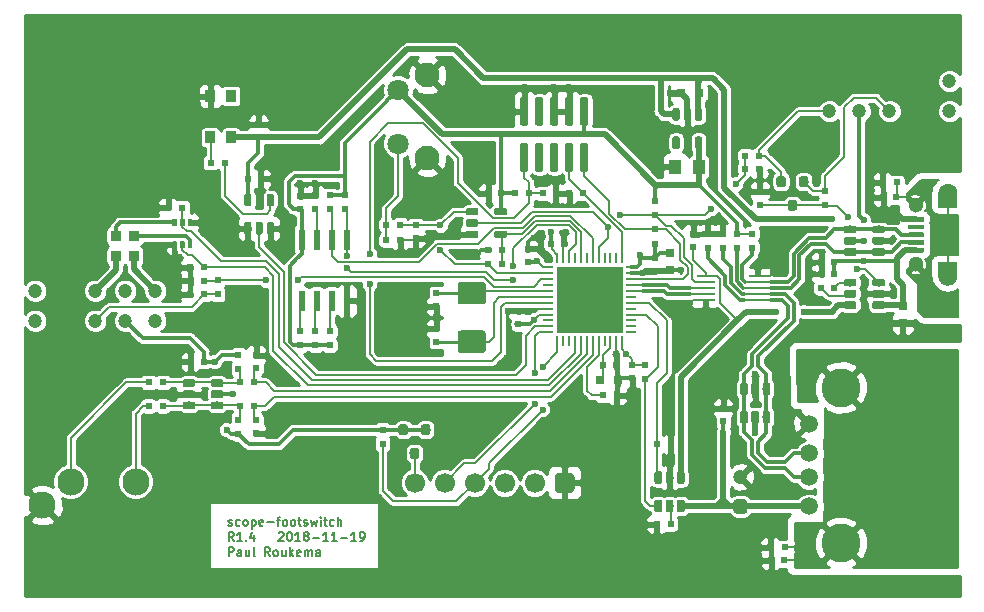
<source format=gtl>
G04 #@! TF.GenerationSoftware,KiCad,Pcbnew,(5.0.0)*
G04 #@! TF.CreationDate,2018-11-19T18:26:54-05:00*
G04 #@! TF.ProjectId,scope-footswitch,73636F70652D666F6F74737769746368,1.3*
G04 #@! TF.SameCoordinates,Original*
G04 #@! TF.FileFunction,Copper,L1,Top,Signal*
G04 #@! TF.FilePolarity,Positive*
%FSLAX46Y46*%
G04 Gerber Fmt 4.6, Leading zero omitted, Abs format (unit mm)*
G04 Created by KiCad (PCBNEW (5.0.0)) date 11/19/18 18:26:54*
%MOMM*%
%LPD*%
G01*
G04 APERTURE LIST*
G04 #@! TA.AperFunction,NonConductor*
%ADD10C,0.160000*%
G04 #@! TD*
G04 #@! TA.AperFunction,SMDPad,CuDef*
%ADD11R,0.600000X0.600000*%
G04 #@! TD*
G04 #@! TA.AperFunction,Conductor*
%ADD12C,0.100000*%
G04 #@! TD*
G04 #@! TA.AperFunction,SMDPad,CuDef*
%ADD13C,0.800000*%
G04 #@! TD*
G04 #@! TA.AperFunction,ComponentPad*
%ADD14C,2.300000*%
G04 #@! TD*
G04 #@! TA.AperFunction,ComponentPad*
%ADD15C,1.700000*%
G04 #@! TD*
G04 #@! TA.AperFunction,ComponentPad*
%ADD16C,1.500000*%
G04 #@! TD*
G04 #@! TA.AperFunction,ComponentPad*
%ADD17C,3.300000*%
G04 #@! TD*
G04 #@! TA.AperFunction,ComponentPad*
%ADD18C,1.200000*%
G04 #@! TD*
G04 #@! TA.AperFunction,SMDPad,CuDef*
%ADD19R,0.600000X1.800000*%
G04 #@! TD*
G04 #@! TA.AperFunction,SMDPad,CuDef*
%ADD20C,0.650000*%
G04 #@! TD*
G04 #@! TA.AperFunction,SMDPad,CuDef*
%ADD21C,0.600000*%
G04 #@! TD*
G04 #@! TA.AperFunction,SMDPad,CuDef*
%ADD22R,1.866666X1.866666*%
G04 #@! TD*
G04 #@! TA.AperFunction,SMDPad,CuDef*
%ADD23O,0.250000X0.900000*%
G04 #@! TD*
G04 #@! TA.AperFunction,SMDPad,CuDef*
%ADD24O,0.900000X0.250000*%
G04 #@! TD*
G04 #@! TA.AperFunction,SMDPad,CuDef*
%ADD25R,1.500000X0.250000*%
G04 #@! TD*
G04 #@! TA.AperFunction,SMDPad,CuDef*
%ADD26C,0.420000*%
G04 #@! TD*
G04 #@! TA.AperFunction,SMDPad,CuDef*
%ADD27C,0.430000*%
G04 #@! TD*
G04 #@! TA.AperFunction,SMDPad,CuDef*
%ADD28R,0.800000X0.800000*%
G04 #@! TD*
G04 #@! TA.AperFunction,SMDPad,CuDef*
%ADD29R,1.000000X1.250000*%
G04 #@! TD*
G04 #@! TA.AperFunction,SMDPad,CuDef*
%ADD30C,0.400000*%
G04 #@! TD*
G04 #@! TA.AperFunction,ComponentPad*
%ADD31C,1.600000*%
G04 #@! TD*
G04 #@! TA.AperFunction,ComponentPad*
%ADD32C,1.300000*%
G04 #@! TD*
G04 #@! TA.AperFunction,SMDPad,CuDef*
%ADD33R,1.600000X1.500000*%
G04 #@! TD*
G04 #@! TA.AperFunction,SMDPad,CuDef*
%ADD34C,0.700000*%
G04 #@! TD*
G04 #@! TA.AperFunction,SMDPad,CuDef*
%ADD35R,0.900000X0.900000*%
G04 #@! TD*
G04 #@! TA.AperFunction,SMDPad,CuDef*
%ADD36R,0.900000X1.000000*%
G04 #@! TD*
G04 #@! TA.AperFunction,ComponentPad*
%ADD37C,1.800000*%
G04 #@! TD*
G04 #@! TA.AperFunction,ComponentPad*
%ADD38C,2.100000*%
G04 #@! TD*
G04 #@! TA.AperFunction,SMDPad,CuDef*
%ADD39C,1.900000*%
G04 #@! TD*
G04 #@! TA.AperFunction,ViaPad*
%ADD40C,0.600000*%
G04 #@! TD*
G04 #@! TA.AperFunction,Conductor*
%ADD41C,0.500000*%
G04 #@! TD*
G04 #@! TA.AperFunction,Conductor*
%ADD42C,0.300000*%
G04 #@! TD*
G04 #@! TA.AperFunction,Conductor*
%ADD43C,0.160000*%
G04 #@! TD*
G04 #@! TA.AperFunction,Conductor*
%ADD44C,0.250000*%
G04 #@! TD*
G04 #@! TA.AperFunction,Conductor*
%ADD45C,0.200000*%
G04 #@! TD*
G04 #@! TA.AperFunction,Conductor*
%ADD46C,0.254000*%
G04 #@! TD*
G04 APERTURE END LIST*
D10*
X126246857Y-112793571D02*
X126318285Y-112829285D01*
X126461142Y-112829285D01*
X126532571Y-112793571D01*
X126568285Y-112722142D01*
X126568285Y-112686428D01*
X126532571Y-112615000D01*
X126461142Y-112579285D01*
X126354000Y-112579285D01*
X126282571Y-112543571D01*
X126246857Y-112472142D01*
X126246857Y-112436428D01*
X126282571Y-112365000D01*
X126354000Y-112329285D01*
X126461142Y-112329285D01*
X126532571Y-112365000D01*
X127211142Y-112793571D02*
X127139714Y-112829285D01*
X126996857Y-112829285D01*
X126925428Y-112793571D01*
X126889714Y-112757857D01*
X126854000Y-112686428D01*
X126854000Y-112472142D01*
X126889714Y-112400714D01*
X126925428Y-112365000D01*
X126996857Y-112329285D01*
X127139714Y-112329285D01*
X127211142Y-112365000D01*
X127639714Y-112829285D02*
X127568285Y-112793571D01*
X127532571Y-112757857D01*
X127496857Y-112686428D01*
X127496857Y-112472142D01*
X127532571Y-112400714D01*
X127568285Y-112365000D01*
X127639714Y-112329285D01*
X127746857Y-112329285D01*
X127818285Y-112365000D01*
X127854000Y-112400714D01*
X127889714Y-112472142D01*
X127889714Y-112686428D01*
X127854000Y-112757857D01*
X127818285Y-112793571D01*
X127746857Y-112829285D01*
X127639714Y-112829285D01*
X128211142Y-112329285D02*
X128211142Y-113079285D01*
X128211142Y-112365000D02*
X128282571Y-112329285D01*
X128425428Y-112329285D01*
X128496857Y-112365000D01*
X128532571Y-112400714D01*
X128568285Y-112472142D01*
X128568285Y-112686428D01*
X128532571Y-112757857D01*
X128496857Y-112793571D01*
X128425428Y-112829285D01*
X128282571Y-112829285D01*
X128211142Y-112793571D01*
X129175428Y-112793571D02*
X129104000Y-112829285D01*
X128961142Y-112829285D01*
X128889714Y-112793571D01*
X128854000Y-112722142D01*
X128854000Y-112436428D01*
X128889714Y-112365000D01*
X128961142Y-112329285D01*
X129104000Y-112329285D01*
X129175428Y-112365000D01*
X129211142Y-112436428D01*
X129211142Y-112507857D01*
X128854000Y-112579285D01*
X129532571Y-112543571D02*
X130104000Y-112543571D01*
X130354000Y-112329285D02*
X130639714Y-112329285D01*
X130461142Y-112829285D02*
X130461142Y-112186428D01*
X130496857Y-112115000D01*
X130568285Y-112079285D01*
X130639714Y-112079285D01*
X130996857Y-112829285D02*
X130925428Y-112793571D01*
X130889714Y-112757857D01*
X130854000Y-112686428D01*
X130854000Y-112472142D01*
X130889714Y-112400714D01*
X130925428Y-112365000D01*
X130996857Y-112329285D01*
X131104000Y-112329285D01*
X131175428Y-112365000D01*
X131211142Y-112400714D01*
X131246857Y-112472142D01*
X131246857Y-112686428D01*
X131211142Y-112757857D01*
X131175428Y-112793571D01*
X131104000Y-112829285D01*
X130996857Y-112829285D01*
X131675428Y-112829285D02*
X131604000Y-112793571D01*
X131568285Y-112757857D01*
X131532571Y-112686428D01*
X131532571Y-112472142D01*
X131568285Y-112400714D01*
X131604000Y-112365000D01*
X131675428Y-112329285D01*
X131782571Y-112329285D01*
X131854000Y-112365000D01*
X131889714Y-112400714D01*
X131925428Y-112472142D01*
X131925428Y-112686428D01*
X131889714Y-112757857D01*
X131854000Y-112793571D01*
X131782571Y-112829285D01*
X131675428Y-112829285D01*
X132139714Y-112329285D02*
X132425428Y-112329285D01*
X132246857Y-112079285D02*
X132246857Y-112722142D01*
X132282571Y-112793571D01*
X132354000Y-112829285D01*
X132425428Y-112829285D01*
X132639714Y-112793571D02*
X132711142Y-112829285D01*
X132854000Y-112829285D01*
X132925428Y-112793571D01*
X132961142Y-112722142D01*
X132961142Y-112686428D01*
X132925428Y-112615000D01*
X132854000Y-112579285D01*
X132746857Y-112579285D01*
X132675428Y-112543571D01*
X132639714Y-112472142D01*
X132639714Y-112436428D01*
X132675428Y-112365000D01*
X132746857Y-112329285D01*
X132854000Y-112329285D01*
X132925428Y-112365000D01*
X133211142Y-112329285D02*
X133354000Y-112829285D01*
X133496857Y-112472142D01*
X133639714Y-112829285D01*
X133782571Y-112329285D01*
X134068285Y-112829285D02*
X134068285Y-112329285D01*
X134068285Y-112079285D02*
X134032571Y-112115000D01*
X134068285Y-112150714D01*
X134104000Y-112115000D01*
X134068285Y-112079285D01*
X134068285Y-112150714D01*
X134318285Y-112329285D02*
X134604000Y-112329285D01*
X134425428Y-112079285D02*
X134425428Y-112722142D01*
X134461142Y-112793571D01*
X134532571Y-112829285D01*
X134604000Y-112829285D01*
X135175428Y-112793571D02*
X135104000Y-112829285D01*
X134961142Y-112829285D01*
X134889714Y-112793571D01*
X134854000Y-112757857D01*
X134818285Y-112686428D01*
X134818285Y-112472142D01*
X134854000Y-112400714D01*
X134889714Y-112365000D01*
X134961142Y-112329285D01*
X135104000Y-112329285D01*
X135175428Y-112365000D01*
X135496857Y-112829285D02*
X135496857Y-112079285D01*
X135818285Y-112829285D02*
X135818285Y-112436428D01*
X135782571Y-112365000D01*
X135711142Y-112329285D01*
X135604000Y-112329285D01*
X135532571Y-112365000D01*
X135496857Y-112400714D01*
X126711142Y-114114285D02*
X126461142Y-113757142D01*
X126282571Y-114114285D02*
X126282571Y-113364285D01*
X126568285Y-113364285D01*
X126639714Y-113400000D01*
X126675428Y-113435714D01*
X126711142Y-113507142D01*
X126711142Y-113614285D01*
X126675428Y-113685714D01*
X126639714Y-113721428D01*
X126568285Y-113757142D01*
X126282571Y-113757142D01*
X127425428Y-114114285D02*
X126996857Y-114114285D01*
X127211142Y-114114285D02*
X127211142Y-113364285D01*
X127139714Y-113471428D01*
X127068285Y-113542857D01*
X126996857Y-113578571D01*
X127746857Y-114042857D02*
X127782571Y-114078571D01*
X127746857Y-114114285D01*
X127711142Y-114078571D01*
X127746857Y-114042857D01*
X127746857Y-114114285D01*
X128425428Y-113614285D02*
X128425428Y-114114285D01*
X128246857Y-113328571D02*
X128068285Y-113864285D01*
X128532571Y-113864285D01*
X130496857Y-113435714D02*
X130532571Y-113400000D01*
X130604000Y-113364285D01*
X130782571Y-113364285D01*
X130854000Y-113400000D01*
X130889714Y-113435714D01*
X130925428Y-113507142D01*
X130925428Y-113578571D01*
X130889714Y-113685714D01*
X130461142Y-114114285D01*
X130925428Y-114114285D01*
X131389714Y-113364285D02*
X131461142Y-113364285D01*
X131532571Y-113400000D01*
X131568285Y-113435714D01*
X131604000Y-113507142D01*
X131639714Y-113650000D01*
X131639714Y-113828571D01*
X131604000Y-113971428D01*
X131568285Y-114042857D01*
X131532571Y-114078571D01*
X131461142Y-114114285D01*
X131389714Y-114114285D01*
X131318285Y-114078571D01*
X131282571Y-114042857D01*
X131246857Y-113971428D01*
X131211142Y-113828571D01*
X131211142Y-113650000D01*
X131246857Y-113507142D01*
X131282571Y-113435714D01*
X131318285Y-113400000D01*
X131389714Y-113364285D01*
X132354000Y-114114285D02*
X131925428Y-114114285D01*
X132139714Y-114114285D02*
X132139714Y-113364285D01*
X132068285Y-113471428D01*
X131996857Y-113542857D01*
X131925428Y-113578571D01*
X132782571Y-113685714D02*
X132711142Y-113650000D01*
X132675428Y-113614285D01*
X132639714Y-113542857D01*
X132639714Y-113507142D01*
X132675428Y-113435714D01*
X132711142Y-113400000D01*
X132782571Y-113364285D01*
X132925428Y-113364285D01*
X132996857Y-113400000D01*
X133032571Y-113435714D01*
X133068285Y-113507142D01*
X133068285Y-113542857D01*
X133032571Y-113614285D01*
X132996857Y-113650000D01*
X132925428Y-113685714D01*
X132782571Y-113685714D01*
X132711142Y-113721428D01*
X132675428Y-113757142D01*
X132639714Y-113828571D01*
X132639714Y-113971428D01*
X132675428Y-114042857D01*
X132711142Y-114078571D01*
X132782571Y-114114285D01*
X132925428Y-114114285D01*
X132996857Y-114078571D01*
X133032571Y-114042857D01*
X133068285Y-113971428D01*
X133068285Y-113828571D01*
X133032571Y-113757142D01*
X132996857Y-113721428D01*
X132925428Y-113685714D01*
X133389714Y-113828571D02*
X133961142Y-113828571D01*
X134711142Y-114114285D02*
X134282571Y-114114285D01*
X134496857Y-114114285D02*
X134496857Y-113364285D01*
X134425428Y-113471428D01*
X134354000Y-113542857D01*
X134282571Y-113578571D01*
X135425428Y-114114285D02*
X134996857Y-114114285D01*
X135211142Y-114114285D02*
X135211142Y-113364285D01*
X135139714Y-113471428D01*
X135068285Y-113542857D01*
X134996857Y-113578571D01*
X135746857Y-113828571D02*
X136318285Y-113828571D01*
X137068285Y-114114285D02*
X136639714Y-114114285D01*
X136854000Y-114114285D02*
X136854000Y-113364285D01*
X136782571Y-113471428D01*
X136711142Y-113542857D01*
X136639714Y-113578571D01*
X137425428Y-114114285D02*
X137568285Y-114114285D01*
X137639714Y-114078571D01*
X137675428Y-114042857D01*
X137746857Y-113935714D01*
X137782571Y-113792857D01*
X137782571Y-113507142D01*
X137746857Y-113435714D01*
X137711142Y-113400000D01*
X137639714Y-113364285D01*
X137496857Y-113364285D01*
X137425428Y-113400000D01*
X137389714Y-113435714D01*
X137354000Y-113507142D01*
X137354000Y-113685714D01*
X137389714Y-113757142D01*
X137425428Y-113792857D01*
X137496857Y-113828571D01*
X137639714Y-113828571D01*
X137711142Y-113792857D01*
X137746857Y-113757142D01*
X137782571Y-113685714D01*
X126282571Y-115399285D02*
X126282571Y-114649285D01*
X126568285Y-114649285D01*
X126639714Y-114685000D01*
X126675428Y-114720714D01*
X126711142Y-114792142D01*
X126711142Y-114899285D01*
X126675428Y-114970714D01*
X126639714Y-115006428D01*
X126568285Y-115042142D01*
X126282571Y-115042142D01*
X127354000Y-115399285D02*
X127354000Y-115006428D01*
X127318285Y-114935000D01*
X127246857Y-114899285D01*
X127104000Y-114899285D01*
X127032571Y-114935000D01*
X127354000Y-115363571D02*
X127282571Y-115399285D01*
X127104000Y-115399285D01*
X127032571Y-115363571D01*
X126996857Y-115292142D01*
X126996857Y-115220714D01*
X127032571Y-115149285D01*
X127104000Y-115113571D01*
X127282571Y-115113571D01*
X127354000Y-115077857D01*
X128032571Y-114899285D02*
X128032571Y-115399285D01*
X127711142Y-114899285D02*
X127711142Y-115292142D01*
X127746857Y-115363571D01*
X127818285Y-115399285D01*
X127925428Y-115399285D01*
X127996857Y-115363571D01*
X128032571Y-115327857D01*
X128496857Y-115399285D02*
X128425428Y-115363571D01*
X128389714Y-115292142D01*
X128389714Y-114649285D01*
X129782571Y-115399285D02*
X129532571Y-115042142D01*
X129354000Y-115399285D02*
X129354000Y-114649285D01*
X129639714Y-114649285D01*
X129711142Y-114685000D01*
X129746857Y-114720714D01*
X129782571Y-114792142D01*
X129782571Y-114899285D01*
X129746857Y-114970714D01*
X129711142Y-115006428D01*
X129639714Y-115042142D01*
X129354000Y-115042142D01*
X130211142Y-115399285D02*
X130139714Y-115363571D01*
X130104000Y-115327857D01*
X130068285Y-115256428D01*
X130068285Y-115042142D01*
X130104000Y-114970714D01*
X130139714Y-114935000D01*
X130211142Y-114899285D01*
X130318285Y-114899285D01*
X130389714Y-114935000D01*
X130425428Y-114970714D01*
X130461142Y-115042142D01*
X130461142Y-115256428D01*
X130425428Y-115327857D01*
X130389714Y-115363571D01*
X130318285Y-115399285D01*
X130211142Y-115399285D01*
X131104000Y-114899285D02*
X131104000Y-115399285D01*
X130782571Y-114899285D02*
X130782571Y-115292142D01*
X130818285Y-115363571D01*
X130889714Y-115399285D01*
X130996857Y-115399285D01*
X131068285Y-115363571D01*
X131104000Y-115327857D01*
X131461142Y-115399285D02*
X131461142Y-114649285D01*
X131532571Y-115113571D02*
X131746857Y-115399285D01*
X131746857Y-114899285D02*
X131461142Y-115185000D01*
X132354000Y-115363571D02*
X132282571Y-115399285D01*
X132139714Y-115399285D01*
X132068285Y-115363571D01*
X132032571Y-115292142D01*
X132032571Y-115006428D01*
X132068285Y-114935000D01*
X132139714Y-114899285D01*
X132282571Y-114899285D01*
X132354000Y-114935000D01*
X132389714Y-115006428D01*
X132389714Y-115077857D01*
X132032571Y-115149285D01*
X132711142Y-115399285D02*
X132711142Y-114899285D01*
X132711142Y-114970714D02*
X132746857Y-114935000D01*
X132818285Y-114899285D01*
X132925428Y-114899285D01*
X132996857Y-114935000D01*
X133032571Y-115006428D01*
X133032571Y-115399285D01*
X133032571Y-115006428D02*
X133068285Y-114935000D01*
X133139714Y-114899285D01*
X133246857Y-114899285D01*
X133318285Y-114935000D01*
X133354000Y-115006428D01*
X133354000Y-115399285D01*
X134032571Y-115399285D02*
X134032571Y-115006428D01*
X133996857Y-114935000D01*
X133925428Y-114899285D01*
X133782571Y-114899285D01*
X133711142Y-114935000D01*
X134032571Y-115363571D02*
X133961142Y-115399285D01*
X133782571Y-115399285D01*
X133711142Y-115363571D01*
X133675428Y-115292142D01*
X133675428Y-115220714D01*
X133711142Y-115149285D01*
X133782571Y-115113571D01*
X133961142Y-115113571D01*
X134032571Y-115077857D01*
D11*
G04 #@! TO.P,R44,2*
G04 #@! TO.N,/BTN*
X148250000Y-90700000D03*
G04 #@! TO.P,R44,1*
G04 #@! TO.N,/BOOT0*
X149450000Y-90700000D03*
G04 #@! TD*
G04 #@! TO.P,R43,1*
G04 #@! TO.N,/EN_DEVICE*
X162350000Y-86500000D03*
G04 #@! TO.P,R43,2*
G04 #@! TO.N,+3V3*
X162350000Y-85300000D03*
G04 #@! TD*
G04 #@! TO.P,R42,1*
G04 #@! TO.N,/EN_HOST_5V*
X176800000Y-84500000D03*
G04 #@! TO.P,R42,2*
G04 #@! TO.N,/PWR_EN*
X176800000Y-85700000D03*
G04 #@! TD*
D12*
G04 #@! TO.N,+3V3*
G04 #@! TO.C,D6*
G36*
X143169603Y-104250963D02*
X143189018Y-104253843D01*
X143208057Y-104258612D01*
X143226537Y-104265224D01*
X143244279Y-104273616D01*
X143261114Y-104283706D01*
X143276879Y-104295398D01*
X143291421Y-104308579D01*
X143304602Y-104323121D01*
X143316294Y-104338886D01*
X143326384Y-104355721D01*
X143334776Y-104373463D01*
X143341388Y-104391943D01*
X143346157Y-104410982D01*
X143349037Y-104430397D01*
X143350000Y-104450000D01*
X143350000Y-104950000D01*
X143349037Y-104969603D01*
X143346157Y-104989018D01*
X143341388Y-105008057D01*
X143334776Y-105026537D01*
X143326384Y-105044279D01*
X143316294Y-105061114D01*
X143304602Y-105076879D01*
X143291421Y-105091421D01*
X143276879Y-105104602D01*
X143261114Y-105116294D01*
X143244279Y-105126384D01*
X143226537Y-105134776D01*
X143208057Y-105141388D01*
X143189018Y-105146157D01*
X143169603Y-105149037D01*
X143150000Y-105150000D01*
X142750000Y-105150000D01*
X142730397Y-105149037D01*
X142710982Y-105146157D01*
X142691943Y-105141388D01*
X142673463Y-105134776D01*
X142655721Y-105126384D01*
X142638886Y-105116294D01*
X142623121Y-105104602D01*
X142608579Y-105091421D01*
X142595398Y-105076879D01*
X142583706Y-105061114D01*
X142573616Y-105044279D01*
X142565224Y-105026537D01*
X142558612Y-105008057D01*
X142553843Y-104989018D01*
X142550963Y-104969603D01*
X142550000Y-104950000D01*
X142550000Y-104450000D01*
X142550963Y-104430397D01*
X142553843Y-104410982D01*
X142558612Y-104391943D01*
X142565224Y-104373463D01*
X142573616Y-104355721D01*
X142583706Y-104338886D01*
X142595398Y-104323121D01*
X142608579Y-104308579D01*
X142623121Y-104295398D01*
X142638886Y-104283706D01*
X142655721Y-104273616D01*
X142673463Y-104265224D01*
X142691943Y-104258612D01*
X142710982Y-104253843D01*
X142730397Y-104250963D01*
X142750000Y-104250000D01*
X143150000Y-104250000D01*
X143169603Y-104250963D01*
X143169603Y-104250963D01*
G37*
D13*
G04 #@! TD*
G04 #@! TO.P,D6,1*
G04 #@! TO.N,+3V3*
X142950000Y-104700000D03*
D12*
G04 #@! TO.N,Net-(D6-Pad3)*
G04 #@! TO.C,D6*
G36*
X142219603Y-106250963D02*
X142239018Y-106253843D01*
X142258057Y-106258612D01*
X142276537Y-106265224D01*
X142294279Y-106273616D01*
X142311114Y-106283706D01*
X142326879Y-106295398D01*
X142341421Y-106308579D01*
X142354602Y-106323121D01*
X142366294Y-106338886D01*
X142376384Y-106355721D01*
X142384776Y-106373463D01*
X142391388Y-106391943D01*
X142396157Y-106410982D01*
X142399037Y-106430397D01*
X142400000Y-106450000D01*
X142400000Y-106950000D01*
X142399037Y-106969603D01*
X142396157Y-106989018D01*
X142391388Y-107008057D01*
X142384776Y-107026537D01*
X142376384Y-107044279D01*
X142366294Y-107061114D01*
X142354602Y-107076879D01*
X142341421Y-107091421D01*
X142326879Y-107104602D01*
X142311114Y-107116294D01*
X142294279Y-107126384D01*
X142276537Y-107134776D01*
X142258057Y-107141388D01*
X142239018Y-107146157D01*
X142219603Y-107149037D01*
X142200000Y-107150000D01*
X141800000Y-107150000D01*
X141780397Y-107149037D01*
X141760982Y-107146157D01*
X141741943Y-107141388D01*
X141723463Y-107134776D01*
X141705721Y-107126384D01*
X141688886Y-107116294D01*
X141673121Y-107104602D01*
X141658579Y-107091421D01*
X141645398Y-107076879D01*
X141633706Y-107061114D01*
X141623616Y-107044279D01*
X141615224Y-107026537D01*
X141608612Y-107008057D01*
X141603843Y-106989018D01*
X141600963Y-106969603D01*
X141600000Y-106950000D01*
X141600000Y-106450000D01*
X141600963Y-106430397D01*
X141603843Y-106410982D01*
X141608612Y-106391943D01*
X141615224Y-106373463D01*
X141623616Y-106355721D01*
X141633706Y-106338886D01*
X141645398Y-106323121D01*
X141658579Y-106308579D01*
X141673121Y-106295398D01*
X141688886Y-106283706D01*
X141705721Y-106273616D01*
X141723463Y-106265224D01*
X141741943Y-106258612D01*
X141760982Y-106253843D01*
X141780397Y-106250963D01*
X141800000Y-106250000D01*
X142200000Y-106250000D01*
X142219603Y-106250963D01*
X142219603Y-106250963D01*
G37*
D13*
G04 #@! TD*
G04 #@! TO.P,D6,3*
G04 #@! TO.N,Net-(D6-Pad3)*
X142000000Y-106700000D03*
D12*
G04 #@! TO.N,+3V3*
G04 #@! TO.C,D6*
G36*
X141269603Y-104250963D02*
X141289018Y-104253843D01*
X141308057Y-104258612D01*
X141326537Y-104265224D01*
X141344279Y-104273616D01*
X141361114Y-104283706D01*
X141376879Y-104295398D01*
X141391421Y-104308579D01*
X141404602Y-104323121D01*
X141416294Y-104338886D01*
X141426384Y-104355721D01*
X141434776Y-104373463D01*
X141441388Y-104391943D01*
X141446157Y-104410982D01*
X141449037Y-104430397D01*
X141450000Y-104450000D01*
X141450000Y-104950000D01*
X141449037Y-104969603D01*
X141446157Y-104989018D01*
X141441388Y-105008057D01*
X141434776Y-105026537D01*
X141426384Y-105044279D01*
X141416294Y-105061114D01*
X141404602Y-105076879D01*
X141391421Y-105091421D01*
X141376879Y-105104602D01*
X141361114Y-105116294D01*
X141344279Y-105126384D01*
X141326537Y-105134776D01*
X141308057Y-105141388D01*
X141289018Y-105146157D01*
X141269603Y-105149037D01*
X141250000Y-105150000D01*
X140850000Y-105150000D01*
X140830397Y-105149037D01*
X140810982Y-105146157D01*
X140791943Y-105141388D01*
X140773463Y-105134776D01*
X140755721Y-105126384D01*
X140738886Y-105116294D01*
X140723121Y-105104602D01*
X140708579Y-105091421D01*
X140695398Y-105076879D01*
X140683706Y-105061114D01*
X140673616Y-105044279D01*
X140665224Y-105026537D01*
X140658612Y-105008057D01*
X140653843Y-104989018D01*
X140650963Y-104969603D01*
X140650000Y-104950000D01*
X140650000Y-104450000D01*
X140650963Y-104430397D01*
X140653843Y-104410982D01*
X140658612Y-104391943D01*
X140665224Y-104373463D01*
X140673616Y-104355721D01*
X140683706Y-104338886D01*
X140695398Y-104323121D01*
X140708579Y-104308579D01*
X140723121Y-104295398D01*
X140738886Y-104283706D01*
X140755721Y-104273616D01*
X140773463Y-104265224D01*
X140791943Y-104258612D01*
X140810982Y-104253843D01*
X140830397Y-104250963D01*
X140850000Y-104250000D01*
X141250000Y-104250000D01*
X141269603Y-104250963D01*
X141269603Y-104250963D01*
G37*
D13*
G04 #@! TD*
G04 #@! TO.P,D6,2*
G04 #@! TO.N,+3V3*
X141050000Y-104700000D03*
D14*
G04 #@! TO.P,J1,3*
G04 #@! TO.N,Net-(J1-Pad3)*
X118400000Y-109100000D03*
G04 #@! TO.P,J1,2*
G04 #@! TO.N,Net-(J1-Pad2)*
X112900000Y-109100000D03*
G04 #@! TO.P,J1,1*
G04 #@! TO.N,GND*
X110500000Y-111100000D03*
G04 #@! TD*
D15*
G04 #@! TO.P,P1,6*
G04 #@! TO.N,Net-(D6-Pad3)*
X142020000Y-109200000D03*
G04 #@! TO.P,P1,5*
G04 #@! TO.N,/UART_TX*
X144560000Y-109200000D03*
G04 #@! TO.P,P1,4*
G04 #@! TO.N,/UART_RX*
X147100000Y-109200000D03*
G04 #@! TO.P,P1,3*
G04 #@! TO.N,Net-(P1-Pad3)*
X149640000Y-109200000D03*
G04 #@! TO.P,P1,2*
G04 #@! TO.N,Net-(P1-Pad2)*
X152180000Y-109200000D03*
D12*
G04 #@! TD*
G04 #@! TO.N,GND*
G04 #@! TO.C,P1*
G36*
X155186657Y-108352046D02*
X155227913Y-108358166D01*
X155268371Y-108368300D01*
X155307640Y-108382351D01*
X155345344Y-108400183D01*
X155381117Y-108421625D01*
X155414617Y-108446471D01*
X155445520Y-108474480D01*
X155473529Y-108505383D01*
X155498375Y-108538883D01*
X155519817Y-108574656D01*
X155537649Y-108612360D01*
X155551700Y-108651629D01*
X155561834Y-108692087D01*
X155567954Y-108733343D01*
X155570000Y-108775000D01*
X155570000Y-109625000D01*
X155567954Y-109666657D01*
X155561834Y-109707913D01*
X155551700Y-109748371D01*
X155537649Y-109787640D01*
X155519817Y-109825344D01*
X155498375Y-109861117D01*
X155473529Y-109894617D01*
X155445520Y-109925520D01*
X155414617Y-109953529D01*
X155381117Y-109978375D01*
X155345344Y-109999817D01*
X155307640Y-110017649D01*
X155268371Y-110031700D01*
X155227913Y-110041834D01*
X155186657Y-110047954D01*
X155145000Y-110050000D01*
X154295000Y-110050000D01*
X154253343Y-110047954D01*
X154212087Y-110041834D01*
X154171629Y-110031700D01*
X154132360Y-110017649D01*
X154094656Y-109999817D01*
X154058883Y-109978375D01*
X154025383Y-109953529D01*
X153994480Y-109925520D01*
X153966471Y-109894617D01*
X153941625Y-109861117D01*
X153920183Y-109825344D01*
X153902351Y-109787640D01*
X153888300Y-109748371D01*
X153878166Y-109707913D01*
X153872046Y-109666657D01*
X153870000Y-109625000D01*
X153870000Y-108775000D01*
X153872046Y-108733343D01*
X153878166Y-108692087D01*
X153888300Y-108651629D01*
X153902351Y-108612360D01*
X153920183Y-108574656D01*
X153941625Y-108538883D01*
X153966471Y-108505383D01*
X153994480Y-108474480D01*
X154025383Y-108446471D01*
X154058883Y-108421625D01*
X154094656Y-108400183D01*
X154132360Y-108382351D01*
X154171629Y-108368300D01*
X154212087Y-108358166D01*
X154253343Y-108352046D01*
X154295000Y-108350000D01*
X155145000Y-108350000D01*
X155186657Y-108352046D01*
X155186657Y-108352046D01*
G37*
D15*
G04 #@! TO.P,P1,1*
G04 #@! TO.N,GND*
X154720000Y-109200000D03*
G04 #@! TD*
D16*
G04 #@! TO.P,J2,1*
G04 #@! TO.N,/HOST_VBUS*
X175390000Y-111200000D03*
G04 #@! TO.P,J2,2*
G04 #@! TO.N,/HOST_DM*
X175390000Y-108700000D03*
G04 #@! TO.P,J2,3*
G04 #@! TO.N,/HOST_DP*
X175390000Y-106700000D03*
G04 #@! TO.P,J2,4*
G04 #@! TO.N,GND*
X175390000Y-104200000D03*
D17*
G04 #@! TO.P,J2,M1*
G04 #@! TO.N,/HOST_SHIELD*
X178100000Y-114270000D03*
G04 #@! TO.P,J2,M2*
X178100000Y-101130000D03*
G04 #@! TD*
D12*
G04 #@! TO.N,/HOST_VBUS*
G04 #@! TO.C,C24*
G36*
X169929405Y-110601445D02*
X169958527Y-110605764D01*
X169987085Y-110612918D01*
X170014805Y-110622836D01*
X170041419Y-110635424D01*
X170066671Y-110650559D01*
X170090318Y-110668097D01*
X170112132Y-110687868D01*
X170131903Y-110709682D01*
X170149441Y-110733329D01*
X170164576Y-110758581D01*
X170177164Y-110785195D01*
X170187082Y-110812915D01*
X170194236Y-110841473D01*
X170198555Y-110870595D01*
X170200000Y-110900000D01*
X170200000Y-111500000D01*
X170198555Y-111529405D01*
X170194236Y-111558527D01*
X170187082Y-111587085D01*
X170177164Y-111614805D01*
X170164576Y-111641419D01*
X170149441Y-111666671D01*
X170131903Y-111690318D01*
X170112132Y-111712132D01*
X170090318Y-111731903D01*
X170066671Y-111749441D01*
X170041419Y-111764576D01*
X170014805Y-111777164D01*
X169987085Y-111787082D01*
X169958527Y-111794236D01*
X169929405Y-111798555D01*
X169900000Y-111800000D01*
X169300000Y-111800000D01*
X169270595Y-111798555D01*
X169241473Y-111794236D01*
X169212915Y-111787082D01*
X169185195Y-111777164D01*
X169158581Y-111764576D01*
X169133329Y-111749441D01*
X169109682Y-111731903D01*
X169087868Y-111712132D01*
X169068097Y-111690318D01*
X169050559Y-111666671D01*
X169035424Y-111641419D01*
X169022836Y-111614805D01*
X169012918Y-111587085D01*
X169005764Y-111558527D01*
X169001445Y-111529405D01*
X169000000Y-111500000D01*
X169000000Y-110900000D01*
X169001445Y-110870595D01*
X169005764Y-110841473D01*
X169012918Y-110812915D01*
X169022836Y-110785195D01*
X169035424Y-110758581D01*
X169050559Y-110733329D01*
X169068097Y-110709682D01*
X169087868Y-110687868D01*
X169109682Y-110668097D01*
X169133329Y-110650559D01*
X169158581Y-110635424D01*
X169185195Y-110622836D01*
X169212915Y-110612918D01*
X169241473Y-110605764D01*
X169270595Y-110601445D01*
X169300000Y-110600000D01*
X169900000Y-110600000D01*
X169929405Y-110601445D01*
X169929405Y-110601445D01*
G37*
D18*
G04 #@! TD*
G04 #@! TO.P,C24,+*
G04 #@! TO.N,/HOST_VBUS*
X169600000Y-111200000D03*
G04 #@! TO.P,C24,-*
G04 #@! TO.N,GND*
X169600000Y-108700000D03*
G04 #@! TD*
D19*
G04 #@! TO.P,U3,4*
G04 #@! TO.N,GND*
X136255000Y-93800000D03*
G04 #@! TO.P,U3,5*
G04 #@! TO.N,/I2C_SDA*
X136255000Y-88600000D03*
G04 #@! TO.P,U3,3*
G04 #@! TO.N,Net-(R15-Pad1)*
X134985000Y-93800000D03*
G04 #@! TO.P,U3,6*
G04 #@! TO.N,/I2C_SCL*
X134985000Y-88600000D03*
G04 #@! TO.P,U3,2*
G04 #@! TO.N,Net-(R16-Pad1)*
X133715000Y-93800000D03*
G04 #@! TO.P,U3,7*
G04 #@! TO.N,Net-(R11-Pad2)*
X133715000Y-88600000D03*
G04 #@! TO.P,U3,1*
G04 #@! TO.N,Net-(R17-Pad1)*
X132445000Y-93800000D03*
G04 #@! TO.P,U3,8*
G04 #@! TO.N,+3V3*
X132445000Y-88600000D03*
G04 #@! TD*
D12*
G04 #@! TO.N,/EN_DEVICE_5V*
G04 #@! TO.C,D1*
G36*
X173269603Y-83250963D02*
X173289018Y-83253843D01*
X173308057Y-83258612D01*
X173326537Y-83265224D01*
X173344279Y-83273616D01*
X173361114Y-83283706D01*
X173376879Y-83295398D01*
X173391421Y-83308579D01*
X173404602Y-83323121D01*
X173416294Y-83338886D01*
X173426384Y-83355721D01*
X173434776Y-83373463D01*
X173441388Y-83391943D01*
X173446157Y-83410982D01*
X173449037Y-83430397D01*
X173450000Y-83450000D01*
X173450000Y-83950000D01*
X173449037Y-83969603D01*
X173446157Y-83989018D01*
X173441388Y-84008057D01*
X173434776Y-84026537D01*
X173426384Y-84044279D01*
X173416294Y-84061114D01*
X173404602Y-84076879D01*
X173391421Y-84091421D01*
X173376879Y-84104602D01*
X173361114Y-84116294D01*
X173344279Y-84126384D01*
X173326537Y-84134776D01*
X173308057Y-84141388D01*
X173289018Y-84146157D01*
X173269603Y-84149037D01*
X173250000Y-84150000D01*
X172850000Y-84150000D01*
X172830397Y-84149037D01*
X172810982Y-84146157D01*
X172791943Y-84141388D01*
X172773463Y-84134776D01*
X172755721Y-84126384D01*
X172738886Y-84116294D01*
X172723121Y-84104602D01*
X172708579Y-84091421D01*
X172695398Y-84076879D01*
X172683706Y-84061114D01*
X172673616Y-84044279D01*
X172665224Y-84026537D01*
X172658612Y-84008057D01*
X172653843Y-83989018D01*
X172650963Y-83969603D01*
X172650000Y-83950000D01*
X172650000Y-83450000D01*
X172650963Y-83430397D01*
X172653843Y-83410982D01*
X172658612Y-83391943D01*
X172665224Y-83373463D01*
X172673616Y-83355721D01*
X172683706Y-83338886D01*
X172695398Y-83323121D01*
X172708579Y-83308579D01*
X172723121Y-83295398D01*
X172738886Y-83283706D01*
X172755721Y-83273616D01*
X172773463Y-83265224D01*
X172791943Y-83258612D01*
X172810982Y-83253843D01*
X172830397Y-83250963D01*
X172850000Y-83250000D01*
X173250000Y-83250000D01*
X173269603Y-83250963D01*
X173269603Y-83250963D01*
G37*
D13*
G04 #@! TD*
G04 #@! TO.P,D1,2*
G04 #@! TO.N,/EN_DEVICE_5V*
X173050000Y-83700000D03*
D12*
G04 #@! TO.N,/PWR_EN*
G04 #@! TO.C,D1*
G36*
X174219603Y-85250963D02*
X174239018Y-85253843D01*
X174258057Y-85258612D01*
X174276537Y-85265224D01*
X174294279Y-85273616D01*
X174311114Y-85283706D01*
X174326879Y-85295398D01*
X174341421Y-85308579D01*
X174354602Y-85323121D01*
X174366294Y-85338886D01*
X174376384Y-85355721D01*
X174384776Y-85373463D01*
X174391388Y-85391943D01*
X174396157Y-85410982D01*
X174399037Y-85430397D01*
X174400000Y-85450000D01*
X174400000Y-85950000D01*
X174399037Y-85969603D01*
X174396157Y-85989018D01*
X174391388Y-86008057D01*
X174384776Y-86026537D01*
X174376384Y-86044279D01*
X174366294Y-86061114D01*
X174354602Y-86076879D01*
X174341421Y-86091421D01*
X174326879Y-86104602D01*
X174311114Y-86116294D01*
X174294279Y-86126384D01*
X174276537Y-86134776D01*
X174258057Y-86141388D01*
X174239018Y-86146157D01*
X174219603Y-86149037D01*
X174200000Y-86150000D01*
X173800000Y-86150000D01*
X173780397Y-86149037D01*
X173760982Y-86146157D01*
X173741943Y-86141388D01*
X173723463Y-86134776D01*
X173705721Y-86126384D01*
X173688886Y-86116294D01*
X173673121Y-86104602D01*
X173658579Y-86091421D01*
X173645398Y-86076879D01*
X173633706Y-86061114D01*
X173623616Y-86044279D01*
X173615224Y-86026537D01*
X173608612Y-86008057D01*
X173603843Y-85989018D01*
X173600963Y-85969603D01*
X173600000Y-85950000D01*
X173600000Y-85450000D01*
X173600963Y-85430397D01*
X173603843Y-85410982D01*
X173608612Y-85391943D01*
X173615224Y-85373463D01*
X173623616Y-85355721D01*
X173633706Y-85338886D01*
X173645398Y-85323121D01*
X173658579Y-85308579D01*
X173673121Y-85295398D01*
X173688886Y-85283706D01*
X173705721Y-85273616D01*
X173723463Y-85265224D01*
X173741943Y-85258612D01*
X173760982Y-85253843D01*
X173780397Y-85250963D01*
X173800000Y-85250000D01*
X174200000Y-85250000D01*
X174219603Y-85250963D01*
X174219603Y-85250963D01*
G37*
D13*
G04 #@! TD*
G04 #@! TO.P,D1,3*
G04 #@! TO.N,/PWR_EN*
X174000000Y-85700000D03*
D12*
G04 #@! TO.N,/EN_HOST_5V*
G04 #@! TO.C,D1*
G36*
X175169603Y-83250963D02*
X175189018Y-83253843D01*
X175208057Y-83258612D01*
X175226537Y-83265224D01*
X175244279Y-83273616D01*
X175261114Y-83283706D01*
X175276879Y-83295398D01*
X175291421Y-83308579D01*
X175304602Y-83323121D01*
X175316294Y-83338886D01*
X175326384Y-83355721D01*
X175334776Y-83373463D01*
X175341388Y-83391943D01*
X175346157Y-83410982D01*
X175349037Y-83430397D01*
X175350000Y-83450000D01*
X175350000Y-83950000D01*
X175349037Y-83969603D01*
X175346157Y-83989018D01*
X175341388Y-84008057D01*
X175334776Y-84026537D01*
X175326384Y-84044279D01*
X175316294Y-84061114D01*
X175304602Y-84076879D01*
X175291421Y-84091421D01*
X175276879Y-84104602D01*
X175261114Y-84116294D01*
X175244279Y-84126384D01*
X175226537Y-84134776D01*
X175208057Y-84141388D01*
X175189018Y-84146157D01*
X175169603Y-84149037D01*
X175150000Y-84150000D01*
X174750000Y-84150000D01*
X174730397Y-84149037D01*
X174710982Y-84146157D01*
X174691943Y-84141388D01*
X174673463Y-84134776D01*
X174655721Y-84126384D01*
X174638886Y-84116294D01*
X174623121Y-84104602D01*
X174608579Y-84091421D01*
X174595398Y-84076879D01*
X174583706Y-84061114D01*
X174573616Y-84044279D01*
X174565224Y-84026537D01*
X174558612Y-84008057D01*
X174553843Y-83989018D01*
X174550963Y-83969603D01*
X174550000Y-83950000D01*
X174550000Y-83450000D01*
X174550963Y-83430397D01*
X174553843Y-83410982D01*
X174558612Y-83391943D01*
X174565224Y-83373463D01*
X174573616Y-83355721D01*
X174583706Y-83338886D01*
X174595398Y-83323121D01*
X174608579Y-83308579D01*
X174623121Y-83295398D01*
X174638886Y-83283706D01*
X174655721Y-83273616D01*
X174673463Y-83265224D01*
X174691943Y-83258612D01*
X174710982Y-83253843D01*
X174730397Y-83250963D01*
X174750000Y-83250000D01*
X175150000Y-83250000D01*
X175169603Y-83250963D01*
X175169603Y-83250963D01*
G37*
D13*
G04 #@! TD*
G04 #@! TO.P,D1,1*
G04 #@! TO.N,/EN_HOST_5V*
X174950000Y-83700000D03*
D12*
G04 #@! TO.N,+5V*
G04 #@! TO.C,U2*
G36*
X179278428Y-93825782D02*
X179294202Y-93828122D01*
X179309671Y-93831997D01*
X179324686Y-93837370D01*
X179339102Y-93844188D01*
X179352780Y-93852386D01*
X179365589Y-93861886D01*
X179377405Y-93872595D01*
X179388114Y-93884411D01*
X179397614Y-93897220D01*
X179405812Y-93910898D01*
X179412630Y-93925314D01*
X179418003Y-93940329D01*
X179421878Y-93955798D01*
X179424218Y-93971572D01*
X179425000Y-93987500D01*
X179425000Y-94312500D01*
X179424218Y-94328428D01*
X179421878Y-94344202D01*
X179418003Y-94359671D01*
X179412630Y-94374686D01*
X179405812Y-94389102D01*
X179397614Y-94402780D01*
X179388114Y-94415589D01*
X179377405Y-94427405D01*
X179365589Y-94438114D01*
X179352780Y-94447614D01*
X179339102Y-94455812D01*
X179324686Y-94462630D01*
X179309671Y-94468003D01*
X179294202Y-94471878D01*
X179278428Y-94474218D01*
X179262500Y-94475000D01*
X178537500Y-94475000D01*
X178521572Y-94474218D01*
X178505798Y-94471878D01*
X178490329Y-94468003D01*
X178475314Y-94462630D01*
X178460898Y-94455812D01*
X178447220Y-94447614D01*
X178434411Y-94438114D01*
X178422595Y-94427405D01*
X178411886Y-94415589D01*
X178402386Y-94402780D01*
X178394188Y-94389102D01*
X178387370Y-94374686D01*
X178381997Y-94359671D01*
X178378122Y-94344202D01*
X178375782Y-94328428D01*
X178375000Y-94312500D01*
X178375000Y-93987500D01*
X178375782Y-93971572D01*
X178378122Y-93955798D01*
X178381997Y-93940329D01*
X178387370Y-93925314D01*
X178394188Y-93910898D01*
X178402386Y-93897220D01*
X178411886Y-93884411D01*
X178422595Y-93872595D01*
X178434411Y-93861886D01*
X178447220Y-93852386D01*
X178460898Y-93844188D01*
X178475314Y-93837370D01*
X178490329Y-93831997D01*
X178505798Y-93828122D01*
X178521572Y-93825782D01*
X178537500Y-93825000D01*
X179262500Y-93825000D01*
X179278428Y-93825782D01*
X179278428Y-93825782D01*
G37*
D20*
G04 #@! TD*
G04 #@! TO.P,U2,6*
G04 #@! TO.N,+5V*
X178900000Y-94150000D03*
D12*
G04 #@! TO.N,VBUS*
G04 #@! TO.C,U2*
G36*
X181678428Y-93825782D02*
X181694202Y-93828122D01*
X181709671Y-93831997D01*
X181724686Y-93837370D01*
X181739102Y-93844188D01*
X181752780Y-93852386D01*
X181765589Y-93861886D01*
X181777405Y-93872595D01*
X181788114Y-93884411D01*
X181797614Y-93897220D01*
X181805812Y-93910898D01*
X181812630Y-93925314D01*
X181818003Y-93940329D01*
X181821878Y-93955798D01*
X181824218Y-93971572D01*
X181825000Y-93987500D01*
X181825000Y-94312500D01*
X181824218Y-94328428D01*
X181821878Y-94344202D01*
X181818003Y-94359671D01*
X181812630Y-94374686D01*
X181805812Y-94389102D01*
X181797614Y-94402780D01*
X181788114Y-94415589D01*
X181777405Y-94427405D01*
X181765589Y-94438114D01*
X181752780Y-94447614D01*
X181739102Y-94455812D01*
X181724686Y-94462630D01*
X181709671Y-94468003D01*
X181694202Y-94471878D01*
X181678428Y-94474218D01*
X181662500Y-94475000D01*
X180937500Y-94475000D01*
X180921572Y-94474218D01*
X180905798Y-94471878D01*
X180890329Y-94468003D01*
X180875314Y-94462630D01*
X180860898Y-94455812D01*
X180847220Y-94447614D01*
X180834411Y-94438114D01*
X180822595Y-94427405D01*
X180811886Y-94415589D01*
X180802386Y-94402780D01*
X180794188Y-94389102D01*
X180787370Y-94374686D01*
X180781997Y-94359671D01*
X180778122Y-94344202D01*
X180775782Y-94328428D01*
X180775000Y-94312500D01*
X180775000Y-93987500D01*
X180775782Y-93971572D01*
X180778122Y-93955798D01*
X180781997Y-93940329D01*
X180787370Y-93925314D01*
X180794188Y-93910898D01*
X180802386Y-93897220D01*
X180811886Y-93884411D01*
X180822595Y-93872595D01*
X180834411Y-93861886D01*
X180847220Y-93852386D01*
X180860898Y-93844188D01*
X180875314Y-93837370D01*
X180890329Y-93831997D01*
X180905798Y-93828122D01*
X180921572Y-93825782D01*
X180937500Y-93825000D01*
X181662500Y-93825000D01*
X181678428Y-93825782D01*
X181678428Y-93825782D01*
G37*
D20*
G04 #@! TD*
G04 #@! TO.P,U2,1*
G04 #@! TO.N,VBUS*
X181300000Y-94150000D03*
D12*
G04 #@! TO.N,/VIN_ILIM*
G04 #@! TO.C,U2*
G36*
X179278428Y-92875782D02*
X179294202Y-92878122D01*
X179309671Y-92881997D01*
X179324686Y-92887370D01*
X179339102Y-92894188D01*
X179352780Y-92902386D01*
X179365589Y-92911886D01*
X179377405Y-92922595D01*
X179388114Y-92934411D01*
X179397614Y-92947220D01*
X179405812Y-92960898D01*
X179412630Y-92975314D01*
X179418003Y-92990329D01*
X179421878Y-93005798D01*
X179424218Y-93021572D01*
X179425000Y-93037500D01*
X179425000Y-93362500D01*
X179424218Y-93378428D01*
X179421878Y-93394202D01*
X179418003Y-93409671D01*
X179412630Y-93424686D01*
X179405812Y-93439102D01*
X179397614Y-93452780D01*
X179388114Y-93465589D01*
X179377405Y-93477405D01*
X179365589Y-93488114D01*
X179352780Y-93497614D01*
X179339102Y-93505812D01*
X179324686Y-93512630D01*
X179309671Y-93518003D01*
X179294202Y-93521878D01*
X179278428Y-93524218D01*
X179262500Y-93525000D01*
X178537500Y-93525000D01*
X178521572Y-93524218D01*
X178505798Y-93521878D01*
X178490329Y-93518003D01*
X178475314Y-93512630D01*
X178460898Y-93505812D01*
X178447220Y-93497614D01*
X178434411Y-93488114D01*
X178422595Y-93477405D01*
X178411886Y-93465589D01*
X178402386Y-93452780D01*
X178394188Y-93439102D01*
X178387370Y-93424686D01*
X178381997Y-93409671D01*
X178378122Y-93394202D01*
X178375782Y-93378428D01*
X178375000Y-93362500D01*
X178375000Y-93037500D01*
X178375782Y-93021572D01*
X178378122Y-93005798D01*
X178381997Y-92990329D01*
X178387370Y-92975314D01*
X178394188Y-92960898D01*
X178402386Y-92947220D01*
X178411886Y-92934411D01*
X178422595Y-92922595D01*
X178434411Y-92911886D01*
X178447220Y-92902386D01*
X178460898Y-92894188D01*
X178475314Y-92887370D01*
X178490329Y-92881997D01*
X178505798Y-92878122D01*
X178521572Y-92875782D01*
X178537500Y-92875000D01*
X179262500Y-92875000D01*
X179278428Y-92875782D01*
X179278428Y-92875782D01*
G37*
D20*
G04 #@! TD*
G04 #@! TO.P,U2,5*
G04 #@! TO.N,/VIN_ILIM*
X178900000Y-93200000D03*
D12*
G04 #@! TO.N,GND*
G04 #@! TO.C,U2*
G36*
X181678428Y-92875782D02*
X181694202Y-92878122D01*
X181709671Y-92881997D01*
X181724686Y-92887370D01*
X181739102Y-92894188D01*
X181752780Y-92902386D01*
X181765589Y-92911886D01*
X181777405Y-92922595D01*
X181788114Y-92934411D01*
X181797614Y-92947220D01*
X181805812Y-92960898D01*
X181812630Y-92975314D01*
X181818003Y-92990329D01*
X181821878Y-93005798D01*
X181824218Y-93021572D01*
X181825000Y-93037500D01*
X181825000Y-93362500D01*
X181824218Y-93378428D01*
X181821878Y-93394202D01*
X181818003Y-93409671D01*
X181812630Y-93424686D01*
X181805812Y-93439102D01*
X181797614Y-93452780D01*
X181788114Y-93465589D01*
X181777405Y-93477405D01*
X181765589Y-93488114D01*
X181752780Y-93497614D01*
X181739102Y-93505812D01*
X181724686Y-93512630D01*
X181709671Y-93518003D01*
X181694202Y-93521878D01*
X181678428Y-93524218D01*
X181662500Y-93525000D01*
X180937500Y-93525000D01*
X180921572Y-93524218D01*
X180905798Y-93521878D01*
X180890329Y-93518003D01*
X180875314Y-93512630D01*
X180860898Y-93505812D01*
X180847220Y-93497614D01*
X180834411Y-93488114D01*
X180822595Y-93477405D01*
X180811886Y-93465589D01*
X180802386Y-93452780D01*
X180794188Y-93439102D01*
X180787370Y-93424686D01*
X180781997Y-93409671D01*
X180778122Y-93394202D01*
X180775782Y-93378428D01*
X180775000Y-93362500D01*
X180775000Y-93037500D01*
X180775782Y-93021572D01*
X180778122Y-93005798D01*
X180781997Y-92990329D01*
X180787370Y-92975314D01*
X180794188Y-92960898D01*
X180802386Y-92947220D01*
X180811886Y-92934411D01*
X180822595Y-92922595D01*
X180834411Y-92911886D01*
X180847220Y-92902386D01*
X180860898Y-92894188D01*
X180875314Y-92887370D01*
X180890329Y-92881997D01*
X180905798Y-92878122D01*
X180921572Y-92875782D01*
X180937500Y-92875000D01*
X181662500Y-92875000D01*
X181678428Y-92875782D01*
X181678428Y-92875782D01*
G37*
D20*
G04 #@! TD*
G04 #@! TO.P,U2,2*
G04 #@! TO.N,GND*
X181300000Y-93200000D03*
D12*
G04 #@! TO.N,/VIN_FAULT_N*
G04 #@! TO.C,U2*
G36*
X179278428Y-91925782D02*
X179294202Y-91928122D01*
X179309671Y-91931997D01*
X179324686Y-91937370D01*
X179339102Y-91944188D01*
X179352780Y-91952386D01*
X179365589Y-91961886D01*
X179377405Y-91972595D01*
X179388114Y-91984411D01*
X179397614Y-91997220D01*
X179405812Y-92010898D01*
X179412630Y-92025314D01*
X179418003Y-92040329D01*
X179421878Y-92055798D01*
X179424218Y-92071572D01*
X179425000Y-92087500D01*
X179425000Y-92412500D01*
X179424218Y-92428428D01*
X179421878Y-92444202D01*
X179418003Y-92459671D01*
X179412630Y-92474686D01*
X179405812Y-92489102D01*
X179397614Y-92502780D01*
X179388114Y-92515589D01*
X179377405Y-92527405D01*
X179365589Y-92538114D01*
X179352780Y-92547614D01*
X179339102Y-92555812D01*
X179324686Y-92562630D01*
X179309671Y-92568003D01*
X179294202Y-92571878D01*
X179278428Y-92574218D01*
X179262500Y-92575000D01*
X178537500Y-92575000D01*
X178521572Y-92574218D01*
X178505798Y-92571878D01*
X178490329Y-92568003D01*
X178475314Y-92562630D01*
X178460898Y-92555812D01*
X178447220Y-92547614D01*
X178434411Y-92538114D01*
X178422595Y-92527405D01*
X178411886Y-92515589D01*
X178402386Y-92502780D01*
X178394188Y-92489102D01*
X178387370Y-92474686D01*
X178381997Y-92459671D01*
X178378122Y-92444202D01*
X178375782Y-92428428D01*
X178375000Y-92412500D01*
X178375000Y-92087500D01*
X178375782Y-92071572D01*
X178378122Y-92055798D01*
X178381997Y-92040329D01*
X178387370Y-92025314D01*
X178394188Y-92010898D01*
X178402386Y-91997220D01*
X178411886Y-91984411D01*
X178422595Y-91972595D01*
X178434411Y-91961886D01*
X178447220Y-91952386D01*
X178460898Y-91944188D01*
X178475314Y-91937370D01*
X178490329Y-91931997D01*
X178505798Y-91928122D01*
X178521572Y-91925782D01*
X178537500Y-91925000D01*
X179262500Y-91925000D01*
X179278428Y-91925782D01*
X179278428Y-91925782D01*
G37*
D20*
G04 #@! TD*
G04 #@! TO.P,U2,4*
G04 #@! TO.N,/VIN_FAULT_N*
X178900000Y-92250000D03*
D12*
G04 #@! TO.N,/PWR_EN*
G04 #@! TO.C,U2*
G36*
X181678428Y-91925782D02*
X181694202Y-91928122D01*
X181709671Y-91931997D01*
X181724686Y-91937370D01*
X181739102Y-91944188D01*
X181752780Y-91952386D01*
X181765589Y-91961886D01*
X181777405Y-91972595D01*
X181788114Y-91984411D01*
X181797614Y-91997220D01*
X181805812Y-92010898D01*
X181812630Y-92025314D01*
X181818003Y-92040329D01*
X181821878Y-92055798D01*
X181824218Y-92071572D01*
X181825000Y-92087500D01*
X181825000Y-92412500D01*
X181824218Y-92428428D01*
X181821878Y-92444202D01*
X181818003Y-92459671D01*
X181812630Y-92474686D01*
X181805812Y-92489102D01*
X181797614Y-92502780D01*
X181788114Y-92515589D01*
X181777405Y-92527405D01*
X181765589Y-92538114D01*
X181752780Y-92547614D01*
X181739102Y-92555812D01*
X181724686Y-92562630D01*
X181709671Y-92568003D01*
X181694202Y-92571878D01*
X181678428Y-92574218D01*
X181662500Y-92575000D01*
X180937500Y-92575000D01*
X180921572Y-92574218D01*
X180905798Y-92571878D01*
X180890329Y-92568003D01*
X180875314Y-92562630D01*
X180860898Y-92555812D01*
X180847220Y-92547614D01*
X180834411Y-92538114D01*
X180822595Y-92527405D01*
X180811886Y-92515589D01*
X180802386Y-92502780D01*
X180794188Y-92489102D01*
X180787370Y-92474686D01*
X180781997Y-92459671D01*
X180778122Y-92444202D01*
X180775782Y-92428428D01*
X180775000Y-92412500D01*
X180775000Y-92087500D01*
X180775782Y-92071572D01*
X180778122Y-92055798D01*
X180781997Y-92040329D01*
X180787370Y-92025314D01*
X180794188Y-92010898D01*
X180802386Y-91997220D01*
X180811886Y-91984411D01*
X180822595Y-91972595D01*
X180834411Y-91961886D01*
X180847220Y-91952386D01*
X180860898Y-91944188D01*
X180875314Y-91937370D01*
X180890329Y-91931997D01*
X180905798Y-91928122D01*
X180921572Y-91925782D01*
X180937500Y-91925000D01*
X181662500Y-91925000D01*
X181678428Y-91925782D01*
X181678428Y-91925782D01*
G37*
D20*
G04 #@! TD*
G04 #@! TO.P,U2,3*
G04 #@! TO.N,/PWR_EN*
X181300000Y-92250000D03*
D12*
G04 #@! TO.N,/HOST_VBUS*
G04 #@! TO.C,U8*
G36*
X164728428Y-110625782D02*
X164744202Y-110628122D01*
X164759671Y-110631997D01*
X164774686Y-110637370D01*
X164789102Y-110644188D01*
X164802780Y-110652386D01*
X164815589Y-110661886D01*
X164827405Y-110672595D01*
X164838114Y-110684411D01*
X164847614Y-110697220D01*
X164855812Y-110710898D01*
X164862630Y-110725314D01*
X164868003Y-110740329D01*
X164871878Y-110755798D01*
X164874218Y-110771572D01*
X164875000Y-110787500D01*
X164875000Y-111512500D01*
X164874218Y-111528428D01*
X164871878Y-111544202D01*
X164868003Y-111559671D01*
X164862630Y-111574686D01*
X164855812Y-111589102D01*
X164847614Y-111602780D01*
X164838114Y-111615589D01*
X164827405Y-111627405D01*
X164815589Y-111638114D01*
X164802780Y-111647614D01*
X164789102Y-111655812D01*
X164774686Y-111662630D01*
X164759671Y-111668003D01*
X164744202Y-111671878D01*
X164728428Y-111674218D01*
X164712500Y-111675000D01*
X164387500Y-111675000D01*
X164371572Y-111674218D01*
X164355798Y-111671878D01*
X164340329Y-111668003D01*
X164325314Y-111662630D01*
X164310898Y-111655812D01*
X164297220Y-111647614D01*
X164284411Y-111638114D01*
X164272595Y-111627405D01*
X164261886Y-111615589D01*
X164252386Y-111602780D01*
X164244188Y-111589102D01*
X164237370Y-111574686D01*
X164231997Y-111559671D01*
X164228122Y-111544202D01*
X164225782Y-111528428D01*
X164225000Y-111512500D01*
X164225000Y-110787500D01*
X164225782Y-110771572D01*
X164228122Y-110755798D01*
X164231997Y-110740329D01*
X164237370Y-110725314D01*
X164244188Y-110710898D01*
X164252386Y-110697220D01*
X164261886Y-110684411D01*
X164272595Y-110672595D01*
X164284411Y-110661886D01*
X164297220Y-110652386D01*
X164310898Y-110644188D01*
X164325314Y-110637370D01*
X164340329Y-110631997D01*
X164355798Y-110628122D01*
X164371572Y-110625782D01*
X164387500Y-110625000D01*
X164712500Y-110625000D01*
X164728428Y-110625782D01*
X164728428Y-110625782D01*
G37*
D20*
G04 #@! TD*
G04 #@! TO.P,U8,6*
G04 #@! TO.N,/HOST_VBUS*
X164550000Y-111150000D03*
D12*
G04 #@! TO.N,+5V*
G04 #@! TO.C,U8*
G36*
X164728428Y-108225782D02*
X164744202Y-108228122D01*
X164759671Y-108231997D01*
X164774686Y-108237370D01*
X164789102Y-108244188D01*
X164802780Y-108252386D01*
X164815589Y-108261886D01*
X164827405Y-108272595D01*
X164838114Y-108284411D01*
X164847614Y-108297220D01*
X164855812Y-108310898D01*
X164862630Y-108325314D01*
X164868003Y-108340329D01*
X164871878Y-108355798D01*
X164874218Y-108371572D01*
X164875000Y-108387500D01*
X164875000Y-109112500D01*
X164874218Y-109128428D01*
X164871878Y-109144202D01*
X164868003Y-109159671D01*
X164862630Y-109174686D01*
X164855812Y-109189102D01*
X164847614Y-109202780D01*
X164838114Y-109215589D01*
X164827405Y-109227405D01*
X164815589Y-109238114D01*
X164802780Y-109247614D01*
X164789102Y-109255812D01*
X164774686Y-109262630D01*
X164759671Y-109268003D01*
X164744202Y-109271878D01*
X164728428Y-109274218D01*
X164712500Y-109275000D01*
X164387500Y-109275000D01*
X164371572Y-109274218D01*
X164355798Y-109271878D01*
X164340329Y-109268003D01*
X164325314Y-109262630D01*
X164310898Y-109255812D01*
X164297220Y-109247614D01*
X164284411Y-109238114D01*
X164272595Y-109227405D01*
X164261886Y-109215589D01*
X164252386Y-109202780D01*
X164244188Y-109189102D01*
X164237370Y-109174686D01*
X164231997Y-109159671D01*
X164228122Y-109144202D01*
X164225782Y-109128428D01*
X164225000Y-109112500D01*
X164225000Y-108387500D01*
X164225782Y-108371572D01*
X164228122Y-108355798D01*
X164231997Y-108340329D01*
X164237370Y-108325314D01*
X164244188Y-108310898D01*
X164252386Y-108297220D01*
X164261886Y-108284411D01*
X164272595Y-108272595D01*
X164284411Y-108261886D01*
X164297220Y-108252386D01*
X164310898Y-108244188D01*
X164325314Y-108237370D01*
X164340329Y-108231997D01*
X164355798Y-108228122D01*
X164371572Y-108225782D01*
X164387500Y-108225000D01*
X164712500Y-108225000D01*
X164728428Y-108225782D01*
X164728428Y-108225782D01*
G37*
D20*
G04 #@! TD*
G04 #@! TO.P,U8,1*
G04 #@! TO.N,+5V*
X164550000Y-108750000D03*
D12*
G04 #@! TO.N,/HOST_ILIM*
G04 #@! TO.C,U8*
G36*
X163778428Y-110625782D02*
X163794202Y-110628122D01*
X163809671Y-110631997D01*
X163824686Y-110637370D01*
X163839102Y-110644188D01*
X163852780Y-110652386D01*
X163865589Y-110661886D01*
X163877405Y-110672595D01*
X163888114Y-110684411D01*
X163897614Y-110697220D01*
X163905812Y-110710898D01*
X163912630Y-110725314D01*
X163918003Y-110740329D01*
X163921878Y-110755798D01*
X163924218Y-110771572D01*
X163925000Y-110787500D01*
X163925000Y-111512500D01*
X163924218Y-111528428D01*
X163921878Y-111544202D01*
X163918003Y-111559671D01*
X163912630Y-111574686D01*
X163905812Y-111589102D01*
X163897614Y-111602780D01*
X163888114Y-111615589D01*
X163877405Y-111627405D01*
X163865589Y-111638114D01*
X163852780Y-111647614D01*
X163839102Y-111655812D01*
X163824686Y-111662630D01*
X163809671Y-111668003D01*
X163794202Y-111671878D01*
X163778428Y-111674218D01*
X163762500Y-111675000D01*
X163437500Y-111675000D01*
X163421572Y-111674218D01*
X163405798Y-111671878D01*
X163390329Y-111668003D01*
X163375314Y-111662630D01*
X163360898Y-111655812D01*
X163347220Y-111647614D01*
X163334411Y-111638114D01*
X163322595Y-111627405D01*
X163311886Y-111615589D01*
X163302386Y-111602780D01*
X163294188Y-111589102D01*
X163287370Y-111574686D01*
X163281997Y-111559671D01*
X163278122Y-111544202D01*
X163275782Y-111528428D01*
X163275000Y-111512500D01*
X163275000Y-110787500D01*
X163275782Y-110771572D01*
X163278122Y-110755798D01*
X163281997Y-110740329D01*
X163287370Y-110725314D01*
X163294188Y-110710898D01*
X163302386Y-110697220D01*
X163311886Y-110684411D01*
X163322595Y-110672595D01*
X163334411Y-110661886D01*
X163347220Y-110652386D01*
X163360898Y-110644188D01*
X163375314Y-110637370D01*
X163390329Y-110631997D01*
X163405798Y-110628122D01*
X163421572Y-110625782D01*
X163437500Y-110625000D01*
X163762500Y-110625000D01*
X163778428Y-110625782D01*
X163778428Y-110625782D01*
G37*
D20*
G04 #@! TD*
G04 #@! TO.P,U8,5*
G04 #@! TO.N,/HOST_ILIM*
X163600000Y-111150000D03*
D12*
G04 #@! TO.N,GND*
G04 #@! TO.C,U8*
G36*
X163778428Y-108225782D02*
X163794202Y-108228122D01*
X163809671Y-108231997D01*
X163824686Y-108237370D01*
X163839102Y-108244188D01*
X163852780Y-108252386D01*
X163865589Y-108261886D01*
X163877405Y-108272595D01*
X163888114Y-108284411D01*
X163897614Y-108297220D01*
X163905812Y-108310898D01*
X163912630Y-108325314D01*
X163918003Y-108340329D01*
X163921878Y-108355798D01*
X163924218Y-108371572D01*
X163925000Y-108387500D01*
X163925000Y-109112500D01*
X163924218Y-109128428D01*
X163921878Y-109144202D01*
X163918003Y-109159671D01*
X163912630Y-109174686D01*
X163905812Y-109189102D01*
X163897614Y-109202780D01*
X163888114Y-109215589D01*
X163877405Y-109227405D01*
X163865589Y-109238114D01*
X163852780Y-109247614D01*
X163839102Y-109255812D01*
X163824686Y-109262630D01*
X163809671Y-109268003D01*
X163794202Y-109271878D01*
X163778428Y-109274218D01*
X163762500Y-109275000D01*
X163437500Y-109275000D01*
X163421572Y-109274218D01*
X163405798Y-109271878D01*
X163390329Y-109268003D01*
X163375314Y-109262630D01*
X163360898Y-109255812D01*
X163347220Y-109247614D01*
X163334411Y-109238114D01*
X163322595Y-109227405D01*
X163311886Y-109215589D01*
X163302386Y-109202780D01*
X163294188Y-109189102D01*
X163287370Y-109174686D01*
X163281997Y-109159671D01*
X163278122Y-109144202D01*
X163275782Y-109128428D01*
X163275000Y-109112500D01*
X163275000Y-108387500D01*
X163275782Y-108371572D01*
X163278122Y-108355798D01*
X163281997Y-108340329D01*
X163287370Y-108325314D01*
X163294188Y-108310898D01*
X163302386Y-108297220D01*
X163311886Y-108284411D01*
X163322595Y-108272595D01*
X163334411Y-108261886D01*
X163347220Y-108252386D01*
X163360898Y-108244188D01*
X163375314Y-108237370D01*
X163390329Y-108231997D01*
X163405798Y-108228122D01*
X163421572Y-108225782D01*
X163437500Y-108225000D01*
X163762500Y-108225000D01*
X163778428Y-108225782D01*
X163778428Y-108225782D01*
G37*
D20*
G04 #@! TD*
G04 #@! TO.P,U8,2*
G04 #@! TO.N,GND*
X163600000Y-108750000D03*
D12*
G04 #@! TO.N,/HOST_FAULT_N*
G04 #@! TO.C,U8*
G36*
X162828428Y-110625782D02*
X162844202Y-110628122D01*
X162859671Y-110631997D01*
X162874686Y-110637370D01*
X162889102Y-110644188D01*
X162902780Y-110652386D01*
X162915589Y-110661886D01*
X162927405Y-110672595D01*
X162938114Y-110684411D01*
X162947614Y-110697220D01*
X162955812Y-110710898D01*
X162962630Y-110725314D01*
X162968003Y-110740329D01*
X162971878Y-110755798D01*
X162974218Y-110771572D01*
X162975000Y-110787500D01*
X162975000Y-111512500D01*
X162974218Y-111528428D01*
X162971878Y-111544202D01*
X162968003Y-111559671D01*
X162962630Y-111574686D01*
X162955812Y-111589102D01*
X162947614Y-111602780D01*
X162938114Y-111615589D01*
X162927405Y-111627405D01*
X162915589Y-111638114D01*
X162902780Y-111647614D01*
X162889102Y-111655812D01*
X162874686Y-111662630D01*
X162859671Y-111668003D01*
X162844202Y-111671878D01*
X162828428Y-111674218D01*
X162812500Y-111675000D01*
X162487500Y-111675000D01*
X162471572Y-111674218D01*
X162455798Y-111671878D01*
X162440329Y-111668003D01*
X162425314Y-111662630D01*
X162410898Y-111655812D01*
X162397220Y-111647614D01*
X162384411Y-111638114D01*
X162372595Y-111627405D01*
X162361886Y-111615589D01*
X162352386Y-111602780D01*
X162344188Y-111589102D01*
X162337370Y-111574686D01*
X162331997Y-111559671D01*
X162328122Y-111544202D01*
X162325782Y-111528428D01*
X162325000Y-111512500D01*
X162325000Y-110787500D01*
X162325782Y-110771572D01*
X162328122Y-110755798D01*
X162331997Y-110740329D01*
X162337370Y-110725314D01*
X162344188Y-110710898D01*
X162352386Y-110697220D01*
X162361886Y-110684411D01*
X162372595Y-110672595D01*
X162384411Y-110661886D01*
X162397220Y-110652386D01*
X162410898Y-110644188D01*
X162425314Y-110637370D01*
X162440329Y-110631997D01*
X162455798Y-110628122D01*
X162471572Y-110625782D01*
X162487500Y-110625000D01*
X162812500Y-110625000D01*
X162828428Y-110625782D01*
X162828428Y-110625782D01*
G37*
D20*
G04 #@! TD*
G04 #@! TO.P,U8,4*
G04 #@! TO.N,/HOST_FAULT_N*
X162650000Y-111150000D03*
D12*
G04 #@! TO.N,/HOST_VBUS_EN*
G04 #@! TO.C,U8*
G36*
X162828428Y-108225782D02*
X162844202Y-108228122D01*
X162859671Y-108231997D01*
X162874686Y-108237370D01*
X162889102Y-108244188D01*
X162902780Y-108252386D01*
X162915589Y-108261886D01*
X162927405Y-108272595D01*
X162938114Y-108284411D01*
X162947614Y-108297220D01*
X162955812Y-108310898D01*
X162962630Y-108325314D01*
X162968003Y-108340329D01*
X162971878Y-108355798D01*
X162974218Y-108371572D01*
X162975000Y-108387500D01*
X162975000Y-109112500D01*
X162974218Y-109128428D01*
X162971878Y-109144202D01*
X162968003Y-109159671D01*
X162962630Y-109174686D01*
X162955812Y-109189102D01*
X162947614Y-109202780D01*
X162938114Y-109215589D01*
X162927405Y-109227405D01*
X162915589Y-109238114D01*
X162902780Y-109247614D01*
X162889102Y-109255812D01*
X162874686Y-109262630D01*
X162859671Y-109268003D01*
X162844202Y-109271878D01*
X162828428Y-109274218D01*
X162812500Y-109275000D01*
X162487500Y-109275000D01*
X162471572Y-109274218D01*
X162455798Y-109271878D01*
X162440329Y-109268003D01*
X162425314Y-109262630D01*
X162410898Y-109255812D01*
X162397220Y-109247614D01*
X162384411Y-109238114D01*
X162372595Y-109227405D01*
X162361886Y-109215589D01*
X162352386Y-109202780D01*
X162344188Y-109189102D01*
X162337370Y-109174686D01*
X162331997Y-109159671D01*
X162328122Y-109144202D01*
X162325782Y-109128428D01*
X162325000Y-109112500D01*
X162325000Y-108387500D01*
X162325782Y-108371572D01*
X162328122Y-108355798D01*
X162331997Y-108340329D01*
X162337370Y-108325314D01*
X162344188Y-108310898D01*
X162352386Y-108297220D01*
X162361886Y-108284411D01*
X162372595Y-108272595D01*
X162384411Y-108261886D01*
X162397220Y-108252386D01*
X162410898Y-108244188D01*
X162425314Y-108237370D01*
X162440329Y-108231997D01*
X162455798Y-108228122D01*
X162471572Y-108225782D01*
X162487500Y-108225000D01*
X162812500Y-108225000D01*
X162828428Y-108225782D01*
X162828428Y-108225782D01*
G37*
D20*
G04 #@! TD*
G04 #@! TO.P,U8,3*
G04 #@! TO.N,/HOST_VBUS_EN*
X162650000Y-108750000D03*
D12*
G04 #@! TO.N,+3V3*
G04 #@! TO.C,U5*
G36*
X166214703Y-79875722D02*
X166229264Y-79877882D01*
X166243543Y-79881459D01*
X166257403Y-79886418D01*
X166270710Y-79892712D01*
X166283336Y-79900280D01*
X166295159Y-79909048D01*
X166306066Y-79918934D01*
X166315952Y-79929841D01*
X166324720Y-79941664D01*
X166332288Y-79954290D01*
X166338582Y-79967597D01*
X166343541Y-79981457D01*
X166347118Y-79995736D01*
X166349278Y-80010297D01*
X166350000Y-80025000D01*
X166350000Y-80775000D01*
X166349278Y-80789703D01*
X166347118Y-80804264D01*
X166343541Y-80818543D01*
X166338582Y-80832403D01*
X166332288Y-80845710D01*
X166324720Y-80858336D01*
X166315952Y-80870159D01*
X166306066Y-80881066D01*
X166295159Y-80890952D01*
X166283336Y-80899720D01*
X166270710Y-80907288D01*
X166257403Y-80913582D01*
X166243543Y-80918541D01*
X166229264Y-80922118D01*
X166214703Y-80924278D01*
X166200000Y-80925000D01*
X165900000Y-80925000D01*
X165885297Y-80924278D01*
X165870736Y-80922118D01*
X165856457Y-80918541D01*
X165842597Y-80913582D01*
X165829290Y-80907288D01*
X165816664Y-80899720D01*
X165804841Y-80890952D01*
X165793934Y-80881066D01*
X165784048Y-80870159D01*
X165775280Y-80858336D01*
X165767712Y-80845710D01*
X165761418Y-80832403D01*
X165756459Y-80818543D01*
X165752882Y-80804264D01*
X165750722Y-80789703D01*
X165750000Y-80775000D01*
X165750000Y-80025000D01*
X165750722Y-80010297D01*
X165752882Y-79995736D01*
X165756459Y-79981457D01*
X165761418Y-79967597D01*
X165767712Y-79954290D01*
X165775280Y-79941664D01*
X165784048Y-79929841D01*
X165793934Y-79918934D01*
X165804841Y-79909048D01*
X165816664Y-79900280D01*
X165829290Y-79892712D01*
X165842597Y-79886418D01*
X165856457Y-79881459D01*
X165870736Y-79877882D01*
X165885297Y-79875722D01*
X165900000Y-79875000D01*
X166200000Y-79875000D01*
X166214703Y-79875722D01*
X166214703Y-79875722D01*
G37*
D21*
G04 #@! TD*
G04 #@! TO.P,U5,5*
G04 #@! TO.N,+3V3*
X166050000Y-80400000D03*
D12*
G04 #@! TO.N,Net-(U5-Pad4)*
G04 #@! TO.C,U5*
G36*
X164314703Y-79875722D02*
X164329264Y-79877882D01*
X164343543Y-79881459D01*
X164357403Y-79886418D01*
X164370710Y-79892712D01*
X164383336Y-79900280D01*
X164395159Y-79909048D01*
X164406066Y-79918934D01*
X164415952Y-79929841D01*
X164424720Y-79941664D01*
X164432288Y-79954290D01*
X164438582Y-79967597D01*
X164443541Y-79981457D01*
X164447118Y-79995736D01*
X164449278Y-80010297D01*
X164450000Y-80025000D01*
X164450000Y-80775000D01*
X164449278Y-80789703D01*
X164447118Y-80804264D01*
X164443541Y-80818543D01*
X164438582Y-80832403D01*
X164432288Y-80845710D01*
X164424720Y-80858336D01*
X164415952Y-80870159D01*
X164406066Y-80881066D01*
X164395159Y-80890952D01*
X164383336Y-80899720D01*
X164370710Y-80907288D01*
X164357403Y-80913582D01*
X164343543Y-80918541D01*
X164329264Y-80922118D01*
X164314703Y-80924278D01*
X164300000Y-80925000D01*
X164000000Y-80925000D01*
X163985297Y-80924278D01*
X163970736Y-80922118D01*
X163956457Y-80918541D01*
X163942597Y-80913582D01*
X163929290Y-80907288D01*
X163916664Y-80899720D01*
X163904841Y-80890952D01*
X163893934Y-80881066D01*
X163884048Y-80870159D01*
X163875280Y-80858336D01*
X163867712Y-80845710D01*
X163861418Y-80832403D01*
X163856459Y-80818543D01*
X163852882Y-80804264D01*
X163850722Y-80789703D01*
X163850000Y-80775000D01*
X163850000Y-80025000D01*
X163850722Y-80010297D01*
X163852882Y-79995736D01*
X163856459Y-79981457D01*
X163861418Y-79967597D01*
X163867712Y-79954290D01*
X163875280Y-79941664D01*
X163884048Y-79929841D01*
X163893934Y-79918934D01*
X163904841Y-79909048D01*
X163916664Y-79900280D01*
X163929290Y-79892712D01*
X163942597Y-79886418D01*
X163956457Y-79881459D01*
X163970736Y-79877882D01*
X163985297Y-79875722D01*
X164000000Y-79875000D01*
X164300000Y-79875000D01*
X164314703Y-79875722D01*
X164314703Y-79875722D01*
G37*
D21*
G04 #@! TD*
G04 #@! TO.P,U5,4*
G04 #@! TO.N,Net-(U5-Pad4)*
X164150000Y-80400000D03*
D12*
G04 #@! TO.N,+5V*
G04 #@! TO.C,U5*
G36*
X164314703Y-77475722D02*
X164329264Y-77477882D01*
X164343543Y-77481459D01*
X164357403Y-77486418D01*
X164370710Y-77492712D01*
X164383336Y-77500280D01*
X164395159Y-77509048D01*
X164406066Y-77518934D01*
X164415952Y-77529841D01*
X164424720Y-77541664D01*
X164432288Y-77554290D01*
X164438582Y-77567597D01*
X164443541Y-77581457D01*
X164447118Y-77595736D01*
X164449278Y-77610297D01*
X164450000Y-77625000D01*
X164450000Y-78375000D01*
X164449278Y-78389703D01*
X164447118Y-78404264D01*
X164443541Y-78418543D01*
X164438582Y-78432403D01*
X164432288Y-78445710D01*
X164424720Y-78458336D01*
X164415952Y-78470159D01*
X164406066Y-78481066D01*
X164395159Y-78490952D01*
X164383336Y-78499720D01*
X164370710Y-78507288D01*
X164357403Y-78513582D01*
X164343543Y-78518541D01*
X164329264Y-78522118D01*
X164314703Y-78524278D01*
X164300000Y-78525000D01*
X164000000Y-78525000D01*
X163985297Y-78524278D01*
X163970736Y-78522118D01*
X163956457Y-78518541D01*
X163942597Y-78513582D01*
X163929290Y-78507288D01*
X163916664Y-78499720D01*
X163904841Y-78490952D01*
X163893934Y-78481066D01*
X163884048Y-78470159D01*
X163875280Y-78458336D01*
X163867712Y-78445710D01*
X163861418Y-78432403D01*
X163856459Y-78418543D01*
X163852882Y-78404264D01*
X163850722Y-78389703D01*
X163850000Y-78375000D01*
X163850000Y-77625000D01*
X163850722Y-77610297D01*
X163852882Y-77595736D01*
X163856459Y-77581457D01*
X163861418Y-77567597D01*
X163867712Y-77554290D01*
X163875280Y-77541664D01*
X163884048Y-77529841D01*
X163893934Y-77518934D01*
X163904841Y-77509048D01*
X163916664Y-77500280D01*
X163929290Y-77492712D01*
X163942597Y-77486418D01*
X163956457Y-77481459D01*
X163970736Y-77477882D01*
X163985297Y-77475722D01*
X164000000Y-77475000D01*
X164300000Y-77475000D01*
X164314703Y-77475722D01*
X164314703Y-77475722D01*
G37*
D21*
G04 #@! TD*
G04 #@! TO.P,U5,3*
G04 #@! TO.N,+5V*
X164150000Y-78000000D03*
D12*
G04 #@! TO.N,GND*
G04 #@! TO.C,U5*
G36*
X165264703Y-77475722D02*
X165279264Y-77477882D01*
X165293543Y-77481459D01*
X165307403Y-77486418D01*
X165320710Y-77492712D01*
X165333336Y-77500280D01*
X165345159Y-77509048D01*
X165356066Y-77518934D01*
X165365952Y-77529841D01*
X165374720Y-77541664D01*
X165382288Y-77554290D01*
X165388582Y-77567597D01*
X165393541Y-77581457D01*
X165397118Y-77595736D01*
X165399278Y-77610297D01*
X165400000Y-77625000D01*
X165400000Y-78375000D01*
X165399278Y-78389703D01*
X165397118Y-78404264D01*
X165393541Y-78418543D01*
X165388582Y-78432403D01*
X165382288Y-78445710D01*
X165374720Y-78458336D01*
X165365952Y-78470159D01*
X165356066Y-78481066D01*
X165345159Y-78490952D01*
X165333336Y-78499720D01*
X165320710Y-78507288D01*
X165307403Y-78513582D01*
X165293543Y-78518541D01*
X165279264Y-78522118D01*
X165264703Y-78524278D01*
X165250000Y-78525000D01*
X164950000Y-78525000D01*
X164935297Y-78524278D01*
X164920736Y-78522118D01*
X164906457Y-78518541D01*
X164892597Y-78513582D01*
X164879290Y-78507288D01*
X164866664Y-78499720D01*
X164854841Y-78490952D01*
X164843934Y-78481066D01*
X164834048Y-78470159D01*
X164825280Y-78458336D01*
X164817712Y-78445710D01*
X164811418Y-78432403D01*
X164806459Y-78418543D01*
X164802882Y-78404264D01*
X164800722Y-78389703D01*
X164800000Y-78375000D01*
X164800000Y-77625000D01*
X164800722Y-77610297D01*
X164802882Y-77595736D01*
X164806459Y-77581457D01*
X164811418Y-77567597D01*
X164817712Y-77554290D01*
X164825280Y-77541664D01*
X164834048Y-77529841D01*
X164843934Y-77518934D01*
X164854841Y-77509048D01*
X164866664Y-77500280D01*
X164879290Y-77492712D01*
X164892597Y-77486418D01*
X164906457Y-77481459D01*
X164920736Y-77477882D01*
X164935297Y-77475722D01*
X164950000Y-77475000D01*
X165250000Y-77475000D01*
X165264703Y-77475722D01*
X165264703Y-77475722D01*
G37*
D21*
G04 #@! TD*
G04 #@! TO.P,U5,2*
G04 #@! TO.N,GND*
X165100000Y-78000000D03*
D12*
G04 #@! TO.N,+5V*
G04 #@! TO.C,U5*
G36*
X166214703Y-77475722D02*
X166229264Y-77477882D01*
X166243543Y-77481459D01*
X166257403Y-77486418D01*
X166270710Y-77492712D01*
X166283336Y-77500280D01*
X166295159Y-77509048D01*
X166306066Y-77518934D01*
X166315952Y-77529841D01*
X166324720Y-77541664D01*
X166332288Y-77554290D01*
X166338582Y-77567597D01*
X166343541Y-77581457D01*
X166347118Y-77595736D01*
X166349278Y-77610297D01*
X166350000Y-77625000D01*
X166350000Y-78375000D01*
X166349278Y-78389703D01*
X166347118Y-78404264D01*
X166343541Y-78418543D01*
X166338582Y-78432403D01*
X166332288Y-78445710D01*
X166324720Y-78458336D01*
X166315952Y-78470159D01*
X166306066Y-78481066D01*
X166295159Y-78490952D01*
X166283336Y-78499720D01*
X166270710Y-78507288D01*
X166257403Y-78513582D01*
X166243543Y-78518541D01*
X166229264Y-78522118D01*
X166214703Y-78524278D01*
X166200000Y-78525000D01*
X165900000Y-78525000D01*
X165885297Y-78524278D01*
X165870736Y-78522118D01*
X165856457Y-78518541D01*
X165842597Y-78513582D01*
X165829290Y-78507288D01*
X165816664Y-78499720D01*
X165804841Y-78490952D01*
X165793934Y-78481066D01*
X165784048Y-78470159D01*
X165775280Y-78458336D01*
X165767712Y-78445710D01*
X165761418Y-78432403D01*
X165756459Y-78418543D01*
X165752882Y-78404264D01*
X165750722Y-78389703D01*
X165750000Y-78375000D01*
X165750000Y-77625000D01*
X165750722Y-77610297D01*
X165752882Y-77595736D01*
X165756459Y-77581457D01*
X165761418Y-77567597D01*
X165767712Y-77554290D01*
X165775280Y-77541664D01*
X165784048Y-77529841D01*
X165793934Y-77518934D01*
X165804841Y-77509048D01*
X165816664Y-77500280D01*
X165829290Y-77492712D01*
X165842597Y-77486418D01*
X165856457Y-77481459D01*
X165870736Y-77477882D01*
X165885297Y-77475722D01*
X165900000Y-77475000D01*
X166200000Y-77475000D01*
X166214703Y-77475722D01*
X166214703Y-77475722D01*
G37*
D21*
G04 #@! TD*
G04 #@! TO.P,U5,1*
G04 #@! TO.N,+5V*
X166050000Y-78000000D03*
D12*
G04 #@! TO.N,+3V3*
G04 #@! TO.C,U4*
G36*
X149689703Y-85950722D02*
X149704264Y-85952882D01*
X149718543Y-85956459D01*
X149732403Y-85961418D01*
X149745710Y-85967712D01*
X149758336Y-85975280D01*
X149770159Y-85984048D01*
X149781066Y-85993934D01*
X149790952Y-86004841D01*
X149799720Y-86016664D01*
X149807288Y-86029290D01*
X149813582Y-86042597D01*
X149818541Y-86056457D01*
X149822118Y-86070736D01*
X149824278Y-86085297D01*
X149825000Y-86100000D01*
X149825000Y-86400000D01*
X149824278Y-86414703D01*
X149822118Y-86429264D01*
X149818541Y-86443543D01*
X149813582Y-86457403D01*
X149807288Y-86470710D01*
X149799720Y-86483336D01*
X149790952Y-86495159D01*
X149781066Y-86506066D01*
X149770159Y-86515952D01*
X149758336Y-86524720D01*
X149745710Y-86532288D01*
X149732403Y-86538582D01*
X149718543Y-86543541D01*
X149704264Y-86547118D01*
X149689703Y-86549278D01*
X149675000Y-86550000D01*
X148925000Y-86550000D01*
X148910297Y-86549278D01*
X148895736Y-86547118D01*
X148881457Y-86543541D01*
X148867597Y-86538582D01*
X148854290Y-86532288D01*
X148841664Y-86524720D01*
X148829841Y-86515952D01*
X148818934Y-86506066D01*
X148809048Y-86495159D01*
X148800280Y-86483336D01*
X148792712Y-86470710D01*
X148786418Y-86457403D01*
X148781459Y-86443543D01*
X148777882Y-86429264D01*
X148775722Y-86414703D01*
X148775000Y-86400000D01*
X148775000Y-86100000D01*
X148775722Y-86085297D01*
X148777882Y-86070736D01*
X148781459Y-86056457D01*
X148786418Y-86042597D01*
X148792712Y-86029290D01*
X148800280Y-86016664D01*
X148809048Y-86004841D01*
X148818934Y-85993934D01*
X148829841Y-85984048D01*
X148841664Y-85975280D01*
X148854290Y-85967712D01*
X148867597Y-85961418D01*
X148881457Y-85956459D01*
X148895736Y-85952882D01*
X148910297Y-85950722D01*
X148925000Y-85950000D01*
X149675000Y-85950000D01*
X149689703Y-85950722D01*
X149689703Y-85950722D01*
G37*
D21*
G04 #@! TD*
G04 #@! TO.P,U4,5*
G04 #@! TO.N,+3V3*
X149300000Y-86250000D03*
D12*
G04 #@! TO.N,/BOOT0*
G04 #@! TO.C,U4*
G36*
X149689703Y-87850722D02*
X149704264Y-87852882D01*
X149718543Y-87856459D01*
X149732403Y-87861418D01*
X149745710Y-87867712D01*
X149758336Y-87875280D01*
X149770159Y-87884048D01*
X149781066Y-87893934D01*
X149790952Y-87904841D01*
X149799720Y-87916664D01*
X149807288Y-87929290D01*
X149813582Y-87942597D01*
X149818541Y-87956457D01*
X149822118Y-87970736D01*
X149824278Y-87985297D01*
X149825000Y-88000000D01*
X149825000Y-88300000D01*
X149824278Y-88314703D01*
X149822118Y-88329264D01*
X149818541Y-88343543D01*
X149813582Y-88357403D01*
X149807288Y-88370710D01*
X149799720Y-88383336D01*
X149790952Y-88395159D01*
X149781066Y-88406066D01*
X149770159Y-88415952D01*
X149758336Y-88424720D01*
X149745710Y-88432288D01*
X149732403Y-88438582D01*
X149718543Y-88443541D01*
X149704264Y-88447118D01*
X149689703Y-88449278D01*
X149675000Y-88450000D01*
X148925000Y-88450000D01*
X148910297Y-88449278D01*
X148895736Y-88447118D01*
X148881457Y-88443541D01*
X148867597Y-88438582D01*
X148854290Y-88432288D01*
X148841664Y-88424720D01*
X148829841Y-88415952D01*
X148818934Y-88406066D01*
X148809048Y-88395159D01*
X148800280Y-88383336D01*
X148792712Y-88370710D01*
X148786418Y-88357403D01*
X148781459Y-88343543D01*
X148777882Y-88329264D01*
X148775722Y-88314703D01*
X148775000Y-88300000D01*
X148775000Y-88000000D01*
X148775722Y-87985297D01*
X148777882Y-87970736D01*
X148781459Y-87956457D01*
X148786418Y-87942597D01*
X148792712Y-87929290D01*
X148800280Y-87916664D01*
X148809048Y-87904841D01*
X148818934Y-87893934D01*
X148829841Y-87884048D01*
X148841664Y-87875280D01*
X148854290Y-87867712D01*
X148867597Y-87861418D01*
X148881457Y-87856459D01*
X148895736Y-87852882D01*
X148910297Y-87850722D01*
X148925000Y-87850000D01*
X149675000Y-87850000D01*
X149689703Y-87850722D01*
X149689703Y-87850722D01*
G37*
D21*
G04 #@! TD*
G04 #@! TO.P,U4,4*
G04 #@! TO.N,/BOOT0*
X149300000Y-88150000D03*
D12*
G04 #@! TO.N,GND*
G04 #@! TO.C,U4*
G36*
X147289703Y-87850722D02*
X147304264Y-87852882D01*
X147318543Y-87856459D01*
X147332403Y-87861418D01*
X147345710Y-87867712D01*
X147358336Y-87875280D01*
X147370159Y-87884048D01*
X147381066Y-87893934D01*
X147390952Y-87904841D01*
X147399720Y-87916664D01*
X147407288Y-87929290D01*
X147413582Y-87942597D01*
X147418541Y-87956457D01*
X147422118Y-87970736D01*
X147424278Y-87985297D01*
X147425000Y-88000000D01*
X147425000Y-88300000D01*
X147424278Y-88314703D01*
X147422118Y-88329264D01*
X147418541Y-88343543D01*
X147413582Y-88357403D01*
X147407288Y-88370710D01*
X147399720Y-88383336D01*
X147390952Y-88395159D01*
X147381066Y-88406066D01*
X147370159Y-88415952D01*
X147358336Y-88424720D01*
X147345710Y-88432288D01*
X147332403Y-88438582D01*
X147318543Y-88443541D01*
X147304264Y-88447118D01*
X147289703Y-88449278D01*
X147275000Y-88450000D01*
X146525000Y-88450000D01*
X146510297Y-88449278D01*
X146495736Y-88447118D01*
X146481457Y-88443541D01*
X146467597Y-88438582D01*
X146454290Y-88432288D01*
X146441664Y-88424720D01*
X146429841Y-88415952D01*
X146418934Y-88406066D01*
X146409048Y-88395159D01*
X146400280Y-88383336D01*
X146392712Y-88370710D01*
X146386418Y-88357403D01*
X146381459Y-88343543D01*
X146377882Y-88329264D01*
X146375722Y-88314703D01*
X146375000Y-88300000D01*
X146375000Y-88000000D01*
X146375722Y-87985297D01*
X146377882Y-87970736D01*
X146381459Y-87956457D01*
X146386418Y-87942597D01*
X146392712Y-87929290D01*
X146400280Y-87916664D01*
X146409048Y-87904841D01*
X146418934Y-87893934D01*
X146429841Y-87884048D01*
X146441664Y-87875280D01*
X146454290Y-87867712D01*
X146467597Y-87861418D01*
X146481457Y-87856459D01*
X146495736Y-87852882D01*
X146510297Y-87850722D01*
X146525000Y-87850000D01*
X147275000Y-87850000D01*
X147289703Y-87850722D01*
X147289703Y-87850722D01*
G37*
D21*
G04 #@! TD*
G04 #@! TO.P,U4,3*
G04 #@! TO.N,GND*
X146900000Y-88150000D03*
D12*
G04 #@! TO.N,/EN_DEVICE*
G04 #@! TO.C,U4*
G36*
X147289703Y-86900722D02*
X147304264Y-86902882D01*
X147318543Y-86906459D01*
X147332403Y-86911418D01*
X147345710Y-86917712D01*
X147358336Y-86925280D01*
X147370159Y-86934048D01*
X147381066Y-86943934D01*
X147390952Y-86954841D01*
X147399720Y-86966664D01*
X147407288Y-86979290D01*
X147413582Y-86992597D01*
X147418541Y-87006457D01*
X147422118Y-87020736D01*
X147424278Y-87035297D01*
X147425000Y-87050000D01*
X147425000Y-87350000D01*
X147424278Y-87364703D01*
X147422118Y-87379264D01*
X147418541Y-87393543D01*
X147413582Y-87407403D01*
X147407288Y-87420710D01*
X147399720Y-87433336D01*
X147390952Y-87445159D01*
X147381066Y-87456066D01*
X147370159Y-87465952D01*
X147358336Y-87474720D01*
X147345710Y-87482288D01*
X147332403Y-87488582D01*
X147318543Y-87493541D01*
X147304264Y-87497118D01*
X147289703Y-87499278D01*
X147275000Y-87500000D01*
X146525000Y-87500000D01*
X146510297Y-87499278D01*
X146495736Y-87497118D01*
X146481457Y-87493541D01*
X146467597Y-87488582D01*
X146454290Y-87482288D01*
X146441664Y-87474720D01*
X146429841Y-87465952D01*
X146418934Y-87456066D01*
X146409048Y-87445159D01*
X146400280Y-87433336D01*
X146392712Y-87420710D01*
X146386418Y-87407403D01*
X146381459Y-87393543D01*
X146377882Y-87379264D01*
X146375722Y-87364703D01*
X146375000Y-87350000D01*
X146375000Y-87050000D01*
X146375722Y-87035297D01*
X146377882Y-87020736D01*
X146381459Y-87006457D01*
X146386418Y-86992597D01*
X146392712Y-86979290D01*
X146400280Y-86966664D01*
X146409048Y-86954841D01*
X146418934Y-86943934D01*
X146429841Y-86934048D01*
X146441664Y-86925280D01*
X146454290Y-86917712D01*
X146467597Y-86911418D01*
X146481457Y-86906459D01*
X146495736Y-86902882D01*
X146510297Y-86900722D01*
X146525000Y-86900000D01*
X147275000Y-86900000D01*
X147289703Y-86900722D01*
X147289703Y-86900722D01*
G37*
D21*
G04 #@! TD*
G04 #@! TO.P,U4,2*
G04 #@! TO.N,/EN_DEVICE*
X146900000Y-87200000D03*
D12*
G04 #@! TO.N,/BTN*
G04 #@! TO.C,U4*
G36*
X147289703Y-85950722D02*
X147304264Y-85952882D01*
X147318543Y-85956459D01*
X147332403Y-85961418D01*
X147345710Y-85967712D01*
X147358336Y-85975280D01*
X147370159Y-85984048D01*
X147381066Y-85993934D01*
X147390952Y-86004841D01*
X147399720Y-86016664D01*
X147407288Y-86029290D01*
X147413582Y-86042597D01*
X147418541Y-86056457D01*
X147422118Y-86070736D01*
X147424278Y-86085297D01*
X147425000Y-86100000D01*
X147425000Y-86400000D01*
X147424278Y-86414703D01*
X147422118Y-86429264D01*
X147418541Y-86443543D01*
X147413582Y-86457403D01*
X147407288Y-86470710D01*
X147399720Y-86483336D01*
X147390952Y-86495159D01*
X147381066Y-86506066D01*
X147370159Y-86515952D01*
X147358336Y-86524720D01*
X147345710Y-86532288D01*
X147332403Y-86538582D01*
X147318543Y-86543541D01*
X147304264Y-86547118D01*
X147289703Y-86549278D01*
X147275000Y-86550000D01*
X146525000Y-86550000D01*
X146510297Y-86549278D01*
X146495736Y-86547118D01*
X146481457Y-86543541D01*
X146467597Y-86538582D01*
X146454290Y-86532288D01*
X146441664Y-86524720D01*
X146429841Y-86515952D01*
X146418934Y-86506066D01*
X146409048Y-86495159D01*
X146400280Y-86483336D01*
X146392712Y-86470710D01*
X146386418Y-86457403D01*
X146381459Y-86443543D01*
X146377882Y-86429264D01*
X146375722Y-86414703D01*
X146375000Y-86400000D01*
X146375000Y-86100000D01*
X146375722Y-86085297D01*
X146377882Y-86070736D01*
X146381459Y-86056457D01*
X146386418Y-86042597D01*
X146392712Y-86029290D01*
X146400280Y-86016664D01*
X146409048Y-86004841D01*
X146418934Y-85993934D01*
X146429841Y-85984048D01*
X146441664Y-85975280D01*
X146454290Y-85967712D01*
X146467597Y-85961418D01*
X146481457Y-85956459D01*
X146495736Y-85952882D01*
X146510297Y-85950722D01*
X146525000Y-85950000D01*
X147275000Y-85950000D01*
X147289703Y-85950722D01*
X147289703Y-85950722D01*
G37*
D21*
G04 #@! TD*
G04 #@! TO.P,U4,1*
G04 #@! TO.N,/BTN*
X146900000Y-86250000D03*
D12*
G04 #@! TO.N,+5V*
G04 #@! TO.C,U1*
G36*
X128064703Y-84725722D02*
X128079264Y-84727882D01*
X128093543Y-84731459D01*
X128107403Y-84736418D01*
X128120710Y-84742712D01*
X128133336Y-84750280D01*
X128145159Y-84759048D01*
X128156066Y-84768934D01*
X128165952Y-84779841D01*
X128174720Y-84791664D01*
X128182288Y-84804290D01*
X128188582Y-84817597D01*
X128193541Y-84831457D01*
X128197118Y-84845736D01*
X128199278Y-84860297D01*
X128200000Y-84875000D01*
X128200000Y-85625000D01*
X128199278Y-85639703D01*
X128197118Y-85654264D01*
X128193541Y-85668543D01*
X128188582Y-85682403D01*
X128182288Y-85695710D01*
X128174720Y-85708336D01*
X128165952Y-85720159D01*
X128156066Y-85731066D01*
X128145159Y-85740952D01*
X128133336Y-85749720D01*
X128120710Y-85757288D01*
X128107403Y-85763582D01*
X128093543Y-85768541D01*
X128079264Y-85772118D01*
X128064703Y-85774278D01*
X128050000Y-85775000D01*
X127750000Y-85775000D01*
X127735297Y-85774278D01*
X127720736Y-85772118D01*
X127706457Y-85768541D01*
X127692597Y-85763582D01*
X127679290Y-85757288D01*
X127666664Y-85749720D01*
X127654841Y-85740952D01*
X127643934Y-85731066D01*
X127634048Y-85720159D01*
X127625280Y-85708336D01*
X127617712Y-85695710D01*
X127611418Y-85682403D01*
X127606459Y-85668543D01*
X127602882Y-85654264D01*
X127600722Y-85639703D01*
X127600000Y-85625000D01*
X127600000Y-84875000D01*
X127600722Y-84860297D01*
X127602882Y-84845736D01*
X127606459Y-84831457D01*
X127611418Y-84817597D01*
X127617712Y-84804290D01*
X127625280Y-84791664D01*
X127634048Y-84779841D01*
X127643934Y-84768934D01*
X127654841Y-84759048D01*
X127666664Y-84750280D01*
X127679290Y-84742712D01*
X127692597Y-84736418D01*
X127706457Y-84731459D01*
X127720736Y-84727882D01*
X127735297Y-84725722D01*
X127750000Y-84725000D01*
X128050000Y-84725000D01*
X128064703Y-84725722D01*
X128064703Y-84725722D01*
G37*
D21*
G04 #@! TD*
G04 #@! TO.P,U1,5*
G04 #@! TO.N,+5V*
X127900000Y-85250000D03*
D12*
G04 #@! TO.N,/LED_DATA_R*
G04 #@! TO.C,U1*
G36*
X129964703Y-84725722D02*
X129979264Y-84727882D01*
X129993543Y-84731459D01*
X130007403Y-84736418D01*
X130020710Y-84742712D01*
X130033336Y-84750280D01*
X130045159Y-84759048D01*
X130056066Y-84768934D01*
X130065952Y-84779841D01*
X130074720Y-84791664D01*
X130082288Y-84804290D01*
X130088582Y-84817597D01*
X130093541Y-84831457D01*
X130097118Y-84845736D01*
X130099278Y-84860297D01*
X130100000Y-84875000D01*
X130100000Y-85625000D01*
X130099278Y-85639703D01*
X130097118Y-85654264D01*
X130093541Y-85668543D01*
X130088582Y-85682403D01*
X130082288Y-85695710D01*
X130074720Y-85708336D01*
X130065952Y-85720159D01*
X130056066Y-85731066D01*
X130045159Y-85740952D01*
X130033336Y-85749720D01*
X130020710Y-85757288D01*
X130007403Y-85763582D01*
X129993543Y-85768541D01*
X129979264Y-85772118D01*
X129964703Y-85774278D01*
X129950000Y-85775000D01*
X129650000Y-85775000D01*
X129635297Y-85774278D01*
X129620736Y-85772118D01*
X129606457Y-85768541D01*
X129592597Y-85763582D01*
X129579290Y-85757288D01*
X129566664Y-85749720D01*
X129554841Y-85740952D01*
X129543934Y-85731066D01*
X129534048Y-85720159D01*
X129525280Y-85708336D01*
X129517712Y-85695710D01*
X129511418Y-85682403D01*
X129506459Y-85668543D01*
X129502882Y-85654264D01*
X129500722Y-85639703D01*
X129500000Y-85625000D01*
X129500000Y-84875000D01*
X129500722Y-84860297D01*
X129502882Y-84845736D01*
X129506459Y-84831457D01*
X129511418Y-84817597D01*
X129517712Y-84804290D01*
X129525280Y-84791664D01*
X129534048Y-84779841D01*
X129543934Y-84768934D01*
X129554841Y-84759048D01*
X129566664Y-84750280D01*
X129579290Y-84742712D01*
X129592597Y-84736418D01*
X129606457Y-84731459D01*
X129620736Y-84727882D01*
X129635297Y-84725722D01*
X129650000Y-84725000D01*
X129950000Y-84725000D01*
X129964703Y-84725722D01*
X129964703Y-84725722D01*
G37*
D21*
G04 #@! TD*
G04 #@! TO.P,U1,4*
G04 #@! TO.N,/LED_DATA_R*
X129800000Y-85250000D03*
D12*
G04 #@! TO.N,GND*
G04 #@! TO.C,U1*
G36*
X129964703Y-87125722D02*
X129979264Y-87127882D01*
X129993543Y-87131459D01*
X130007403Y-87136418D01*
X130020710Y-87142712D01*
X130033336Y-87150280D01*
X130045159Y-87159048D01*
X130056066Y-87168934D01*
X130065952Y-87179841D01*
X130074720Y-87191664D01*
X130082288Y-87204290D01*
X130088582Y-87217597D01*
X130093541Y-87231457D01*
X130097118Y-87245736D01*
X130099278Y-87260297D01*
X130100000Y-87275000D01*
X130100000Y-88025000D01*
X130099278Y-88039703D01*
X130097118Y-88054264D01*
X130093541Y-88068543D01*
X130088582Y-88082403D01*
X130082288Y-88095710D01*
X130074720Y-88108336D01*
X130065952Y-88120159D01*
X130056066Y-88131066D01*
X130045159Y-88140952D01*
X130033336Y-88149720D01*
X130020710Y-88157288D01*
X130007403Y-88163582D01*
X129993543Y-88168541D01*
X129979264Y-88172118D01*
X129964703Y-88174278D01*
X129950000Y-88175000D01*
X129650000Y-88175000D01*
X129635297Y-88174278D01*
X129620736Y-88172118D01*
X129606457Y-88168541D01*
X129592597Y-88163582D01*
X129579290Y-88157288D01*
X129566664Y-88149720D01*
X129554841Y-88140952D01*
X129543934Y-88131066D01*
X129534048Y-88120159D01*
X129525280Y-88108336D01*
X129517712Y-88095710D01*
X129511418Y-88082403D01*
X129506459Y-88068543D01*
X129502882Y-88054264D01*
X129500722Y-88039703D01*
X129500000Y-88025000D01*
X129500000Y-87275000D01*
X129500722Y-87260297D01*
X129502882Y-87245736D01*
X129506459Y-87231457D01*
X129511418Y-87217597D01*
X129517712Y-87204290D01*
X129525280Y-87191664D01*
X129534048Y-87179841D01*
X129543934Y-87168934D01*
X129554841Y-87159048D01*
X129566664Y-87150280D01*
X129579290Y-87142712D01*
X129592597Y-87136418D01*
X129606457Y-87131459D01*
X129620736Y-87127882D01*
X129635297Y-87125722D01*
X129650000Y-87125000D01*
X129950000Y-87125000D01*
X129964703Y-87125722D01*
X129964703Y-87125722D01*
G37*
D21*
G04 #@! TD*
G04 #@! TO.P,U1,3*
G04 #@! TO.N,GND*
X129800000Y-87650000D03*
D12*
G04 #@! TO.N,/LED_DATA_LS*
G04 #@! TO.C,U1*
G36*
X129014703Y-87125722D02*
X129029264Y-87127882D01*
X129043543Y-87131459D01*
X129057403Y-87136418D01*
X129070710Y-87142712D01*
X129083336Y-87150280D01*
X129095159Y-87159048D01*
X129106066Y-87168934D01*
X129115952Y-87179841D01*
X129124720Y-87191664D01*
X129132288Y-87204290D01*
X129138582Y-87217597D01*
X129143541Y-87231457D01*
X129147118Y-87245736D01*
X129149278Y-87260297D01*
X129150000Y-87275000D01*
X129150000Y-88025000D01*
X129149278Y-88039703D01*
X129147118Y-88054264D01*
X129143541Y-88068543D01*
X129138582Y-88082403D01*
X129132288Y-88095710D01*
X129124720Y-88108336D01*
X129115952Y-88120159D01*
X129106066Y-88131066D01*
X129095159Y-88140952D01*
X129083336Y-88149720D01*
X129070710Y-88157288D01*
X129057403Y-88163582D01*
X129043543Y-88168541D01*
X129029264Y-88172118D01*
X129014703Y-88174278D01*
X129000000Y-88175000D01*
X128700000Y-88175000D01*
X128685297Y-88174278D01*
X128670736Y-88172118D01*
X128656457Y-88168541D01*
X128642597Y-88163582D01*
X128629290Y-88157288D01*
X128616664Y-88149720D01*
X128604841Y-88140952D01*
X128593934Y-88131066D01*
X128584048Y-88120159D01*
X128575280Y-88108336D01*
X128567712Y-88095710D01*
X128561418Y-88082403D01*
X128556459Y-88068543D01*
X128552882Y-88054264D01*
X128550722Y-88039703D01*
X128550000Y-88025000D01*
X128550000Y-87275000D01*
X128550722Y-87260297D01*
X128552882Y-87245736D01*
X128556459Y-87231457D01*
X128561418Y-87217597D01*
X128567712Y-87204290D01*
X128575280Y-87191664D01*
X128584048Y-87179841D01*
X128593934Y-87168934D01*
X128604841Y-87159048D01*
X128616664Y-87150280D01*
X128629290Y-87142712D01*
X128642597Y-87136418D01*
X128656457Y-87131459D01*
X128670736Y-87127882D01*
X128685297Y-87125722D01*
X128700000Y-87125000D01*
X129000000Y-87125000D01*
X129014703Y-87125722D01*
X129014703Y-87125722D01*
G37*
D21*
G04 #@! TD*
G04 #@! TO.P,U1,2*
G04 #@! TO.N,/LED_DATA_LS*
X128850000Y-87650000D03*
D12*
G04 #@! TO.N,GND*
G04 #@! TO.C,U1*
G36*
X128064703Y-87125722D02*
X128079264Y-87127882D01*
X128093543Y-87131459D01*
X128107403Y-87136418D01*
X128120710Y-87142712D01*
X128133336Y-87150280D01*
X128145159Y-87159048D01*
X128156066Y-87168934D01*
X128165952Y-87179841D01*
X128174720Y-87191664D01*
X128182288Y-87204290D01*
X128188582Y-87217597D01*
X128193541Y-87231457D01*
X128197118Y-87245736D01*
X128199278Y-87260297D01*
X128200000Y-87275000D01*
X128200000Y-88025000D01*
X128199278Y-88039703D01*
X128197118Y-88054264D01*
X128193541Y-88068543D01*
X128188582Y-88082403D01*
X128182288Y-88095710D01*
X128174720Y-88108336D01*
X128165952Y-88120159D01*
X128156066Y-88131066D01*
X128145159Y-88140952D01*
X128133336Y-88149720D01*
X128120710Y-88157288D01*
X128107403Y-88163582D01*
X128093543Y-88168541D01*
X128079264Y-88172118D01*
X128064703Y-88174278D01*
X128050000Y-88175000D01*
X127750000Y-88175000D01*
X127735297Y-88174278D01*
X127720736Y-88172118D01*
X127706457Y-88168541D01*
X127692597Y-88163582D01*
X127679290Y-88157288D01*
X127666664Y-88149720D01*
X127654841Y-88140952D01*
X127643934Y-88131066D01*
X127634048Y-88120159D01*
X127625280Y-88108336D01*
X127617712Y-88095710D01*
X127611418Y-88082403D01*
X127606459Y-88068543D01*
X127602882Y-88054264D01*
X127600722Y-88039703D01*
X127600000Y-88025000D01*
X127600000Y-87275000D01*
X127600722Y-87260297D01*
X127602882Y-87245736D01*
X127606459Y-87231457D01*
X127611418Y-87217597D01*
X127617712Y-87204290D01*
X127625280Y-87191664D01*
X127634048Y-87179841D01*
X127643934Y-87168934D01*
X127654841Y-87159048D01*
X127666664Y-87150280D01*
X127679290Y-87142712D01*
X127692597Y-87136418D01*
X127706457Y-87131459D01*
X127720736Y-87127882D01*
X127735297Y-87125722D01*
X127750000Y-87125000D01*
X128050000Y-87125000D01*
X128064703Y-87125722D01*
X128064703Y-87125722D01*
G37*
D21*
G04 #@! TD*
G04 #@! TO.P,U1,1*
G04 #@! TO.N,GND*
X127900000Y-87650000D03*
D22*
G04 #@! TO.P,U6,49*
G04 #@! TO.N,GND*
X158716666Y-95566666D03*
X158716666Y-93700000D03*
X158716666Y-91833334D03*
X156850000Y-95566666D03*
X156850000Y-93700000D03*
X156850000Y-91833334D03*
X154983334Y-95566666D03*
X154983334Y-93700000D03*
X154983334Y-91833334D03*
D23*
G04 #@! TO.P,U6,48*
G04 #@! TO.N,+3V3*
X154100000Y-90200000D03*
G04 #@! TO.P,U6,47*
G04 #@! TO.N,GND*
X154600000Y-90200000D03*
G04 #@! TO.P,U6,46*
G04 #@! TO.N,/I2C_SDA*
X155100000Y-90200000D03*
G04 #@! TO.P,U6,45*
G04 #@! TO.N,Net-(U6-Pad45)*
X155600000Y-90200000D03*
G04 #@! TO.P,U6,44*
G04 #@! TO.N,/BOOT0*
X156100000Y-90200000D03*
G04 #@! TO.P,U6,43*
G04 #@! TO.N,Net-(U6-Pad43)*
X156600000Y-90200000D03*
G04 #@! TO.P,U6,42*
G04 #@! TO.N,/I2C_SCL*
X157100000Y-90200000D03*
G04 #@! TO.P,U6,41*
G04 #@! TO.N,/EN_DEVICE*
X157600000Y-90200000D03*
G04 #@! TO.P,U6,40*
G04 #@! TO.N,Net-(U6-Pad40)*
X158100000Y-90200000D03*
G04 #@! TO.P,U6,39*
G04 #@! TO.N,Net-(U6-Pad39)*
X158600000Y-90200000D03*
G04 #@! TO.P,U6,38*
G04 #@! TO.N,Net-(U6-Pad38)*
X159100000Y-90200000D03*
G04 #@! TO.P,U6,37*
G04 #@! TO.N,/SWDCLK*
X159600000Y-90200000D03*
D24*
G04 #@! TO.P,U6,36*
G04 #@! TO.N,+3V3*
X160350000Y-90950000D03*
G04 #@! TO.P,U6,35*
G04 #@! TO.N,GND*
X160350000Y-91450000D03*
G04 #@! TO.P,U6,34*
G04 #@! TO.N,/SWDIO*
X160350000Y-91950000D03*
G04 #@! TO.P,U6,33*
G04 #@! TO.N,/STM32_DP*
X160350000Y-92450000D03*
G04 #@! TO.P,U6,32*
G04 #@! TO.N,/STM32_DM*
X160350000Y-92950000D03*
G04 #@! TO.P,U6,31*
G04 #@! TO.N,Net-(U6-Pad31)*
X160350000Y-93450000D03*
G04 #@! TO.P,U6,30*
G04 #@! TO.N,/HOST_VBUS_EN*
X160350000Y-93950000D03*
G04 #@! TO.P,U6,29*
G04 #@! TO.N,Net-(U6-Pad29)*
X160350000Y-94450000D03*
G04 #@! TO.P,U6,28*
G04 #@! TO.N,/HOST_FAULT_N*
X160350000Y-94950000D03*
G04 #@! TO.P,U6,27*
G04 #@! TO.N,Net-(U6-Pad27)*
X160350000Y-95450000D03*
G04 #@! TO.P,U6,26*
G04 #@! TO.N,Net-(U6-Pad26)*
X160350000Y-95950000D03*
G04 #@! TO.P,U6,25*
G04 #@! TO.N,Net-(U6-Pad25)*
X160350000Y-96450000D03*
D23*
G04 #@! TO.P,U6,24*
G04 #@! TO.N,+3V3*
X159600000Y-97200000D03*
G04 #@! TO.P,U6,23*
G04 #@! TO.N,GND*
X159100000Y-97200000D03*
G04 #@! TO.P,U6,22*
G04 #@! TO.N,/VCAP*
X158600000Y-97200000D03*
G04 #@! TO.P,U6,21*
G04 #@! TO.N,Net-(U6-Pad21)*
X158100000Y-97200000D03*
G04 #@! TO.P,U6,20*
G04 #@! TO.N,/BOOT1*
X157600000Y-97200000D03*
G04 #@! TO.P,U6,19*
G04 #@! TO.N,/FOOTSW_BTN2*
X157100000Y-97200000D03*
G04 #@! TO.P,U6,18*
G04 #@! TO.N,/FOOTSW_BTN1*
X156600000Y-97200000D03*
G04 #@! TO.P,U6,17*
G04 #@! TO.N,/MODE_LED_G*
X156100000Y-97200000D03*
G04 #@! TO.P,U6,16*
G04 #@! TO.N,/MODE_LED_R*
X155600000Y-97200000D03*
G04 #@! TO.P,U6,15*
G04 #@! TO.N,Net-(U6-Pad15)*
X155100000Y-97200000D03*
G04 #@! TO.P,U6,14*
G04 #@! TO.N,Net-(U6-Pad14)*
X154600000Y-97200000D03*
G04 #@! TO.P,U6,13*
G04 #@! TO.N,/UART_RX*
X154100000Y-97200000D03*
D24*
G04 #@! TO.P,U6,12*
G04 #@! TO.N,/UART_TX*
X153350000Y-96450000D03*
G04 #@! TO.P,U6,11*
G04 #@! TO.N,/LED_DATA_LS*
X153350000Y-95950000D03*
G04 #@! TO.P,U6,10*
G04 #@! TO.N,Net-(U6-Pad10)*
X153350000Y-95450000D03*
G04 #@! TO.P,U6,9*
G04 #@! TO.N,+3V3*
X153350000Y-94950000D03*
G04 #@! TO.P,U6,8*
G04 #@! TO.N,GND*
X153350000Y-94450000D03*
G04 #@! TO.P,U6,7*
G04 #@! TO.N,/NRST*
X153350000Y-93950000D03*
G04 #@! TO.P,U6,6*
G04 #@! TO.N,Net-(C11-Pad2)*
X153350000Y-93450000D03*
G04 #@! TO.P,U6,5*
G04 #@! TO.N,Net-(C9-Pad2)*
X153350000Y-92950000D03*
G04 #@! TO.P,U6,4*
G04 #@! TO.N,Net-(U6-Pad4)*
X153350000Y-92450000D03*
G04 #@! TO.P,U6,3*
G04 #@! TO.N,/MODE*
X153350000Y-91950000D03*
G04 #@! TO.P,U6,2*
G04 #@! TO.N,/BTN*
X153350000Y-91450000D03*
G04 #@! TO.P,U6,1*
G04 #@! TO.N,+3V3*
X153350000Y-90950000D03*
G04 #@! TD*
D11*
G04 #@! TO.P,R7,1*
G04 #@! TO.N,GND*
X171200000Y-82600000D03*
G04 #@! TO.P,R7,2*
G04 #@! TO.N,/EN_DEVICE*
X170000000Y-82600000D03*
G04 #@! TD*
G04 #@! TO.P,R41,1*
G04 #@! TO.N,GND*
X171250000Y-84500000D03*
G04 #@! TO.P,R41,2*
G04 #@! TO.N,/PWR_EN*
X171250000Y-85700000D03*
G04 #@! TD*
D12*
G04 #@! TO.N,/HOST_DM*
G04 #@! TO.C,D4*
G36*
X170078428Y-100725782D02*
X170094202Y-100728122D01*
X170109671Y-100731997D01*
X170124686Y-100737370D01*
X170139102Y-100744188D01*
X170152780Y-100752386D01*
X170165589Y-100761886D01*
X170177405Y-100772595D01*
X170188114Y-100784411D01*
X170197614Y-100797220D01*
X170205812Y-100810898D01*
X170212630Y-100825314D01*
X170218003Y-100840329D01*
X170221878Y-100855798D01*
X170224218Y-100871572D01*
X170225000Y-100887500D01*
X170225000Y-101612500D01*
X170224218Y-101628428D01*
X170221878Y-101644202D01*
X170218003Y-101659671D01*
X170212630Y-101674686D01*
X170205812Y-101689102D01*
X170197614Y-101702780D01*
X170188114Y-101715589D01*
X170177405Y-101727405D01*
X170165589Y-101738114D01*
X170152780Y-101747614D01*
X170139102Y-101755812D01*
X170124686Y-101762630D01*
X170109671Y-101768003D01*
X170094202Y-101771878D01*
X170078428Y-101774218D01*
X170062500Y-101775000D01*
X169737500Y-101775000D01*
X169721572Y-101774218D01*
X169705798Y-101771878D01*
X169690329Y-101768003D01*
X169675314Y-101762630D01*
X169660898Y-101755812D01*
X169647220Y-101747614D01*
X169634411Y-101738114D01*
X169622595Y-101727405D01*
X169611886Y-101715589D01*
X169602386Y-101702780D01*
X169594188Y-101689102D01*
X169587370Y-101674686D01*
X169581997Y-101659671D01*
X169578122Y-101644202D01*
X169575782Y-101628428D01*
X169575000Y-101612500D01*
X169575000Y-100887500D01*
X169575782Y-100871572D01*
X169578122Y-100855798D01*
X169581997Y-100840329D01*
X169587370Y-100825314D01*
X169594188Y-100810898D01*
X169602386Y-100797220D01*
X169611886Y-100784411D01*
X169622595Y-100772595D01*
X169634411Y-100761886D01*
X169647220Y-100752386D01*
X169660898Y-100744188D01*
X169675314Y-100737370D01*
X169690329Y-100731997D01*
X169705798Y-100728122D01*
X169721572Y-100725782D01*
X169737500Y-100725000D01*
X170062500Y-100725000D01*
X170078428Y-100725782D01*
X170078428Y-100725782D01*
G37*
D20*
G04 #@! TD*
G04 #@! TO.P,D4,3*
G04 #@! TO.N,/HOST_DM*
X169900000Y-101250000D03*
D12*
G04 #@! TO.N,/HOST_DM*
G04 #@! TO.C,D4*
G36*
X170078428Y-103125782D02*
X170094202Y-103128122D01*
X170109671Y-103131997D01*
X170124686Y-103137370D01*
X170139102Y-103144188D01*
X170152780Y-103152386D01*
X170165589Y-103161886D01*
X170177405Y-103172595D01*
X170188114Y-103184411D01*
X170197614Y-103197220D01*
X170205812Y-103210898D01*
X170212630Y-103225314D01*
X170218003Y-103240329D01*
X170221878Y-103255798D01*
X170224218Y-103271572D01*
X170225000Y-103287500D01*
X170225000Y-104012500D01*
X170224218Y-104028428D01*
X170221878Y-104044202D01*
X170218003Y-104059671D01*
X170212630Y-104074686D01*
X170205812Y-104089102D01*
X170197614Y-104102780D01*
X170188114Y-104115589D01*
X170177405Y-104127405D01*
X170165589Y-104138114D01*
X170152780Y-104147614D01*
X170139102Y-104155812D01*
X170124686Y-104162630D01*
X170109671Y-104168003D01*
X170094202Y-104171878D01*
X170078428Y-104174218D01*
X170062500Y-104175000D01*
X169737500Y-104175000D01*
X169721572Y-104174218D01*
X169705798Y-104171878D01*
X169690329Y-104168003D01*
X169675314Y-104162630D01*
X169660898Y-104155812D01*
X169647220Y-104147614D01*
X169634411Y-104138114D01*
X169622595Y-104127405D01*
X169611886Y-104115589D01*
X169602386Y-104102780D01*
X169594188Y-104089102D01*
X169587370Y-104074686D01*
X169581997Y-104059671D01*
X169578122Y-104044202D01*
X169575782Y-104028428D01*
X169575000Y-104012500D01*
X169575000Y-103287500D01*
X169575782Y-103271572D01*
X169578122Y-103255798D01*
X169581997Y-103240329D01*
X169587370Y-103225314D01*
X169594188Y-103210898D01*
X169602386Y-103197220D01*
X169611886Y-103184411D01*
X169622595Y-103172595D01*
X169634411Y-103161886D01*
X169647220Y-103152386D01*
X169660898Y-103144188D01*
X169675314Y-103137370D01*
X169690329Y-103131997D01*
X169705798Y-103128122D01*
X169721572Y-103125782D01*
X169737500Y-103125000D01*
X170062500Y-103125000D01*
X170078428Y-103125782D01*
X170078428Y-103125782D01*
G37*
D20*
G04 #@! TD*
G04 #@! TO.P,D4,4*
G04 #@! TO.N,/HOST_DM*
X169900000Y-103650000D03*
D12*
G04 #@! TO.N,GND*
G04 #@! TO.C,D4*
G36*
X171028428Y-100725782D02*
X171044202Y-100728122D01*
X171059671Y-100731997D01*
X171074686Y-100737370D01*
X171089102Y-100744188D01*
X171102780Y-100752386D01*
X171115589Y-100761886D01*
X171127405Y-100772595D01*
X171138114Y-100784411D01*
X171147614Y-100797220D01*
X171155812Y-100810898D01*
X171162630Y-100825314D01*
X171168003Y-100840329D01*
X171171878Y-100855798D01*
X171174218Y-100871572D01*
X171175000Y-100887500D01*
X171175000Y-101612500D01*
X171174218Y-101628428D01*
X171171878Y-101644202D01*
X171168003Y-101659671D01*
X171162630Y-101674686D01*
X171155812Y-101689102D01*
X171147614Y-101702780D01*
X171138114Y-101715589D01*
X171127405Y-101727405D01*
X171115589Y-101738114D01*
X171102780Y-101747614D01*
X171089102Y-101755812D01*
X171074686Y-101762630D01*
X171059671Y-101768003D01*
X171044202Y-101771878D01*
X171028428Y-101774218D01*
X171012500Y-101775000D01*
X170687500Y-101775000D01*
X170671572Y-101774218D01*
X170655798Y-101771878D01*
X170640329Y-101768003D01*
X170625314Y-101762630D01*
X170610898Y-101755812D01*
X170597220Y-101747614D01*
X170584411Y-101738114D01*
X170572595Y-101727405D01*
X170561886Y-101715589D01*
X170552386Y-101702780D01*
X170544188Y-101689102D01*
X170537370Y-101674686D01*
X170531997Y-101659671D01*
X170528122Y-101644202D01*
X170525782Y-101628428D01*
X170525000Y-101612500D01*
X170525000Y-100887500D01*
X170525782Y-100871572D01*
X170528122Y-100855798D01*
X170531997Y-100840329D01*
X170537370Y-100825314D01*
X170544188Y-100810898D01*
X170552386Y-100797220D01*
X170561886Y-100784411D01*
X170572595Y-100772595D01*
X170584411Y-100761886D01*
X170597220Y-100752386D01*
X170610898Y-100744188D01*
X170625314Y-100737370D01*
X170640329Y-100731997D01*
X170655798Y-100728122D01*
X170671572Y-100725782D01*
X170687500Y-100725000D01*
X171012500Y-100725000D01*
X171028428Y-100725782D01*
X171028428Y-100725782D01*
G37*
D20*
G04 #@! TD*
G04 #@! TO.P,D4,2*
G04 #@! TO.N,GND*
X170850000Y-101250000D03*
D12*
G04 #@! TO.N,/HOST_VBUS*
G04 #@! TO.C,D4*
G36*
X171028428Y-103125782D02*
X171044202Y-103128122D01*
X171059671Y-103131997D01*
X171074686Y-103137370D01*
X171089102Y-103144188D01*
X171102780Y-103152386D01*
X171115589Y-103161886D01*
X171127405Y-103172595D01*
X171138114Y-103184411D01*
X171147614Y-103197220D01*
X171155812Y-103210898D01*
X171162630Y-103225314D01*
X171168003Y-103240329D01*
X171171878Y-103255798D01*
X171174218Y-103271572D01*
X171175000Y-103287500D01*
X171175000Y-104012500D01*
X171174218Y-104028428D01*
X171171878Y-104044202D01*
X171168003Y-104059671D01*
X171162630Y-104074686D01*
X171155812Y-104089102D01*
X171147614Y-104102780D01*
X171138114Y-104115589D01*
X171127405Y-104127405D01*
X171115589Y-104138114D01*
X171102780Y-104147614D01*
X171089102Y-104155812D01*
X171074686Y-104162630D01*
X171059671Y-104168003D01*
X171044202Y-104171878D01*
X171028428Y-104174218D01*
X171012500Y-104175000D01*
X170687500Y-104175000D01*
X170671572Y-104174218D01*
X170655798Y-104171878D01*
X170640329Y-104168003D01*
X170625314Y-104162630D01*
X170610898Y-104155812D01*
X170597220Y-104147614D01*
X170584411Y-104138114D01*
X170572595Y-104127405D01*
X170561886Y-104115589D01*
X170552386Y-104102780D01*
X170544188Y-104089102D01*
X170537370Y-104074686D01*
X170531997Y-104059671D01*
X170528122Y-104044202D01*
X170525782Y-104028428D01*
X170525000Y-104012500D01*
X170525000Y-103287500D01*
X170525782Y-103271572D01*
X170528122Y-103255798D01*
X170531997Y-103240329D01*
X170537370Y-103225314D01*
X170544188Y-103210898D01*
X170552386Y-103197220D01*
X170561886Y-103184411D01*
X170572595Y-103172595D01*
X170584411Y-103161886D01*
X170597220Y-103152386D01*
X170610898Y-103144188D01*
X170625314Y-103137370D01*
X170640329Y-103131997D01*
X170655798Y-103128122D01*
X170671572Y-103125782D01*
X170687500Y-103125000D01*
X171012500Y-103125000D01*
X171028428Y-103125782D01*
X171028428Y-103125782D01*
G37*
D20*
G04 #@! TD*
G04 #@! TO.P,D4,5*
G04 #@! TO.N,/HOST_VBUS*
X170850000Y-103650000D03*
D12*
G04 #@! TO.N,/HOST_DP*
G04 #@! TO.C,D4*
G36*
X171978428Y-100725782D02*
X171994202Y-100728122D01*
X172009671Y-100731997D01*
X172024686Y-100737370D01*
X172039102Y-100744188D01*
X172052780Y-100752386D01*
X172065589Y-100761886D01*
X172077405Y-100772595D01*
X172088114Y-100784411D01*
X172097614Y-100797220D01*
X172105812Y-100810898D01*
X172112630Y-100825314D01*
X172118003Y-100840329D01*
X172121878Y-100855798D01*
X172124218Y-100871572D01*
X172125000Y-100887500D01*
X172125000Y-101612500D01*
X172124218Y-101628428D01*
X172121878Y-101644202D01*
X172118003Y-101659671D01*
X172112630Y-101674686D01*
X172105812Y-101689102D01*
X172097614Y-101702780D01*
X172088114Y-101715589D01*
X172077405Y-101727405D01*
X172065589Y-101738114D01*
X172052780Y-101747614D01*
X172039102Y-101755812D01*
X172024686Y-101762630D01*
X172009671Y-101768003D01*
X171994202Y-101771878D01*
X171978428Y-101774218D01*
X171962500Y-101775000D01*
X171637500Y-101775000D01*
X171621572Y-101774218D01*
X171605798Y-101771878D01*
X171590329Y-101768003D01*
X171575314Y-101762630D01*
X171560898Y-101755812D01*
X171547220Y-101747614D01*
X171534411Y-101738114D01*
X171522595Y-101727405D01*
X171511886Y-101715589D01*
X171502386Y-101702780D01*
X171494188Y-101689102D01*
X171487370Y-101674686D01*
X171481997Y-101659671D01*
X171478122Y-101644202D01*
X171475782Y-101628428D01*
X171475000Y-101612500D01*
X171475000Y-100887500D01*
X171475782Y-100871572D01*
X171478122Y-100855798D01*
X171481997Y-100840329D01*
X171487370Y-100825314D01*
X171494188Y-100810898D01*
X171502386Y-100797220D01*
X171511886Y-100784411D01*
X171522595Y-100772595D01*
X171534411Y-100761886D01*
X171547220Y-100752386D01*
X171560898Y-100744188D01*
X171575314Y-100737370D01*
X171590329Y-100731997D01*
X171605798Y-100728122D01*
X171621572Y-100725782D01*
X171637500Y-100725000D01*
X171962500Y-100725000D01*
X171978428Y-100725782D01*
X171978428Y-100725782D01*
G37*
D20*
G04 #@! TD*
G04 #@! TO.P,D4,1*
G04 #@! TO.N,/HOST_DP*
X171800000Y-101250000D03*
D12*
G04 #@! TO.N,/HOST_DP*
G04 #@! TO.C,D4*
G36*
X171978428Y-103125782D02*
X171994202Y-103128122D01*
X172009671Y-103131997D01*
X172024686Y-103137370D01*
X172039102Y-103144188D01*
X172052780Y-103152386D01*
X172065589Y-103161886D01*
X172077405Y-103172595D01*
X172088114Y-103184411D01*
X172097614Y-103197220D01*
X172105812Y-103210898D01*
X172112630Y-103225314D01*
X172118003Y-103240329D01*
X172121878Y-103255798D01*
X172124218Y-103271572D01*
X172125000Y-103287500D01*
X172125000Y-104012500D01*
X172124218Y-104028428D01*
X172121878Y-104044202D01*
X172118003Y-104059671D01*
X172112630Y-104074686D01*
X172105812Y-104089102D01*
X172097614Y-104102780D01*
X172088114Y-104115589D01*
X172077405Y-104127405D01*
X172065589Y-104138114D01*
X172052780Y-104147614D01*
X172039102Y-104155812D01*
X172024686Y-104162630D01*
X172009671Y-104168003D01*
X171994202Y-104171878D01*
X171978428Y-104174218D01*
X171962500Y-104175000D01*
X171637500Y-104175000D01*
X171621572Y-104174218D01*
X171605798Y-104171878D01*
X171590329Y-104168003D01*
X171575314Y-104162630D01*
X171560898Y-104155812D01*
X171547220Y-104147614D01*
X171534411Y-104138114D01*
X171522595Y-104127405D01*
X171511886Y-104115589D01*
X171502386Y-104102780D01*
X171494188Y-104089102D01*
X171487370Y-104074686D01*
X171481997Y-104059671D01*
X171478122Y-104044202D01*
X171475782Y-104028428D01*
X171475000Y-104012500D01*
X171475000Y-103287500D01*
X171475782Y-103271572D01*
X171478122Y-103255798D01*
X171481997Y-103240329D01*
X171487370Y-103225314D01*
X171494188Y-103210898D01*
X171502386Y-103197220D01*
X171511886Y-103184411D01*
X171522595Y-103172595D01*
X171534411Y-103161886D01*
X171547220Y-103152386D01*
X171560898Y-103144188D01*
X171575314Y-103137370D01*
X171590329Y-103131997D01*
X171605798Y-103128122D01*
X171621572Y-103125782D01*
X171637500Y-103125000D01*
X171962500Y-103125000D01*
X171978428Y-103125782D01*
X171978428Y-103125782D01*
G37*
D20*
G04 #@! TD*
G04 #@! TO.P,D4,6*
G04 #@! TO.N,/HOST_DP*
X171800000Y-103650000D03*
D11*
G04 #@! TO.P,C27,1*
G04 #@! TO.N,/HOST_VBUS*
X168150000Y-104000000D03*
G04 #@! TO.P,C27,2*
G04 #@! TO.N,GND*
X168150000Y-102900000D03*
G04 #@! TD*
G04 #@! TO.P,C26,2*
G04 #@! TO.N,GND*
X172200000Y-115750000D03*
G04 #@! TO.P,C26,1*
G04 #@! TO.N,/HOST_SHIELD*
X173300000Y-115750000D03*
G04 #@! TD*
G04 #@! TO.P,R40,2*
G04 #@! TO.N,/HOST_SHIELD*
X173350000Y-114650000D03*
G04 #@! TO.P,R40,1*
G04 #@! TO.N,GND*
X172150000Y-114650000D03*
G04 #@! TD*
D25*
G04 #@! TO.P,U7,10*
G04 #@! TO.N,GND*
X171050000Y-91700000D03*
G04 #@! TO.P,U7,1*
G04 #@! TO.N,+5V*
X166650000Y-91700000D03*
G04 #@! TO.P,U7,9*
G04 #@! TO.N,/DEVICE_DP*
X171050000Y-92200000D03*
G04 #@! TO.P,U7,2*
G04 #@! TO.N,/EN_DEVICE*
X166650000Y-92200000D03*
G04 #@! TO.P,U7,8*
G04 #@! TO.N,/DEVICE_DM*
X171050000Y-92700000D03*
G04 #@! TO.P,U7,3*
G04 #@! TO.N,/STM32_DP*
X166650000Y-92700000D03*
G04 #@! TO.P,U7,7*
G04 #@! TO.N,/HOST_DP*
X171050000Y-93200000D03*
G04 #@! TO.P,U7,4*
G04 #@! TO.N,/STM32_DM*
X166650000Y-93200000D03*
G04 #@! TO.P,U7,6*
G04 #@! TO.N,/HOST_DM*
X171050000Y-93700000D03*
G04 #@! TO.P,U7,5*
G04 #@! TO.N,GND*
X166650000Y-93700000D03*
G04 #@! TD*
D11*
G04 #@! TO.P,R37,1*
G04 #@! TO.N,+3V3*
X169350000Y-88100000D03*
G04 #@! TO.P,R37,2*
G04 #@! TO.N,/DEVICE_DM*
X169350000Y-89300000D03*
G04 #@! TD*
D12*
G04 #@! TO.N,Net-(Q1-Pad6)*
G04 #@! TO.C,Q1*
G36*
X123115292Y-88750506D02*
X123125484Y-88752018D01*
X123135480Y-88754521D01*
X123145182Y-88757993D01*
X123154497Y-88762398D01*
X123163335Y-88767696D01*
X123171611Y-88773834D01*
X123179246Y-88780754D01*
X123186166Y-88788389D01*
X123192304Y-88796665D01*
X123197602Y-88805503D01*
X123202007Y-88814818D01*
X123205479Y-88824520D01*
X123207982Y-88834516D01*
X123209494Y-88844708D01*
X123210000Y-88855000D01*
X123210000Y-89245000D01*
X123209494Y-89255292D01*
X123207982Y-89265484D01*
X123205479Y-89275480D01*
X123202007Y-89285182D01*
X123197602Y-89294497D01*
X123192304Y-89303335D01*
X123186166Y-89311611D01*
X123179246Y-89319246D01*
X123171611Y-89326166D01*
X123163335Y-89332304D01*
X123154497Y-89337602D01*
X123145182Y-89342007D01*
X123135480Y-89345479D01*
X123125484Y-89347982D01*
X123115292Y-89349494D01*
X123105000Y-89350000D01*
X122895000Y-89350000D01*
X122884708Y-89349494D01*
X122874516Y-89347982D01*
X122864520Y-89345479D01*
X122854818Y-89342007D01*
X122845503Y-89337602D01*
X122836665Y-89332304D01*
X122828389Y-89326166D01*
X122820754Y-89319246D01*
X122813834Y-89311611D01*
X122807696Y-89303335D01*
X122802398Y-89294497D01*
X122797993Y-89285182D01*
X122794521Y-89275480D01*
X122792018Y-89265484D01*
X122790506Y-89255292D01*
X122790000Y-89245000D01*
X122790000Y-88855000D01*
X122790506Y-88844708D01*
X122792018Y-88834516D01*
X122794521Y-88824520D01*
X122797993Y-88814818D01*
X122802398Y-88805503D01*
X122807696Y-88796665D01*
X122813834Y-88788389D01*
X122820754Y-88780754D01*
X122828389Y-88773834D01*
X122836665Y-88767696D01*
X122845503Y-88762398D01*
X122854818Y-88757993D01*
X122864520Y-88754521D01*
X122874516Y-88752018D01*
X122884708Y-88750506D01*
X122895000Y-88750000D01*
X123105000Y-88750000D01*
X123115292Y-88750506D01*
X123115292Y-88750506D01*
G37*
D26*
G04 #@! TD*
G04 #@! TO.P,Q1,6*
G04 #@! TO.N,Net-(Q1-Pad6)*
X123000000Y-89050000D03*
D12*
G04 #@! TO.N,GND*
G04 #@! TO.C,Q1*
G36*
X123115292Y-86850506D02*
X123125484Y-86852018D01*
X123135480Y-86854521D01*
X123145182Y-86857993D01*
X123154497Y-86862398D01*
X123163335Y-86867696D01*
X123171611Y-86873834D01*
X123179246Y-86880754D01*
X123186166Y-86888389D01*
X123192304Y-86896665D01*
X123197602Y-86905503D01*
X123202007Y-86914818D01*
X123205479Y-86924520D01*
X123207982Y-86934516D01*
X123209494Y-86944708D01*
X123210000Y-86955000D01*
X123210000Y-87345000D01*
X123209494Y-87355292D01*
X123207982Y-87365484D01*
X123205479Y-87375480D01*
X123202007Y-87385182D01*
X123197602Y-87394497D01*
X123192304Y-87403335D01*
X123186166Y-87411611D01*
X123179246Y-87419246D01*
X123171611Y-87426166D01*
X123163335Y-87432304D01*
X123154497Y-87437602D01*
X123145182Y-87442007D01*
X123135480Y-87445479D01*
X123125484Y-87447982D01*
X123115292Y-87449494D01*
X123105000Y-87450000D01*
X122895000Y-87450000D01*
X122884708Y-87449494D01*
X122874516Y-87447982D01*
X122864520Y-87445479D01*
X122854818Y-87442007D01*
X122845503Y-87437602D01*
X122836665Y-87432304D01*
X122828389Y-87426166D01*
X122820754Y-87419246D01*
X122813834Y-87411611D01*
X122807696Y-87403335D01*
X122802398Y-87394497D01*
X122797993Y-87385182D01*
X122794521Y-87375480D01*
X122792018Y-87365484D01*
X122790506Y-87355292D01*
X122790000Y-87345000D01*
X122790000Y-86955000D01*
X122790506Y-86944708D01*
X122792018Y-86934516D01*
X122794521Y-86924520D01*
X122797993Y-86914818D01*
X122802398Y-86905503D01*
X122807696Y-86896665D01*
X122813834Y-86888389D01*
X122820754Y-86880754D01*
X122828389Y-86873834D01*
X122836665Y-86867696D01*
X122845503Y-86862398D01*
X122854818Y-86857993D01*
X122864520Y-86854521D01*
X122874516Y-86852018D01*
X122884708Y-86850506D01*
X122895000Y-86850000D01*
X123105000Y-86850000D01*
X123115292Y-86850506D01*
X123115292Y-86850506D01*
G37*
D26*
G04 #@! TD*
G04 #@! TO.P,Q1,1*
G04 #@! TO.N,GND*
X123000000Y-87150000D03*
D12*
G04 #@! TO.N,/MODE_LED_G*
G04 #@! TO.C,Q1*
G36*
X122468037Y-88750518D02*
X122478472Y-88752066D01*
X122488706Y-88754629D01*
X122498638Y-88758183D01*
X122508175Y-88762693D01*
X122517224Y-88768117D01*
X122525697Y-88774401D01*
X122533514Y-88781486D01*
X122540599Y-88789303D01*
X122546883Y-88797776D01*
X122552307Y-88806825D01*
X122556817Y-88816362D01*
X122560371Y-88826294D01*
X122562934Y-88836528D01*
X122564482Y-88846963D01*
X122565000Y-88857500D01*
X122565000Y-89242500D01*
X122564482Y-89253037D01*
X122562934Y-89263472D01*
X122560371Y-89273706D01*
X122556817Y-89283638D01*
X122552307Y-89293175D01*
X122546883Y-89302224D01*
X122540599Y-89310697D01*
X122533514Y-89318514D01*
X122525697Y-89325599D01*
X122517224Y-89331883D01*
X122508175Y-89337307D01*
X122498638Y-89341817D01*
X122488706Y-89345371D01*
X122478472Y-89347934D01*
X122468037Y-89349482D01*
X122457500Y-89350000D01*
X122242500Y-89350000D01*
X122231963Y-89349482D01*
X122221528Y-89347934D01*
X122211294Y-89345371D01*
X122201362Y-89341817D01*
X122191825Y-89337307D01*
X122182776Y-89331883D01*
X122174303Y-89325599D01*
X122166486Y-89318514D01*
X122159401Y-89310697D01*
X122153117Y-89302224D01*
X122147693Y-89293175D01*
X122143183Y-89283638D01*
X122139629Y-89273706D01*
X122137066Y-89263472D01*
X122135518Y-89253037D01*
X122135000Y-89242500D01*
X122135000Y-88857500D01*
X122135518Y-88846963D01*
X122137066Y-88836528D01*
X122139629Y-88826294D01*
X122143183Y-88816362D01*
X122147693Y-88806825D01*
X122153117Y-88797776D01*
X122159401Y-88789303D01*
X122166486Y-88781486D01*
X122174303Y-88774401D01*
X122182776Y-88768117D01*
X122191825Y-88762693D01*
X122201362Y-88758183D01*
X122211294Y-88754629D01*
X122221528Y-88752066D01*
X122231963Y-88750518D01*
X122242500Y-88750000D01*
X122457500Y-88750000D01*
X122468037Y-88750518D01*
X122468037Y-88750518D01*
G37*
D27*
G04 #@! TD*
G04 #@! TO.P,Q1,5*
G04 #@! TO.N,/MODE_LED_G*
X122350000Y-89050000D03*
D12*
G04 #@! TO.N,/MODE_LED_R*
G04 #@! TO.C,Q1*
G36*
X122465292Y-86850506D02*
X122475484Y-86852018D01*
X122485480Y-86854521D01*
X122495182Y-86857993D01*
X122504497Y-86862398D01*
X122513335Y-86867696D01*
X122521611Y-86873834D01*
X122529246Y-86880754D01*
X122536166Y-86888389D01*
X122542304Y-86896665D01*
X122547602Y-86905503D01*
X122552007Y-86914818D01*
X122555479Y-86924520D01*
X122557982Y-86934516D01*
X122559494Y-86944708D01*
X122560000Y-86955000D01*
X122560000Y-87345000D01*
X122559494Y-87355292D01*
X122557982Y-87365484D01*
X122555479Y-87375480D01*
X122552007Y-87385182D01*
X122547602Y-87394497D01*
X122542304Y-87403335D01*
X122536166Y-87411611D01*
X122529246Y-87419246D01*
X122521611Y-87426166D01*
X122513335Y-87432304D01*
X122504497Y-87437602D01*
X122495182Y-87442007D01*
X122485480Y-87445479D01*
X122475484Y-87447982D01*
X122465292Y-87449494D01*
X122455000Y-87450000D01*
X122245000Y-87450000D01*
X122234708Y-87449494D01*
X122224516Y-87447982D01*
X122214520Y-87445479D01*
X122204818Y-87442007D01*
X122195503Y-87437602D01*
X122186665Y-87432304D01*
X122178389Y-87426166D01*
X122170754Y-87419246D01*
X122163834Y-87411611D01*
X122157696Y-87403335D01*
X122152398Y-87394497D01*
X122147993Y-87385182D01*
X122144521Y-87375480D01*
X122142018Y-87365484D01*
X122140506Y-87355292D01*
X122140000Y-87345000D01*
X122140000Y-86955000D01*
X122140506Y-86944708D01*
X122142018Y-86934516D01*
X122144521Y-86924520D01*
X122147993Y-86914818D01*
X122152398Y-86905503D01*
X122157696Y-86896665D01*
X122163834Y-86888389D01*
X122170754Y-86880754D01*
X122178389Y-86873834D01*
X122186665Y-86867696D01*
X122195503Y-86862398D01*
X122204818Y-86857993D01*
X122214520Y-86854521D01*
X122224516Y-86852018D01*
X122234708Y-86850506D01*
X122245000Y-86850000D01*
X122455000Y-86850000D01*
X122465292Y-86850506D01*
X122465292Y-86850506D01*
G37*
D26*
G04 #@! TD*
G04 #@! TO.P,Q1,2*
G04 #@! TO.N,/MODE_LED_R*
X122350000Y-87150000D03*
D12*
G04 #@! TO.N,GND*
G04 #@! TO.C,Q1*
G36*
X121815292Y-88750506D02*
X121825484Y-88752018D01*
X121835480Y-88754521D01*
X121845182Y-88757993D01*
X121854497Y-88762398D01*
X121863335Y-88767696D01*
X121871611Y-88773834D01*
X121879246Y-88780754D01*
X121886166Y-88788389D01*
X121892304Y-88796665D01*
X121897602Y-88805503D01*
X121902007Y-88814818D01*
X121905479Y-88824520D01*
X121907982Y-88834516D01*
X121909494Y-88844708D01*
X121910000Y-88855000D01*
X121910000Y-89245000D01*
X121909494Y-89255292D01*
X121907982Y-89265484D01*
X121905479Y-89275480D01*
X121902007Y-89285182D01*
X121897602Y-89294497D01*
X121892304Y-89303335D01*
X121886166Y-89311611D01*
X121879246Y-89319246D01*
X121871611Y-89326166D01*
X121863335Y-89332304D01*
X121854497Y-89337602D01*
X121845182Y-89342007D01*
X121835480Y-89345479D01*
X121825484Y-89347982D01*
X121815292Y-89349494D01*
X121805000Y-89350000D01*
X121595000Y-89350000D01*
X121584708Y-89349494D01*
X121574516Y-89347982D01*
X121564520Y-89345479D01*
X121554818Y-89342007D01*
X121545503Y-89337602D01*
X121536665Y-89332304D01*
X121528389Y-89326166D01*
X121520754Y-89319246D01*
X121513834Y-89311611D01*
X121507696Y-89303335D01*
X121502398Y-89294497D01*
X121497993Y-89285182D01*
X121494521Y-89275480D01*
X121492018Y-89265484D01*
X121490506Y-89255292D01*
X121490000Y-89245000D01*
X121490000Y-88855000D01*
X121490506Y-88844708D01*
X121492018Y-88834516D01*
X121494521Y-88824520D01*
X121497993Y-88814818D01*
X121502398Y-88805503D01*
X121507696Y-88796665D01*
X121513834Y-88788389D01*
X121520754Y-88780754D01*
X121528389Y-88773834D01*
X121536665Y-88767696D01*
X121545503Y-88762398D01*
X121554818Y-88757993D01*
X121564520Y-88754521D01*
X121574516Y-88752018D01*
X121584708Y-88750506D01*
X121595000Y-88750000D01*
X121805000Y-88750000D01*
X121815292Y-88750506D01*
X121815292Y-88750506D01*
G37*
D26*
G04 #@! TD*
G04 #@! TO.P,Q1,4*
G04 #@! TO.N,GND*
X121700000Y-89050000D03*
D12*
G04 #@! TO.N,Net-(Q1-Pad3)*
G04 #@! TO.C,Q1*
G36*
X121815292Y-86850506D02*
X121825484Y-86852018D01*
X121835480Y-86854521D01*
X121845182Y-86857993D01*
X121854497Y-86862398D01*
X121863335Y-86867696D01*
X121871611Y-86873834D01*
X121879246Y-86880754D01*
X121886166Y-86888389D01*
X121892304Y-86896665D01*
X121897602Y-86905503D01*
X121902007Y-86914818D01*
X121905479Y-86924520D01*
X121907982Y-86934516D01*
X121909494Y-86944708D01*
X121910000Y-86955000D01*
X121910000Y-87345000D01*
X121909494Y-87355292D01*
X121907982Y-87365484D01*
X121905479Y-87375480D01*
X121902007Y-87385182D01*
X121897602Y-87394497D01*
X121892304Y-87403335D01*
X121886166Y-87411611D01*
X121879246Y-87419246D01*
X121871611Y-87426166D01*
X121863335Y-87432304D01*
X121854497Y-87437602D01*
X121845182Y-87442007D01*
X121835480Y-87445479D01*
X121825484Y-87447982D01*
X121815292Y-87449494D01*
X121805000Y-87450000D01*
X121595000Y-87450000D01*
X121584708Y-87449494D01*
X121574516Y-87447982D01*
X121564520Y-87445479D01*
X121554818Y-87442007D01*
X121545503Y-87437602D01*
X121536665Y-87432304D01*
X121528389Y-87426166D01*
X121520754Y-87419246D01*
X121513834Y-87411611D01*
X121507696Y-87403335D01*
X121502398Y-87394497D01*
X121497993Y-87385182D01*
X121494521Y-87375480D01*
X121492018Y-87365484D01*
X121490506Y-87355292D01*
X121490000Y-87345000D01*
X121490000Y-86955000D01*
X121490506Y-86944708D01*
X121492018Y-86934516D01*
X121494521Y-86924520D01*
X121497993Y-86914818D01*
X121502398Y-86905503D01*
X121507696Y-86896665D01*
X121513834Y-86888389D01*
X121520754Y-86880754D01*
X121528389Y-86873834D01*
X121536665Y-86867696D01*
X121545503Y-86862398D01*
X121554818Y-86857993D01*
X121564520Y-86854521D01*
X121574516Y-86852018D01*
X121584708Y-86850506D01*
X121595000Y-86850000D01*
X121805000Y-86850000D01*
X121815292Y-86850506D01*
X121815292Y-86850506D01*
G37*
D26*
G04 #@! TD*
G04 #@! TO.P,Q1,3*
G04 #@! TO.N,Net-(Q1-Pad3)*
X121700000Y-87150000D03*
D11*
G04 #@! TO.P,C14,1*
G04 #@! TO.N,+3V3*
X153550000Y-88950000D03*
G04 #@! TO.P,C14,2*
G04 #@! TO.N,GND*
X154650000Y-88950000D03*
G04 #@! TD*
G04 #@! TO.P,C29,2*
G04 #@! TO.N,GND*
X176430000Y-90520000D03*
G04 #@! TO.P,C29,1*
G04 #@! TO.N,VBUS*
X177530000Y-90520000D03*
G04 #@! TD*
G04 #@! TO.P,C25,1*
G04 #@! TO.N,/DEVICE_SHIELD*
X182800000Y-85000000D03*
G04 #@! TO.P,C25,2*
G04 #@! TO.N,GND*
X181700000Y-85000000D03*
G04 #@! TD*
G04 #@! TO.P,C23,2*
G04 #@! TO.N,GND*
X165600000Y-88150000D03*
G04 #@! TO.P,C23,1*
G04 #@! TO.N,+5V*
X165600000Y-89250000D03*
G04 #@! TD*
G04 #@! TO.P,C22,1*
G04 #@! TO.N,/MODE*
X124150000Y-92100000D03*
G04 #@! TO.P,C22,2*
G04 #@! TO.N,GND*
X123050000Y-92100000D03*
G04 #@! TD*
G04 #@! TO.P,C21,2*
G04 #@! TO.N,GND*
X128600000Y-98400000D03*
G04 #@! TO.P,C21,1*
G04 #@! TO.N,/FOOTSW_BTN1*
X128600000Y-99500000D03*
G04 #@! TD*
G04 #@! TO.P,C19,1*
G04 #@! TO.N,/FOOTSW_BTN2*
X128600000Y-103900000D03*
G04 #@! TO.P,C19,2*
G04 #@! TO.N,GND*
X128600000Y-105000000D03*
G04 #@! TD*
G04 #@! TO.P,C18,2*
G04 #@! TO.N,GND*
X150800000Y-94650000D03*
G04 #@! TO.P,C18,1*
G04 #@! TO.N,+3V3*
X150800000Y-95750000D03*
G04 #@! TD*
G04 #@! TO.P,C17,1*
G04 #@! TO.N,+3V3*
X160450000Y-99250000D03*
G04 #@! TO.P,C17,2*
G04 #@! TO.N,GND*
X160450000Y-100350000D03*
G04 #@! TD*
G04 #@! TO.P,C13,2*
G04 #@! TO.N,GND*
X159100000Y-99250000D03*
G04 #@! TO.P,C13,1*
G04 #@! TO.N,/VCAP*
X158000000Y-99250000D03*
G04 #@! TD*
G04 #@! TO.P,C11,1*
G04 #@! TO.N,GND*
X143850000Y-96150000D03*
G04 #@! TO.P,C11,2*
G04 #@! TO.N,Net-(C11-Pad2)*
X143850000Y-97250000D03*
G04 #@! TD*
G04 #@! TO.P,C8,2*
G04 #@! TO.N,GND*
X123050000Y-98950000D03*
G04 #@! TO.P,C8,1*
G04 #@! TO.N,+3V3*
X124150000Y-98950000D03*
G04 #@! TD*
G04 #@! TO.P,C5,1*
G04 #@! TO.N,+3V3*
X132350000Y-86000000D03*
G04 #@! TO.P,C5,2*
G04 #@! TO.N,GND*
X132350000Y-84900000D03*
G04 #@! TD*
G04 #@! TO.P,C16,2*
G04 #@! TO.N,GND*
X162350000Y-91250000D03*
G04 #@! TO.P,C16,1*
G04 #@! TO.N,+3V3*
X162350000Y-90150000D03*
G04 #@! TD*
G04 #@! TO.P,C15,1*
G04 #@! TO.N,+3V3*
X151600000Y-90500000D03*
G04 #@! TO.P,C15,2*
G04 #@! TO.N,GND*
X151600000Y-89400000D03*
G04 #@! TD*
D28*
G04 #@! TO.P,C20,2*
G04 #@! TO.N,+3V3*
X163600000Y-89700000D03*
G04 #@! TO.P,C20,1*
G04 #@! TO.N,GND*
X163600000Y-91200000D03*
G04 #@! TD*
G04 #@! TO.P,C6,1*
G04 #@! TO.N,GND*
X164600000Y-76200000D03*
G04 #@! TO.P,C6,2*
G04 #@! TO.N,+5V*
X166100000Y-76200000D03*
G04 #@! TD*
G04 #@! TO.P,C12,2*
G04 #@! TO.N,/VCAP*
X157700000Y-100500000D03*
G04 #@! TO.P,C12,1*
G04 #@! TO.N,GND*
X159200000Y-100500000D03*
G04 #@! TD*
G04 #@! TO.P,C28,1*
G04 #@! TO.N,GND*
X183350000Y-95700000D03*
G04 #@! TO.P,C28,2*
G04 #@! TO.N,VBUS*
X183350000Y-94200000D03*
G04 #@! TD*
D29*
G04 #@! TO.P,C10,1*
G04 #@! TO.N,+3V3*
X166100000Y-82450000D03*
G04 #@! TO.P,C10,2*
G04 #@! TO.N,GND*
X164100000Y-82450000D03*
G04 #@! TD*
D12*
G04 #@! TO.N,VBUS*
G04 #@! TO.C,J3*
G36*
X185068802Y-89300482D02*
X185078509Y-89301921D01*
X185088028Y-89304306D01*
X185097268Y-89307612D01*
X185106140Y-89311808D01*
X185114557Y-89316853D01*
X185122439Y-89322699D01*
X185129711Y-89329289D01*
X185136301Y-89336561D01*
X185142147Y-89344443D01*
X185147192Y-89352860D01*
X185151388Y-89361732D01*
X185154694Y-89370972D01*
X185157079Y-89380491D01*
X185158518Y-89390198D01*
X185159000Y-89400000D01*
X185159000Y-89600000D01*
X185158518Y-89609802D01*
X185157079Y-89619509D01*
X185154694Y-89629028D01*
X185151388Y-89638268D01*
X185147192Y-89647140D01*
X185142147Y-89655557D01*
X185136301Y-89663439D01*
X185129711Y-89670711D01*
X185122439Y-89677301D01*
X185114557Y-89683147D01*
X185106140Y-89688192D01*
X185097268Y-89692388D01*
X185088028Y-89695694D01*
X185078509Y-89698079D01*
X185068802Y-89699518D01*
X185059000Y-89700000D01*
X183909000Y-89700000D01*
X183899198Y-89699518D01*
X183889491Y-89698079D01*
X183879972Y-89695694D01*
X183870732Y-89692388D01*
X183861860Y-89688192D01*
X183853443Y-89683147D01*
X183845561Y-89677301D01*
X183838289Y-89670711D01*
X183831699Y-89663439D01*
X183825853Y-89655557D01*
X183820808Y-89647140D01*
X183816612Y-89638268D01*
X183813306Y-89629028D01*
X183810921Y-89619509D01*
X183809482Y-89609802D01*
X183809000Y-89600000D01*
X183809000Y-89400000D01*
X183809482Y-89390198D01*
X183810921Y-89380491D01*
X183813306Y-89370972D01*
X183816612Y-89361732D01*
X183820808Y-89352860D01*
X183825853Y-89344443D01*
X183831699Y-89336561D01*
X183838289Y-89329289D01*
X183845561Y-89322699D01*
X183853443Y-89316853D01*
X183861860Y-89311808D01*
X183870732Y-89307612D01*
X183879972Y-89304306D01*
X183889491Y-89301921D01*
X183899198Y-89300482D01*
X183909000Y-89300000D01*
X185059000Y-89300000D01*
X185068802Y-89300482D01*
X185068802Y-89300482D01*
G37*
D30*
G04 #@! TD*
G04 #@! TO.P,J3,1*
G04 #@! TO.N,VBUS*
X184484000Y-89500000D03*
D12*
G04 #@! TO.N,/DEVICE_DM*
G04 #@! TO.C,J3*
G36*
X185068802Y-88650482D02*
X185078509Y-88651921D01*
X185088028Y-88654306D01*
X185097268Y-88657612D01*
X185106140Y-88661808D01*
X185114557Y-88666853D01*
X185122439Y-88672699D01*
X185129711Y-88679289D01*
X185136301Y-88686561D01*
X185142147Y-88694443D01*
X185147192Y-88702860D01*
X185151388Y-88711732D01*
X185154694Y-88720972D01*
X185157079Y-88730491D01*
X185158518Y-88740198D01*
X185159000Y-88750000D01*
X185159000Y-88950000D01*
X185158518Y-88959802D01*
X185157079Y-88969509D01*
X185154694Y-88979028D01*
X185151388Y-88988268D01*
X185147192Y-88997140D01*
X185142147Y-89005557D01*
X185136301Y-89013439D01*
X185129711Y-89020711D01*
X185122439Y-89027301D01*
X185114557Y-89033147D01*
X185106140Y-89038192D01*
X185097268Y-89042388D01*
X185088028Y-89045694D01*
X185078509Y-89048079D01*
X185068802Y-89049518D01*
X185059000Y-89050000D01*
X183909000Y-89050000D01*
X183899198Y-89049518D01*
X183889491Y-89048079D01*
X183879972Y-89045694D01*
X183870732Y-89042388D01*
X183861860Y-89038192D01*
X183853443Y-89033147D01*
X183845561Y-89027301D01*
X183838289Y-89020711D01*
X183831699Y-89013439D01*
X183825853Y-89005557D01*
X183820808Y-88997140D01*
X183816612Y-88988268D01*
X183813306Y-88979028D01*
X183810921Y-88969509D01*
X183809482Y-88959802D01*
X183809000Y-88950000D01*
X183809000Y-88750000D01*
X183809482Y-88740198D01*
X183810921Y-88730491D01*
X183813306Y-88720972D01*
X183816612Y-88711732D01*
X183820808Y-88702860D01*
X183825853Y-88694443D01*
X183831699Y-88686561D01*
X183838289Y-88679289D01*
X183845561Y-88672699D01*
X183853443Y-88666853D01*
X183861860Y-88661808D01*
X183870732Y-88657612D01*
X183879972Y-88654306D01*
X183889491Y-88651921D01*
X183899198Y-88650482D01*
X183909000Y-88650000D01*
X185059000Y-88650000D01*
X185068802Y-88650482D01*
X185068802Y-88650482D01*
G37*
D30*
G04 #@! TD*
G04 #@! TO.P,J3,2*
G04 #@! TO.N,/DEVICE_DM*
X184484000Y-88850000D03*
D12*
G04 #@! TO.N,/DEVICE_DP*
G04 #@! TO.C,J3*
G36*
X185068802Y-88000482D02*
X185078509Y-88001921D01*
X185088028Y-88004306D01*
X185097268Y-88007612D01*
X185106140Y-88011808D01*
X185114557Y-88016853D01*
X185122439Y-88022699D01*
X185129711Y-88029289D01*
X185136301Y-88036561D01*
X185142147Y-88044443D01*
X185147192Y-88052860D01*
X185151388Y-88061732D01*
X185154694Y-88070972D01*
X185157079Y-88080491D01*
X185158518Y-88090198D01*
X185159000Y-88100000D01*
X185159000Y-88300000D01*
X185158518Y-88309802D01*
X185157079Y-88319509D01*
X185154694Y-88329028D01*
X185151388Y-88338268D01*
X185147192Y-88347140D01*
X185142147Y-88355557D01*
X185136301Y-88363439D01*
X185129711Y-88370711D01*
X185122439Y-88377301D01*
X185114557Y-88383147D01*
X185106140Y-88388192D01*
X185097268Y-88392388D01*
X185088028Y-88395694D01*
X185078509Y-88398079D01*
X185068802Y-88399518D01*
X185059000Y-88400000D01*
X183909000Y-88400000D01*
X183899198Y-88399518D01*
X183889491Y-88398079D01*
X183879972Y-88395694D01*
X183870732Y-88392388D01*
X183861860Y-88388192D01*
X183853443Y-88383147D01*
X183845561Y-88377301D01*
X183838289Y-88370711D01*
X183831699Y-88363439D01*
X183825853Y-88355557D01*
X183820808Y-88347140D01*
X183816612Y-88338268D01*
X183813306Y-88329028D01*
X183810921Y-88319509D01*
X183809482Y-88309802D01*
X183809000Y-88300000D01*
X183809000Y-88100000D01*
X183809482Y-88090198D01*
X183810921Y-88080491D01*
X183813306Y-88070972D01*
X183816612Y-88061732D01*
X183820808Y-88052860D01*
X183825853Y-88044443D01*
X183831699Y-88036561D01*
X183838289Y-88029289D01*
X183845561Y-88022699D01*
X183853443Y-88016853D01*
X183861860Y-88011808D01*
X183870732Y-88007612D01*
X183879972Y-88004306D01*
X183889491Y-88001921D01*
X183899198Y-88000482D01*
X183909000Y-88000000D01*
X185059000Y-88000000D01*
X185068802Y-88000482D01*
X185068802Y-88000482D01*
G37*
D30*
G04 #@! TD*
G04 #@! TO.P,J3,3*
G04 #@! TO.N,/DEVICE_DP*
X184484000Y-88200000D03*
D12*
G04 #@! TO.N,Net-(J3-Pad4)*
G04 #@! TO.C,J3*
G36*
X185068802Y-87350482D02*
X185078509Y-87351921D01*
X185088028Y-87354306D01*
X185097268Y-87357612D01*
X185106140Y-87361808D01*
X185114557Y-87366853D01*
X185122439Y-87372699D01*
X185129711Y-87379289D01*
X185136301Y-87386561D01*
X185142147Y-87394443D01*
X185147192Y-87402860D01*
X185151388Y-87411732D01*
X185154694Y-87420972D01*
X185157079Y-87430491D01*
X185158518Y-87440198D01*
X185159000Y-87450000D01*
X185159000Y-87650000D01*
X185158518Y-87659802D01*
X185157079Y-87669509D01*
X185154694Y-87679028D01*
X185151388Y-87688268D01*
X185147192Y-87697140D01*
X185142147Y-87705557D01*
X185136301Y-87713439D01*
X185129711Y-87720711D01*
X185122439Y-87727301D01*
X185114557Y-87733147D01*
X185106140Y-87738192D01*
X185097268Y-87742388D01*
X185088028Y-87745694D01*
X185078509Y-87748079D01*
X185068802Y-87749518D01*
X185059000Y-87750000D01*
X183909000Y-87750000D01*
X183899198Y-87749518D01*
X183889491Y-87748079D01*
X183879972Y-87745694D01*
X183870732Y-87742388D01*
X183861860Y-87738192D01*
X183853443Y-87733147D01*
X183845561Y-87727301D01*
X183838289Y-87720711D01*
X183831699Y-87713439D01*
X183825853Y-87705557D01*
X183820808Y-87697140D01*
X183816612Y-87688268D01*
X183813306Y-87679028D01*
X183810921Y-87669509D01*
X183809482Y-87659802D01*
X183809000Y-87650000D01*
X183809000Y-87450000D01*
X183809482Y-87440198D01*
X183810921Y-87430491D01*
X183813306Y-87420972D01*
X183816612Y-87411732D01*
X183820808Y-87402860D01*
X183825853Y-87394443D01*
X183831699Y-87386561D01*
X183838289Y-87379289D01*
X183845561Y-87372699D01*
X183853443Y-87366853D01*
X183861860Y-87361808D01*
X183870732Y-87357612D01*
X183879972Y-87354306D01*
X183889491Y-87351921D01*
X183899198Y-87350482D01*
X183909000Y-87350000D01*
X185059000Y-87350000D01*
X185068802Y-87350482D01*
X185068802Y-87350482D01*
G37*
D30*
G04 #@! TD*
G04 #@! TO.P,J3,4*
G04 #@! TO.N,Net-(J3-Pad4)*
X184484000Y-87550000D03*
D12*
G04 #@! TO.N,GND*
G04 #@! TO.C,J3*
G36*
X185043802Y-86700482D02*
X185053509Y-86701921D01*
X185063028Y-86704306D01*
X185072268Y-86707612D01*
X185081140Y-86711808D01*
X185089557Y-86716853D01*
X185097439Y-86722699D01*
X185104711Y-86729289D01*
X185111301Y-86736561D01*
X185117147Y-86744443D01*
X185122192Y-86752860D01*
X185126388Y-86761732D01*
X185129694Y-86770972D01*
X185132079Y-86780491D01*
X185133518Y-86790198D01*
X185134000Y-86800000D01*
X185134000Y-87000000D01*
X185133518Y-87009802D01*
X185132079Y-87019509D01*
X185129694Y-87029028D01*
X185126388Y-87038268D01*
X185122192Y-87047140D01*
X185117147Y-87055557D01*
X185111301Y-87063439D01*
X185104711Y-87070711D01*
X185097439Y-87077301D01*
X185089557Y-87083147D01*
X185081140Y-87088192D01*
X185072268Y-87092388D01*
X185063028Y-87095694D01*
X185053509Y-87098079D01*
X185043802Y-87099518D01*
X185034000Y-87100000D01*
X183884000Y-87100000D01*
X183874198Y-87099518D01*
X183864491Y-87098079D01*
X183854972Y-87095694D01*
X183845732Y-87092388D01*
X183836860Y-87088192D01*
X183828443Y-87083147D01*
X183820561Y-87077301D01*
X183813289Y-87070711D01*
X183806699Y-87063439D01*
X183800853Y-87055557D01*
X183795808Y-87047140D01*
X183791612Y-87038268D01*
X183788306Y-87029028D01*
X183785921Y-87019509D01*
X183784482Y-87009802D01*
X183784000Y-87000000D01*
X183784000Y-86800000D01*
X183784482Y-86790198D01*
X183785921Y-86780491D01*
X183788306Y-86770972D01*
X183791612Y-86761732D01*
X183795808Y-86752860D01*
X183800853Y-86744443D01*
X183806699Y-86736561D01*
X183813289Y-86729289D01*
X183820561Y-86722699D01*
X183828443Y-86716853D01*
X183836860Y-86711808D01*
X183845732Y-86707612D01*
X183854972Y-86704306D01*
X183864491Y-86701921D01*
X183874198Y-86700482D01*
X183884000Y-86700000D01*
X185034000Y-86700000D01*
X185043802Y-86700482D01*
X185043802Y-86700482D01*
G37*
D30*
G04 #@! TD*
G04 #@! TO.P,J3,5*
G04 #@! TO.N,GND*
X184459000Y-86900000D03*
D31*
G04 #@! TO.P,J3,M1*
G04 #@! TO.N,/DEVICE_SHIELD*
X187159000Y-91700000D03*
D12*
G04 #@! TD*
G04 #@! TO.N,/DEVICE_SHIELD*
G04 #@! TO.C,J3*
G36*
X187959000Y-90500000D02*
X187959000Y-91700000D01*
X187958036Y-91700000D01*
X187958036Y-91739254D01*
X187950341Y-91817384D01*
X187935025Y-91894384D01*
X187912235Y-91969512D01*
X187882191Y-92042044D01*
X187845183Y-92111282D01*
X187801566Y-92176559D01*
X187751761Y-92237247D01*
X187696247Y-92292761D01*
X187635559Y-92342566D01*
X187570282Y-92386183D01*
X187501044Y-92423191D01*
X187428512Y-92453235D01*
X187353384Y-92476025D01*
X187276384Y-92491341D01*
X187198254Y-92499036D01*
X187119746Y-92499036D01*
X187041616Y-92491341D01*
X186964616Y-92476025D01*
X186889488Y-92453235D01*
X186816956Y-92423191D01*
X186747718Y-92386183D01*
X186682441Y-92342566D01*
X186621753Y-92292761D01*
X186566239Y-92237247D01*
X186516434Y-92176559D01*
X186472817Y-92111282D01*
X186435809Y-92042044D01*
X186405765Y-91969512D01*
X186382975Y-91894384D01*
X186367659Y-91817384D01*
X186359964Y-91739254D01*
X186359964Y-91700000D01*
X186359000Y-91700000D01*
X186359000Y-90500000D01*
X187959000Y-90500000D01*
X187959000Y-90500000D01*
G37*
D32*
G04 #@! TO.P,J3,M3*
G04 #@! TO.N,/DEVICE_SHIELD*
X184459000Y-90700000D03*
G04 #@! TO.P,J3,M4*
X184459000Y-85700000D03*
D31*
G04 #@! TO.P,J3,M2*
X187159000Y-84700000D03*
D12*
G04 #@! TD*
G04 #@! TO.N,/DEVICE_SHIELD*
G04 #@! TO.C,J3*
G36*
X186359000Y-85900000D02*
X186359000Y-84700000D01*
X186359964Y-84700000D01*
X186359964Y-84660746D01*
X186367659Y-84582616D01*
X186382975Y-84505616D01*
X186405765Y-84430488D01*
X186435809Y-84357956D01*
X186472817Y-84288718D01*
X186516434Y-84223441D01*
X186566239Y-84162753D01*
X186621753Y-84107239D01*
X186682441Y-84057434D01*
X186747718Y-84013817D01*
X186816956Y-83976809D01*
X186889488Y-83946765D01*
X186964616Y-83923975D01*
X187041616Y-83908659D01*
X187119746Y-83900964D01*
X187198254Y-83900964D01*
X187276384Y-83908659D01*
X187353384Y-83923975D01*
X187428512Y-83946765D01*
X187501044Y-83976809D01*
X187570282Y-84013817D01*
X187635559Y-84057434D01*
X187696247Y-84107239D01*
X187751761Y-84162753D01*
X187801566Y-84223441D01*
X187845183Y-84288718D01*
X187882191Y-84357956D01*
X187912235Y-84430488D01*
X187935025Y-84505616D01*
X187950341Y-84582616D01*
X187958036Y-84660746D01*
X187958036Y-84700000D01*
X187959000Y-84700000D01*
X187959000Y-85900000D01*
X186359000Y-85900000D01*
X186359000Y-85900000D01*
G37*
D33*
G04 #@! TO.P,J3,M5*
G04 #@! TO.N,/DEVICE_SHIELD*
X187159000Y-89200000D03*
G04 #@! TO.P,J3,M6*
X187159000Y-87200000D03*
G04 #@! TD*
D12*
G04 #@! TO.N,+3V3*
G04 #@! TO.C,P2*
G36*
X156582153Y-76550843D02*
X156599141Y-76553363D01*
X156615800Y-76557535D01*
X156631970Y-76563321D01*
X156647494Y-76570664D01*
X156662225Y-76579493D01*
X156676019Y-76589723D01*
X156688744Y-76601256D01*
X156700277Y-76613981D01*
X156710507Y-76627775D01*
X156719336Y-76642506D01*
X156726679Y-76658030D01*
X156732465Y-76674200D01*
X156736637Y-76690859D01*
X156739157Y-76707847D01*
X156740000Y-76725000D01*
X156740000Y-78775000D01*
X156739157Y-78792153D01*
X156736637Y-78809141D01*
X156732465Y-78825800D01*
X156726679Y-78841970D01*
X156719336Y-78857494D01*
X156710507Y-78872225D01*
X156700277Y-78886019D01*
X156688744Y-78898744D01*
X156676019Y-78910277D01*
X156662225Y-78920507D01*
X156647494Y-78929336D01*
X156631970Y-78936679D01*
X156615800Y-78942465D01*
X156599141Y-78946637D01*
X156582153Y-78949157D01*
X156565000Y-78950000D01*
X156215000Y-78950000D01*
X156197847Y-78949157D01*
X156180859Y-78946637D01*
X156164200Y-78942465D01*
X156148030Y-78936679D01*
X156132506Y-78929336D01*
X156117775Y-78920507D01*
X156103981Y-78910277D01*
X156091256Y-78898744D01*
X156079723Y-78886019D01*
X156069493Y-78872225D01*
X156060664Y-78857494D01*
X156053321Y-78841970D01*
X156047535Y-78825800D01*
X156043363Y-78809141D01*
X156040843Y-78792153D01*
X156040000Y-78775000D01*
X156040000Y-76725000D01*
X156040843Y-76707847D01*
X156043363Y-76690859D01*
X156047535Y-76674200D01*
X156053321Y-76658030D01*
X156060664Y-76642506D01*
X156069493Y-76627775D01*
X156079723Y-76613981D01*
X156091256Y-76601256D01*
X156103981Y-76589723D01*
X156117775Y-76579493D01*
X156132506Y-76570664D01*
X156148030Y-76563321D01*
X156164200Y-76557535D01*
X156180859Y-76553363D01*
X156197847Y-76550843D01*
X156215000Y-76550000D01*
X156565000Y-76550000D01*
X156582153Y-76550843D01*
X156582153Y-76550843D01*
G37*
D34*
G04 #@! TD*
G04 #@! TO.P,P2,1*
G04 #@! TO.N,+3V3*
X156390000Y-77750000D03*
D12*
G04 #@! TO.N,/SWDIO*
G04 #@! TO.C,P2*
G36*
X156582153Y-80450843D02*
X156599141Y-80453363D01*
X156615800Y-80457535D01*
X156631970Y-80463321D01*
X156647494Y-80470664D01*
X156662225Y-80479493D01*
X156676019Y-80489723D01*
X156688744Y-80501256D01*
X156700277Y-80513981D01*
X156710507Y-80527775D01*
X156719336Y-80542506D01*
X156726679Y-80558030D01*
X156732465Y-80574200D01*
X156736637Y-80590859D01*
X156739157Y-80607847D01*
X156740000Y-80625000D01*
X156740000Y-82675000D01*
X156739157Y-82692153D01*
X156736637Y-82709141D01*
X156732465Y-82725800D01*
X156726679Y-82741970D01*
X156719336Y-82757494D01*
X156710507Y-82772225D01*
X156700277Y-82786019D01*
X156688744Y-82798744D01*
X156676019Y-82810277D01*
X156662225Y-82820507D01*
X156647494Y-82829336D01*
X156631970Y-82836679D01*
X156615800Y-82842465D01*
X156599141Y-82846637D01*
X156582153Y-82849157D01*
X156565000Y-82850000D01*
X156215000Y-82850000D01*
X156197847Y-82849157D01*
X156180859Y-82846637D01*
X156164200Y-82842465D01*
X156148030Y-82836679D01*
X156132506Y-82829336D01*
X156117775Y-82820507D01*
X156103981Y-82810277D01*
X156091256Y-82798744D01*
X156079723Y-82786019D01*
X156069493Y-82772225D01*
X156060664Y-82757494D01*
X156053321Y-82741970D01*
X156047535Y-82725800D01*
X156043363Y-82709141D01*
X156040843Y-82692153D01*
X156040000Y-82675000D01*
X156040000Y-80625000D01*
X156040843Y-80607847D01*
X156043363Y-80590859D01*
X156047535Y-80574200D01*
X156053321Y-80558030D01*
X156060664Y-80542506D01*
X156069493Y-80527775D01*
X156079723Y-80513981D01*
X156091256Y-80501256D01*
X156103981Y-80489723D01*
X156117775Y-80479493D01*
X156132506Y-80470664D01*
X156148030Y-80463321D01*
X156164200Y-80457535D01*
X156180859Y-80453363D01*
X156197847Y-80450843D01*
X156215000Y-80450000D01*
X156565000Y-80450000D01*
X156582153Y-80450843D01*
X156582153Y-80450843D01*
G37*
D34*
G04 #@! TD*
G04 #@! TO.P,P2,2*
G04 #@! TO.N,/SWDIO*
X156390000Y-81650000D03*
D12*
G04 #@! TO.N,GND*
G04 #@! TO.C,P2*
G36*
X155312153Y-76550843D02*
X155329141Y-76553363D01*
X155345800Y-76557535D01*
X155361970Y-76563321D01*
X155377494Y-76570664D01*
X155392225Y-76579493D01*
X155406019Y-76589723D01*
X155418744Y-76601256D01*
X155430277Y-76613981D01*
X155440507Y-76627775D01*
X155449336Y-76642506D01*
X155456679Y-76658030D01*
X155462465Y-76674200D01*
X155466637Y-76690859D01*
X155469157Y-76707847D01*
X155470000Y-76725000D01*
X155470000Y-78775000D01*
X155469157Y-78792153D01*
X155466637Y-78809141D01*
X155462465Y-78825800D01*
X155456679Y-78841970D01*
X155449336Y-78857494D01*
X155440507Y-78872225D01*
X155430277Y-78886019D01*
X155418744Y-78898744D01*
X155406019Y-78910277D01*
X155392225Y-78920507D01*
X155377494Y-78929336D01*
X155361970Y-78936679D01*
X155345800Y-78942465D01*
X155329141Y-78946637D01*
X155312153Y-78949157D01*
X155295000Y-78950000D01*
X154945000Y-78950000D01*
X154927847Y-78949157D01*
X154910859Y-78946637D01*
X154894200Y-78942465D01*
X154878030Y-78936679D01*
X154862506Y-78929336D01*
X154847775Y-78920507D01*
X154833981Y-78910277D01*
X154821256Y-78898744D01*
X154809723Y-78886019D01*
X154799493Y-78872225D01*
X154790664Y-78857494D01*
X154783321Y-78841970D01*
X154777535Y-78825800D01*
X154773363Y-78809141D01*
X154770843Y-78792153D01*
X154770000Y-78775000D01*
X154770000Y-76725000D01*
X154770843Y-76707847D01*
X154773363Y-76690859D01*
X154777535Y-76674200D01*
X154783321Y-76658030D01*
X154790664Y-76642506D01*
X154799493Y-76627775D01*
X154809723Y-76613981D01*
X154821256Y-76601256D01*
X154833981Y-76589723D01*
X154847775Y-76579493D01*
X154862506Y-76570664D01*
X154878030Y-76563321D01*
X154894200Y-76557535D01*
X154910859Y-76553363D01*
X154927847Y-76550843D01*
X154945000Y-76550000D01*
X155295000Y-76550000D01*
X155312153Y-76550843D01*
X155312153Y-76550843D01*
G37*
D34*
G04 #@! TD*
G04 #@! TO.P,P2,3*
G04 #@! TO.N,GND*
X155120000Y-77750000D03*
D12*
G04 #@! TO.N,/SWDCLK*
G04 #@! TO.C,P2*
G36*
X155312153Y-80450843D02*
X155329141Y-80453363D01*
X155345800Y-80457535D01*
X155361970Y-80463321D01*
X155377494Y-80470664D01*
X155392225Y-80479493D01*
X155406019Y-80489723D01*
X155418744Y-80501256D01*
X155430277Y-80513981D01*
X155440507Y-80527775D01*
X155449336Y-80542506D01*
X155456679Y-80558030D01*
X155462465Y-80574200D01*
X155466637Y-80590859D01*
X155469157Y-80607847D01*
X155470000Y-80625000D01*
X155470000Y-82675000D01*
X155469157Y-82692153D01*
X155466637Y-82709141D01*
X155462465Y-82725800D01*
X155456679Y-82741970D01*
X155449336Y-82757494D01*
X155440507Y-82772225D01*
X155430277Y-82786019D01*
X155418744Y-82798744D01*
X155406019Y-82810277D01*
X155392225Y-82820507D01*
X155377494Y-82829336D01*
X155361970Y-82836679D01*
X155345800Y-82842465D01*
X155329141Y-82846637D01*
X155312153Y-82849157D01*
X155295000Y-82850000D01*
X154945000Y-82850000D01*
X154927847Y-82849157D01*
X154910859Y-82846637D01*
X154894200Y-82842465D01*
X154878030Y-82836679D01*
X154862506Y-82829336D01*
X154847775Y-82820507D01*
X154833981Y-82810277D01*
X154821256Y-82798744D01*
X154809723Y-82786019D01*
X154799493Y-82772225D01*
X154790664Y-82757494D01*
X154783321Y-82741970D01*
X154777535Y-82725800D01*
X154773363Y-82709141D01*
X154770843Y-82692153D01*
X154770000Y-82675000D01*
X154770000Y-80625000D01*
X154770843Y-80607847D01*
X154773363Y-80590859D01*
X154777535Y-80574200D01*
X154783321Y-80558030D01*
X154790664Y-80542506D01*
X154799493Y-80527775D01*
X154809723Y-80513981D01*
X154821256Y-80501256D01*
X154833981Y-80489723D01*
X154847775Y-80479493D01*
X154862506Y-80470664D01*
X154878030Y-80463321D01*
X154894200Y-80457535D01*
X154910859Y-80453363D01*
X154927847Y-80450843D01*
X154945000Y-80450000D01*
X155295000Y-80450000D01*
X155312153Y-80450843D01*
X155312153Y-80450843D01*
G37*
D34*
G04 #@! TD*
G04 #@! TO.P,P2,4*
G04 #@! TO.N,/SWDCLK*
X155120000Y-81650000D03*
D12*
G04 #@! TO.N,GND*
G04 #@! TO.C,P2*
G36*
X154042153Y-76550843D02*
X154059141Y-76553363D01*
X154075800Y-76557535D01*
X154091970Y-76563321D01*
X154107494Y-76570664D01*
X154122225Y-76579493D01*
X154136019Y-76589723D01*
X154148744Y-76601256D01*
X154160277Y-76613981D01*
X154170507Y-76627775D01*
X154179336Y-76642506D01*
X154186679Y-76658030D01*
X154192465Y-76674200D01*
X154196637Y-76690859D01*
X154199157Y-76707847D01*
X154200000Y-76725000D01*
X154200000Y-78775000D01*
X154199157Y-78792153D01*
X154196637Y-78809141D01*
X154192465Y-78825800D01*
X154186679Y-78841970D01*
X154179336Y-78857494D01*
X154170507Y-78872225D01*
X154160277Y-78886019D01*
X154148744Y-78898744D01*
X154136019Y-78910277D01*
X154122225Y-78920507D01*
X154107494Y-78929336D01*
X154091970Y-78936679D01*
X154075800Y-78942465D01*
X154059141Y-78946637D01*
X154042153Y-78949157D01*
X154025000Y-78950000D01*
X153675000Y-78950000D01*
X153657847Y-78949157D01*
X153640859Y-78946637D01*
X153624200Y-78942465D01*
X153608030Y-78936679D01*
X153592506Y-78929336D01*
X153577775Y-78920507D01*
X153563981Y-78910277D01*
X153551256Y-78898744D01*
X153539723Y-78886019D01*
X153529493Y-78872225D01*
X153520664Y-78857494D01*
X153513321Y-78841970D01*
X153507535Y-78825800D01*
X153503363Y-78809141D01*
X153500843Y-78792153D01*
X153500000Y-78775000D01*
X153500000Y-76725000D01*
X153500843Y-76707847D01*
X153503363Y-76690859D01*
X153507535Y-76674200D01*
X153513321Y-76658030D01*
X153520664Y-76642506D01*
X153529493Y-76627775D01*
X153539723Y-76613981D01*
X153551256Y-76601256D01*
X153563981Y-76589723D01*
X153577775Y-76579493D01*
X153592506Y-76570664D01*
X153608030Y-76563321D01*
X153624200Y-76557535D01*
X153640859Y-76553363D01*
X153657847Y-76550843D01*
X153675000Y-76550000D01*
X154025000Y-76550000D01*
X154042153Y-76550843D01*
X154042153Y-76550843D01*
G37*
D34*
G04 #@! TD*
G04 #@! TO.P,P2,5*
G04 #@! TO.N,GND*
X153850000Y-77750000D03*
D12*
G04 #@! TO.N,Net-(P2-Pad6)*
G04 #@! TO.C,P2*
G36*
X154042153Y-80450843D02*
X154059141Y-80453363D01*
X154075800Y-80457535D01*
X154091970Y-80463321D01*
X154107494Y-80470664D01*
X154122225Y-80479493D01*
X154136019Y-80489723D01*
X154148744Y-80501256D01*
X154160277Y-80513981D01*
X154170507Y-80527775D01*
X154179336Y-80542506D01*
X154186679Y-80558030D01*
X154192465Y-80574200D01*
X154196637Y-80590859D01*
X154199157Y-80607847D01*
X154200000Y-80625000D01*
X154200000Y-82675000D01*
X154199157Y-82692153D01*
X154196637Y-82709141D01*
X154192465Y-82725800D01*
X154186679Y-82741970D01*
X154179336Y-82757494D01*
X154170507Y-82772225D01*
X154160277Y-82786019D01*
X154148744Y-82798744D01*
X154136019Y-82810277D01*
X154122225Y-82820507D01*
X154107494Y-82829336D01*
X154091970Y-82836679D01*
X154075800Y-82842465D01*
X154059141Y-82846637D01*
X154042153Y-82849157D01*
X154025000Y-82850000D01*
X153675000Y-82850000D01*
X153657847Y-82849157D01*
X153640859Y-82846637D01*
X153624200Y-82842465D01*
X153608030Y-82836679D01*
X153592506Y-82829336D01*
X153577775Y-82820507D01*
X153563981Y-82810277D01*
X153551256Y-82798744D01*
X153539723Y-82786019D01*
X153529493Y-82772225D01*
X153520664Y-82757494D01*
X153513321Y-82741970D01*
X153507535Y-82725800D01*
X153503363Y-82709141D01*
X153500843Y-82692153D01*
X153500000Y-82675000D01*
X153500000Y-80625000D01*
X153500843Y-80607847D01*
X153503363Y-80590859D01*
X153507535Y-80574200D01*
X153513321Y-80558030D01*
X153520664Y-80542506D01*
X153529493Y-80527775D01*
X153539723Y-80513981D01*
X153551256Y-80501256D01*
X153563981Y-80489723D01*
X153577775Y-80479493D01*
X153592506Y-80470664D01*
X153608030Y-80463321D01*
X153624200Y-80457535D01*
X153640859Y-80453363D01*
X153657847Y-80450843D01*
X153675000Y-80450000D01*
X154025000Y-80450000D01*
X154042153Y-80450843D01*
X154042153Y-80450843D01*
G37*
D34*
G04 #@! TD*
G04 #@! TO.P,P2,6*
G04 #@! TO.N,Net-(P2-Pad6)*
X153850000Y-81650000D03*
D12*
G04 #@! TO.N,Net-(P2-Pad7)*
G04 #@! TO.C,P2*
G36*
X152772153Y-76550843D02*
X152789141Y-76553363D01*
X152805800Y-76557535D01*
X152821970Y-76563321D01*
X152837494Y-76570664D01*
X152852225Y-76579493D01*
X152866019Y-76589723D01*
X152878744Y-76601256D01*
X152890277Y-76613981D01*
X152900507Y-76627775D01*
X152909336Y-76642506D01*
X152916679Y-76658030D01*
X152922465Y-76674200D01*
X152926637Y-76690859D01*
X152929157Y-76707847D01*
X152930000Y-76725000D01*
X152930000Y-78775000D01*
X152929157Y-78792153D01*
X152926637Y-78809141D01*
X152922465Y-78825800D01*
X152916679Y-78841970D01*
X152909336Y-78857494D01*
X152900507Y-78872225D01*
X152890277Y-78886019D01*
X152878744Y-78898744D01*
X152866019Y-78910277D01*
X152852225Y-78920507D01*
X152837494Y-78929336D01*
X152821970Y-78936679D01*
X152805800Y-78942465D01*
X152789141Y-78946637D01*
X152772153Y-78949157D01*
X152755000Y-78950000D01*
X152405000Y-78950000D01*
X152387847Y-78949157D01*
X152370859Y-78946637D01*
X152354200Y-78942465D01*
X152338030Y-78936679D01*
X152322506Y-78929336D01*
X152307775Y-78920507D01*
X152293981Y-78910277D01*
X152281256Y-78898744D01*
X152269723Y-78886019D01*
X152259493Y-78872225D01*
X152250664Y-78857494D01*
X152243321Y-78841970D01*
X152237535Y-78825800D01*
X152233363Y-78809141D01*
X152230843Y-78792153D01*
X152230000Y-78775000D01*
X152230000Y-76725000D01*
X152230843Y-76707847D01*
X152233363Y-76690859D01*
X152237535Y-76674200D01*
X152243321Y-76658030D01*
X152250664Y-76642506D01*
X152259493Y-76627775D01*
X152269723Y-76613981D01*
X152281256Y-76601256D01*
X152293981Y-76589723D01*
X152307775Y-76579493D01*
X152322506Y-76570664D01*
X152338030Y-76563321D01*
X152354200Y-76557535D01*
X152370859Y-76553363D01*
X152387847Y-76550843D01*
X152405000Y-76550000D01*
X152755000Y-76550000D01*
X152772153Y-76550843D01*
X152772153Y-76550843D01*
G37*
D34*
G04 #@! TD*
G04 #@! TO.P,P2,7*
G04 #@! TO.N,Net-(P2-Pad7)*
X152580000Y-77750000D03*
D12*
G04 #@! TO.N,Net-(P2-Pad8)*
G04 #@! TO.C,P2*
G36*
X152772153Y-80450843D02*
X152789141Y-80453363D01*
X152805800Y-80457535D01*
X152821970Y-80463321D01*
X152837494Y-80470664D01*
X152852225Y-80479493D01*
X152866019Y-80489723D01*
X152878744Y-80501256D01*
X152890277Y-80513981D01*
X152900507Y-80527775D01*
X152909336Y-80542506D01*
X152916679Y-80558030D01*
X152922465Y-80574200D01*
X152926637Y-80590859D01*
X152929157Y-80607847D01*
X152930000Y-80625000D01*
X152930000Y-82675000D01*
X152929157Y-82692153D01*
X152926637Y-82709141D01*
X152922465Y-82725800D01*
X152916679Y-82741970D01*
X152909336Y-82757494D01*
X152900507Y-82772225D01*
X152890277Y-82786019D01*
X152878744Y-82798744D01*
X152866019Y-82810277D01*
X152852225Y-82820507D01*
X152837494Y-82829336D01*
X152821970Y-82836679D01*
X152805800Y-82842465D01*
X152789141Y-82846637D01*
X152772153Y-82849157D01*
X152755000Y-82850000D01*
X152405000Y-82850000D01*
X152387847Y-82849157D01*
X152370859Y-82846637D01*
X152354200Y-82842465D01*
X152338030Y-82836679D01*
X152322506Y-82829336D01*
X152307775Y-82820507D01*
X152293981Y-82810277D01*
X152281256Y-82798744D01*
X152269723Y-82786019D01*
X152259493Y-82772225D01*
X152250664Y-82757494D01*
X152243321Y-82741970D01*
X152237535Y-82725800D01*
X152233363Y-82709141D01*
X152230843Y-82692153D01*
X152230000Y-82675000D01*
X152230000Y-80625000D01*
X152230843Y-80607847D01*
X152233363Y-80590859D01*
X152237535Y-80574200D01*
X152243321Y-80558030D01*
X152250664Y-80542506D01*
X152259493Y-80527775D01*
X152269723Y-80513981D01*
X152281256Y-80501256D01*
X152293981Y-80489723D01*
X152307775Y-80479493D01*
X152322506Y-80470664D01*
X152338030Y-80463321D01*
X152354200Y-80457535D01*
X152370859Y-80453363D01*
X152387847Y-80450843D01*
X152405000Y-80450000D01*
X152755000Y-80450000D01*
X152772153Y-80450843D01*
X152772153Y-80450843D01*
G37*
D34*
G04 #@! TD*
G04 #@! TO.P,P2,8*
G04 #@! TO.N,Net-(P2-Pad8)*
X152580000Y-81650000D03*
D12*
G04 #@! TO.N,GND*
G04 #@! TO.C,P2*
G36*
X151502153Y-76550843D02*
X151519141Y-76553363D01*
X151535800Y-76557535D01*
X151551970Y-76563321D01*
X151567494Y-76570664D01*
X151582225Y-76579493D01*
X151596019Y-76589723D01*
X151608744Y-76601256D01*
X151620277Y-76613981D01*
X151630507Y-76627775D01*
X151639336Y-76642506D01*
X151646679Y-76658030D01*
X151652465Y-76674200D01*
X151656637Y-76690859D01*
X151659157Y-76707847D01*
X151660000Y-76725000D01*
X151660000Y-78775000D01*
X151659157Y-78792153D01*
X151656637Y-78809141D01*
X151652465Y-78825800D01*
X151646679Y-78841970D01*
X151639336Y-78857494D01*
X151630507Y-78872225D01*
X151620277Y-78886019D01*
X151608744Y-78898744D01*
X151596019Y-78910277D01*
X151582225Y-78920507D01*
X151567494Y-78929336D01*
X151551970Y-78936679D01*
X151535800Y-78942465D01*
X151519141Y-78946637D01*
X151502153Y-78949157D01*
X151485000Y-78950000D01*
X151135000Y-78950000D01*
X151117847Y-78949157D01*
X151100859Y-78946637D01*
X151084200Y-78942465D01*
X151068030Y-78936679D01*
X151052506Y-78929336D01*
X151037775Y-78920507D01*
X151023981Y-78910277D01*
X151011256Y-78898744D01*
X150999723Y-78886019D01*
X150989493Y-78872225D01*
X150980664Y-78857494D01*
X150973321Y-78841970D01*
X150967535Y-78825800D01*
X150963363Y-78809141D01*
X150960843Y-78792153D01*
X150960000Y-78775000D01*
X150960000Y-76725000D01*
X150960843Y-76707847D01*
X150963363Y-76690859D01*
X150967535Y-76674200D01*
X150973321Y-76658030D01*
X150980664Y-76642506D01*
X150989493Y-76627775D01*
X150999723Y-76613981D01*
X151011256Y-76601256D01*
X151023981Y-76589723D01*
X151037775Y-76579493D01*
X151052506Y-76570664D01*
X151068030Y-76563321D01*
X151084200Y-76557535D01*
X151100859Y-76553363D01*
X151117847Y-76550843D01*
X151135000Y-76550000D01*
X151485000Y-76550000D01*
X151502153Y-76550843D01*
X151502153Y-76550843D01*
G37*
D34*
G04 #@! TD*
G04 #@! TO.P,P2,9*
G04 #@! TO.N,GND*
X151310000Y-77750000D03*
D12*
G04 #@! TO.N,/NRST*
G04 #@! TO.C,P2*
G36*
X151502153Y-80450843D02*
X151519141Y-80453363D01*
X151535800Y-80457535D01*
X151551970Y-80463321D01*
X151567494Y-80470664D01*
X151582225Y-80479493D01*
X151596019Y-80489723D01*
X151608744Y-80501256D01*
X151620277Y-80513981D01*
X151630507Y-80527775D01*
X151639336Y-80542506D01*
X151646679Y-80558030D01*
X151652465Y-80574200D01*
X151656637Y-80590859D01*
X151659157Y-80607847D01*
X151660000Y-80625000D01*
X151660000Y-82675000D01*
X151659157Y-82692153D01*
X151656637Y-82709141D01*
X151652465Y-82725800D01*
X151646679Y-82741970D01*
X151639336Y-82757494D01*
X151630507Y-82772225D01*
X151620277Y-82786019D01*
X151608744Y-82798744D01*
X151596019Y-82810277D01*
X151582225Y-82820507D01*
X151567494Y-82829336D01*
X151551970Y-82836679D01*
X151535800Y-82842465D01*
X151519141Y-82846637D01*
X151502153Y-82849157D01*
X151485000Y-82850000D01*
X151135000Y-82850000D01*
X151117847Y-82849157D01*
X151100859Y-82846637D01*
X151084200Y-82842465D01*
X151068030Y-82836679D01*
X151052506Y-82829336D01*
X151037775Y-82820507D01*
X151023981Y-82810277D01*
X151011256Y-82798744D01*
X150999723Y-82786019D01*
X150989493Y-82772225D01*
X150980664Y-82757494D01*
X150973321Y-82741970D01*
X150967535Y-82725800D01*
X150963363Y-82709141D01*
X150960843Y-82692153D01*
X150960000Y-82675000D01*
X150960000Y-80625000D01*
X150960843Y-80607847D01*
X150963363Y-80590859D01*
X150967535Y-80574200D01*
X150973321Y-80558030D01*
X150980664Y-80542506D01*
X150989493Y-80527775D01*
X150999723Y-80513981D01*
X151011256Y-80501256D01*
X151023981Y-80489723D01*
X151037775Y-80479493D01*
X151052506Y-80470664D01*
X151068030Y-80463321D01*
X151084200Y-80457535D01*
X151100859Y-80453363D01*
X151117847Y-80450843D01*
X151135000Y-80450000D01*
X151485000Y-80450000D01*
X151502153Y-80450843D01*
X151502153Y-80450843D01*
G37*
D34*
G04 #@! TD*
G04 #@! TO.P,P2,10*
G04 #@! TO.N,/NRST*
X151310000Y-81650000D03*
D11*
G04 #@! TO.P,R30,1*
G04 #@! TO.N,/MODE_LED_G*
X124200000Y-90950000D03*
G04 #@! TO.P,R30,2*
G04 #@! TO.N,GND*
X123000000Y-90950000D03*
G04 #@! TD*
G04 #@! TO.P,R32,2*
G04 #@! TO.N,GND*
X163700000Y-105950000D03*
G04 #@! TO.P,R32,1*
G04 #@! TO.N,/HOST_VBUS_EN*
X162500000Y-105950000D03*
G04 #@! TD*
G04 #@! TO.P,R33,1*
G04 #@! TO.N,+3V3*
X161550000Y-99200000D03*
G04 #@! TO.P,R33,2*
G04 #@! TO.N,/HOST_FAULT_N*
X161550000Y-100400000D03*
G04 #@! TD*
G04 #@! TO.P,R34,2*
G04 #@! TO.N,/DEVICE_DP*
X170600000Y-89300000D03*
G04 #@! TO.P,R34,1*
G04 #@! TO.N,+3V3*
X170600000Y-88100000D03*
G04 #@! TD*
G04 #@! TO.P,R35,1*
G04 #@! TO.N,/HOST_ILIM*
X163700000Y-112700000D03*
G04 #@! TO.P,R35,2*
G04 #@! TO.N,GND*
X162500000Y-112700000D03*
G04 #@! TD*
G04 #@! TO.P,R36,2*
G04 #@! TO.N,GND*
X168100000Y-88100000D03*
G04 #@! TO.P,R36,1*
G04 #@! TO.N,/HOST_DP*
X168100000Y-89300000D03*
G04 #@! TD*
G04 #@! TO.P,R38,1*
G04 #@! TO.N,/HOST_DM*
X166850000Y-89300000D03*
G04 #@! TO.P,R38,2*
G04 #@! TO.N,GND*
X166850000Y-88100000D03*
G04 #@! TD*
G04 #@! TO.P,R39,2*
G04 #@! TO.N,/DEVICE_SHIELD*
X182850000Y-83750000D03*
G04 #@! TO.P,R39,1*
G04 #@! TO.N,GND*
X181650000Y-83750000D03*
G04 #@! TD*
G04 #@! TO.P,R22,1*
G04 #@! TO.N,+3V3*
X127100000Y-105050000D03*
G04 #@! TO.P,R22,2*
G04 #@! TO.N,/FOOTSW_BTN2_R*
X127100000Y-103850000D03*
G04 #@! TD*
G04 #@! TO.P,R27,2*
G04 #@! TO.N,GND*
X121150000Y-85900000D03*
G04 #@! TO.P,R27,1*
G04 #@! TO.N,/MODE_LED_R*
X122350000Y-85900000D03*
G04 #@! TD*
G04 #@! TO.P,R26,1*
G04 #@! TO.N,/MODE_R*
X125350000Y-93250000D03*
G04 #@! TO.P,R26,2*
G04 #@! TO.N,/MODE*
X125350000Y-92050000D03*
G04 #@! TD*
G04 #@! TO.P,R25,2*
G04 #@! TO.N,/FOOTSW_BTN1*
X128450000Y-100700000D03*
G04 #@! TO.P,R25,1*
G04 #@! TO.N,/FOOTSW_BTN1_R*
X127250000Y-100700000D03*
G04 #@! TD*
G04 #@! TO.P,R24,1*
G04 #@! TO.N,/FOOTSW_BTN2_R*
X127250000Y-102700000D03*
G04 #@! TO.P,R24,2*
G04 #@! TO.N,/FOOTSW_BTN2*
X128450000Y-102700000D03*
G04 #@! TD*
G04 #@! TO.P,R23,2*
G04 #@! TO.N,/FOOTSW_BTN1_R*
X127100000Y-99550000D03*
G04 #@! TO.P,R23,1*
G04 #@! TO.N,+3V3*
X127100000Y-98350000D03*
G04 #@! TD*
G04 #@! TO.P,R20,2*
G04 #@! TO.N,Net-(J1-Pad2)*
X119500000Y-100700000D03*
G04 #@! TO.P,R20,1*
G04 #@! TO.N,/FOOTSW_BTN1_R*
X120700000Y-100700000D03*
G04 #@! TD*
G04 #@! TO.P,R2,1*
G04 #@! TO.N,+3V3*
X162350000Y-88950000D03*
G04 #@! TO.P,R2,2*
G04 #@! TO.N,/SWDIO*
X162350000Y-87750000D03*
G04 #@! TD*
G04 #@! TO.P,R19,2*
G04 #@! TO.N,Net-(J1-Pad3)*
X119500000Y-102700000D03*
G04 #@! TO.P,R19,1*
G04 #@! TO.N,/FOOTSW_BTN2_R*
X120700000Y-102700000D03*
G04 #@! TD*
G04 #@! TO.P,R18,1*
G04 #@! TO.N,/BOOT0*
X149450000Y-89450000D03*
G04 #@! TO.P,R18,2*
G04 #@! TO.N,GND*
X148250000Y-89450000D03*
G04 #@! TD*
G04 #@! TO.P,R17,2*
G04 #@! TO.N,+3V3*
X132350000Y-97550000D03*
G04 #@! TO.P,R17,1*
G04 #@! TO.N,Net-(R17-Pad1)*
X132350000Y-96350000D03*
G04 #@! TD*
G04 #@! TO.P,R16,1*
G04 #@! TO.N,Net-(R16-Pad1)*
X133600000Y-96350000D03*
G04 #@! TO.P,R16,2*
G04 #@! TO.N,+3V3*
X133600000Y-97550000D03*
G04 #@! TD*
G04 #@! TO.P,R15,2*
G04 #@! TO.N,+3V3*
X134850000Y-97550000D03*
G04 #@! TO.P,R15,1*
G04 #@! TO.N,Net-(R15-Pad1)*
X134850000Y-96350000D03*
G04 #@! TD*
G04 #@! TO.P,R14,1*
G04 #@! TO.N,/VIN_ILIM*
X176440000Y-92700000D03*
G04 #@! TO.P,R14,2*
G04 #@! TO.N,GND*
X176440000Y-91500000D03*
G04 #@! TD*
G04 #@! TO.P,R28,2*
G04 #@! TO.N,GND*
X123000000Y-93250000D03*
G04 #@! TO.P,R28,1*
G04 #@! TO.N,/MODE_R*
X124200000Y-93250000D03*
G04 #@! TD*
G04 #@! TO.P,R21,1*
G04 #@! TO.N,GND*
X159150000Y-101800000D03*
G04 #@! TO.P,R21,2*
G04 #@! TO.N,/BOOT1*
X157950000Y-101800000D03*
G04 #@! TD*
G04 #@! TO.P,R12,2*
G04 #@! TO.N,/I2C_SCL*
X134850000Y-86050000D03*
G04 #@! TO.P,R12,1*
G04 #@! TO.N,+3V3*
X134850000Y-84850000D03*
G04 #@! TD*
G04 #@! TO.P,R13,1*
G04 #@! TO.N,VBUS*
X177490000Y-91500000D03*
G04 #@! TO.P,R13,2*
G04 #@! TO.N,/VIN_FAULT_N*
X177490000Y-92700000D03*
G04 #@! TD*
D35*
G04 #@! TO.P,R29,2*
G04 #@! TO.N,Net-(Q1-Pad6)*
X118250000Y-88300000D03*
G04 #@! TO.P,R29,1*
G04 #@! TO.N,Net-(R29-Pad1)*
X118250000Y-90000000D03*
G04 #@! TD*
G04 #@! TO.P,R31,1*
G04 #@! TO.N,Net-(R31-Pad1)*
X116700000Y-90000000D03*
G04 #@! TO.P,R31,2*
G04 #@! TO.N,Net-(Q1-Pad3)*
X116700000Y-88300000D03*
G04 #@! TD*
D11*
G04 #@! TO.P,C1,2*
G04 #@! TO.N,GND*
X153950000Y-84700000D03*
G04 #@! TO.P,C1,1*
G04 #@! TO.N,/NRST*
X152850000Y-84700000D03*
G04 #@! TD*
G04 #@! TO.P,C3,1*
G04 #@! TO.N,+5V*
X127900000Y-83450000D03*
G04 #@! TO.P,C3,2*
G04 #@! TO.N,GND*
X129000000Y-83450000D03*
G04 #@! TD*
G04 #@! TO.P,C4,2*
G04 #@! TO.N,GND*
X128800000Y-78850000D03*
G04 #@! TO.P,C4,1*
G04 #@! TO.N,+5V*
X128800000Y-79950000D03*
G04 #@! TD*
G04 #@! TO.P,C7,1*
G04 #@! TO.N,+3V3*
X149350000Y-84700000D03*
G04 #@! TO.P,C7,2*
G04 #@! TO.N,GND*
X148250000Y-84700000D03*
G04 #@! TD*
G04 #@! TO.P,C9,2*
G04 #@! TO.N,Net-(C9-Pad2)*
X143850000Y-93150000D03*
G04 #@! TO.P,C9,1*
G04 #@! TO.N,GND*
X143850000Y-94250000D03*
G04 #@! TD*
G04 #@! TO.P,C2,1*
G04 #@! TO.N,/BTN*
X142100000Y-87400000D03*
G04 #@! TO.P,C2,2*
G04 #@! TO.N,GND*
X142100000Y-88500000D03*
G04 #@! TD*
D36*
G04 #@! TO.P,D2,1*
G04 #@! TO.N,Net-(D2-Pad1)*
X126475000Y-76450000D03*
G04 #@! TO.P,D2,2*
G04 #@! TO.N,GND*
X124725000Y-76450000D03*
G04 #@! TO.P,D2,3*
G04 #@! TO.N,/LED_DATA*
X124725000Y-79950000D03*
G04 #@! TO.P,D2,4*
G04 #@! TO.N,+5V*
X126475000Y-79950000D03*
G04 #@! TD*
D11*
G04 #@! TO.P,R5,2*
G04 #@! TO.N,GND*
X140800000Y-88650000D03*
G04 #@! TO.P,R5,1*
G04 #@! TO.N,/BTN_R*
X139600000Y-88650000D03*
G04 #@! TD*
G04 #@! TO.P,R11,1*
G04 #@! TO.N,GND*
X133600000Y-84850000D03*
G04 #@! TO.P,R11,2*
G04 #@! TO.N,Net-(R11-Pad2)*
X133600000Y-86050000D03*
G04 #@! TD*
G04 #@! TO.P,R1,2*
G04 #@! TO.N,/UART_RX*
X139300000Y-105900000D03*
G04 #@! TO.P,R1,1*
G04 #@! TO.N,+3V3*
X139300000Y-104700000D03*
G04 #@! TD*
G04 #@! TO.P,R3,1*
G04 #@! TO.N,/SWDCLK*
X156300000Y-84700000D03*
G04 #@! TO.P,R3,2*
G04 #@! TO.N,GND*
X155100000Y-84700000D03*
G04 #@! TD*
G04 #@! TO.P,R4,2*
G04 #@! TO.N,/NRST*
X151700000Y-84700000D03*
G04 #@! TO.P,R4,1*
G04 #@! TO.N,+3V3*
X150500000Y-84700000D03*
G04 #@! TD*
G04 #@! TO.P,R9,2*
G04 #@! TO.N,/LED_DATA_R*
X125950000Y-82100000D03*
G04 #@! TO.P,R9,1*
G04 #@! TO.N,/LED_DATA*
X124750000Y-82100000D03*
G04 #@! TD*
G04 #@! TO.P,R10,1*
G04 #@! TO.N,/I2C_SDA*
X136100000Y-86050000D03*
G04 #@! TO.P,R10,2*
G04 #@! TO.N,+3V3*
X136100000Y-84850000D03*
G04 #@! TD*
G04 #@! TO.P,R6,2*
G04 #@! TO.N,/EN_DEVICE_5V*
X171200000Y-81500000D03*
G04 #@! TO.P,R6,1*
G04 #@! TO.N,/EN_DEVICE*
X170000000Y-81500000D03*
G04 #@! TD*
G04 #@! TO.P,R8,1*
G04 #@! TO.N,/BTN_R*
X139600000Y-87350000D03*
G04 #@! TO.P,R8,2*
G04 #@! TO.N,/BTN*
X140800000Y-87350000D03*
G04 #@! TD*
D12*
G04 #@! TO.N,/FOOTSW_BTN1_R*
G04 #@! TO.C,D3*
G36*
X125678428Y-100425782D02*
X125694202Y-100428122D01*
X125709671Y-100431997D01*
X125724686Y-100437370D01*
X125739102Y-100444188D01*
X125752780Y-100452386D01*
X125765589Y-100461886D01*
X125777405Y-100472595D01*
X125788114Y-100484411D01*
X125797614Y-100497220D01*
X125805812Y-100510898D01*
X125812630Y-100525314D01*
X125818003Y-100540329D01*
X125821878Y-100555798D01*
X125824218Y-100571572D01*
X125825000Y-100587500D01*
X125825000Y-100912500D01*
X125824218Y-100928428D01*
X125821878Y-100944202D01*
X125818003Y-100959671D01*
X125812630Y-100974686D01*
X125805812Y-100989102D01*
X125797614Y-101002780D01*
X125788114Y-101015589D01*
X125777405Y-101027405D01*
X125765589Y-101038114D01*
X125752780Y-101047614D01*
X125739102Y-101055812D01*
X125724686Y-101062630D01*
X125709671Y-101068003D01*
X125694202Y-101071878D01*
X125678428Y-101074218D01*
X125662500Y-101075000D01*
X124937500Y-101075000D01*
X124921572Y-101074218D01*
X124905798Y-101071878D01*
X124890329Y-101068003D01*
X124875314Y-101062630D01*
X124860898Y-101055812D01*
X124847220Y-101047614D01*
X124834411Y-101038114D01*
X124822595Y-101027405D01*
X124811886Y-101015589D01*
X124802386Y-101002780D01*
X124794188Y-100989102D01*
X124787370Y-100974686D01*
X124781997Y-100959671D01*
X124778122Y-100944202D01*
X124775782Y-100928428D01*
X124775000Y-100912500D01*
X124775000Y-100587500D01*
X124775782Y-100571572D01*
X124778122Y-100555798D01*
X124781997Y-100540329D01*
X124787370Y-100525314D01*
X124794188Y-100510898D01*
X124802386Y-100497220D01*
X124811886Y-100484411D01*
X124822595Y-100472595D01*
X124834411Y-100461886D01*
X124847220Y-100452386D01*
X124860898Y-100444188D01*
X124875314Y-100437370D01*
X124890329Y-100431997D01*
X124905798Y-100428122D01*
X124921572Y-100425782D01*
X124937500Y-100425000D01*
X125662500Y-100425000D01*
X125678428Y-100425782D01*
X125678428Y-100425782D01*
G37*
D20*
G04 #@! TD*
G04 #@! TO.P,D3,6*
G04 #@! TO.N,/FOOTSW_BTN1_R*
X125300000Y-100750000D03*
D12*
G04 #@! TO.N,/FOOTSW_BTN1_R*
G04 #@! TO.C,D3*
G36*
X123278428Y-100425782D02*
X123294202Y-100428122D01*
X123309671Y-100431997D01*
X123324686Y-100437370D01*
X123339102Y-100444188D01*
X123352780Y-100452386D01*
X123365589Y-100461886D01*
X123377405Y-100472595D01*
X123388114Y-100484411D01*
X123397614Y-100497220D01*
X123405812Y-100510898D01*
X123412630Y-100525314D01*
X123418003Y-100540329D01*
X123421878Y-100555798D01*
X123424218Y-100571572D01*
X123425000Y-100587500D01*
X123425000Y-100912500D01*
X123424218Y-100928428D01*
X123421878Y-100944202D01*
X123418003Y-100959671D01*
X123412630Y-100974686D01*
X123405812Y-100989102D01*
X123397614Y-101002780D01*
X123388114Y-101015589D01*
X123377405Y-101027405D01*
X123365589Y-101038114D01*
X123352780Y-101047614D01*
X123339102Y-101055812D01*
X123324686Y-101062630D01*
X123309671Y-101068003D01*
X123294202Y-101071878D01*
X123278428Y-101074218D01*
X123262500Y-101075000D01*
X122537500Y-101075000D01*
X122521572Y-101074218D01*
X122505798Y-101071878D01*
X122490329Y-101068003D01*
X122475314Y-101062630D01*
X122460898Y-101055812D01*
X122447220Y-101047614D01*
X122434411Y-101038114D01*
X122422595Y-101027405D01*
X122411886Y-101015589D01*
X122402386Y-101002780D01*
X122394188Y-100989102D01*
X122387370Y-100974686D01*
X122381997Y-100959671D01*
X122378122Y-100944202D01*
X122375782Y-100928428D01*
X122375000Y-100912500D01*
X122375000Y-100587500D01*
X122375782Y-100571572D01*
X122378122Y-100555798D01*
X122381997Y-100540329D01*
X122387370Y-100525314D01*
X122394188Y-100510898D01*
X122402386Y-100497220D01*
X122411886Y-100484411D01*
X122422595Y-100472595D01*
X122434411Y-100461886D01*
X122447220Y-100452386D01*
X122460898Y-100444188D01*
X122475314Y-100437370D01*
X122490329Y-100431997D01*
X122505798Y-100428122D01*
X122521572Y-100425782D01*
X122537500Y-100425000D01*
X123262500Y-100425000D01*
X123278428Y-100425782D01*
X123278428Y-100425782D01*
G37*
D20*
G04 #@! TD*
G04 #@! TO.P,D3,1*
G04 #@! TO.N,/FOOTSW_BTN1_R*
X122900000Y-100750000D03*
D12*
G04 #@! TO.N,+3V3*
G04 #@! TO.C,D3*
G36*
X125678428Y-101375782D02*
X125694202Y-101378122D01*
X125709671Y-101381997D01*
X125724686Y-101387370D01*
X125739102Y-101394188D01*
X125752780Y-101402386D01*
X125765589Y-101411886D01*
X125777405Y-101422595D01*
X125788114Y-101434411D01*
X125797614Y-101447220D01*
X125805812Y-101460898D01*
X125812630Y-101475314D01*
X125818003Y-101490329D01*
X125821878Y-101505798D01*
X125824218Y-101521572D01*
X125825000Y-101537500D01*
X125825000Y-101862500D01*
X125824218Y-101878428D01*
X125821878Y-101894202D01*
X125818003Y-101909671D01*
X125812630Y-101924686D01*
X125805812Y-101939102D01*
X125797614Y-101952780D01*
X125788114Y-101965589D01*
X125777405Y-101977405D01*
X125765589Y-101988114D01*
X125752780Y-101997614D01*
X125739102Y-102005812D01*
X125724686Y-102012630D01*
X125709671Y-102018003D01*
X125694202Y-102021878D01*
X125678428Y-102024218D01*
X125662500Y-102025000D01*
X124937500Y-102025000D01*
X124921572Y-102024218D01*
X124905798Y-102021878D01*
X124890329Y-102018003D01*
X124875314Y-102012630D01*
X124860898Y-102005812D01*
X124847220Y-101997614D01*
X124834411Y-101988114D01*
X124822595Y-101977405D01*
X124811886Y-101965589D01*
X124802386Y-101952780D01*
X124794188Y-101939102D01*
X124787370Y-101924686D01*
X124781997Y-101909671D01*
X124778122Y-101894202D01*
X124775782Y-101878428D01*
X124775000Y-101862500D01*
X124775000Y-101537500D01*
X124775782Y-101521572D01*
X124778122Y-101505798D01*
X124781997Y-101490329D01*
X124787370Y-101475314D01*
X124794188Y-101460898D01*
X124802386Y-101447220D01*
X124811886Y-101434411D01*
X124822595Y-101422595D01*
X124834411Y-101411886D01*
X124847220Y-101402386D01*
X124860898Y-101394188D01*
X124875314Y-101387370D01*
X124890329Y-101381997D01*
X124905798Y-101378122D01*
X124921572Y-101375782D01*
X124937500Y-101375000D01*
X125662500Y-101375000D01*
X125678428Y-101375782D01*
X125678428Y-101375782D01*
G37*
D20*
G04 #@! TD*
G04 #@! TO.P,D3,5*
G04 #@! TO.N,+3V3*
X125300000Y-101700000D03*
D12*
G04 #@! TO.N,GND*
G04 #@! TO.C,D3*
G36*
X123278428Y-101375782D02*
X123294202Y-101378122D01*
X123309671Y-101381997D01*
X123324686Y-101387370D01*
X123339102Y-101394188D01*
X123352780Y-101402386D01*
X123365589Y-101411886D01*
X123377405Y-101422595D01*
X123388114Y-101434411D01*
X123397614Y-101447220D01*
X123405812Y-101460898D01*
X123412630Y-101475314D01*
X123418003Y-101490329D01*
X123421878Y-101505798D01*
X123424218Y-101521572D01*
X123425000Y-101537500D01*
X123425000Y-101862500D01*
X123424218Y-101878428D01*
X123421878Y-101894202D01*
X123418003Y-101909671D01*
X123412630Y-101924686D01*
X123405812Y-101939102D01*
X123397614Y-101952780D01*
X123388114Y-101965589D01*
X123377405Y-101977405D01*
X123365589Y-101988114D01*
X123352780Y-101997614D01*
X123339102Y-102005812D01*
X123324686Y-102012630D01*
X123309671Y-102018003D01*
X123294202Y-102021878D01*
X123278428Y-102024218D01*
X123262500Y-102025000D01*
X122537500Y-102025000D01*
X122521572Y-102024218D01*
X122505798Y-102021878D01*
X122490329Y-102018003D01*
X122475314Y-102012630D01*
X122460898Y-102005812D01*
X122447220Y-101997614D01*
X122434411Y-101988114D01*
X122422595Y-101977405D01*
X122411886Y-101965589D01*
X122402386Y-101952780D01*
X122394188Y-101939102D01*
X122387370Y-101924686D01*
X122381997Y-101909671D01*
X122378122Y-101894202D01*
X122375782Y-101878428D01*
X122375000Y-101862500D01*
X122375000Y-101537500D01*
X122375782Y-101521572D01*
X122378122Y-101505798D01*
X122381997Y-101490329D01*
X122387370Y-101475314D01*
X122394188Y-101460898D01*
X122402386Y-101447220D01*
X122411886Y-101434411D01*
X122422595Y-101422595D01*
X122434411Y-101411886D01*
X122447220Y-101402386D01*
X122460898Y-101394188D01*
X122475314Y-101387370D01*
X122490329Y-101381997D01*
X122505798Y-101378122D01*
X122521572Y-101375782D01*
X122537500Y-101375000D01*
X123262500Y-101375000D01*
X123278428Y-101375782D01*
X123278428Y-101375782D01*
G37*
D20*
G04 #@! TD*
G04 #@! TO.P,D3,2*
G04 #@! TO.N,GND*
X122900000Y-101700000D03*
D12*
G04 #@! TO.N,/FOOTSW_BTN2_R*
G04 #@! TO.C,D3*
G36*
X125678428Y-102325782D02*
X125694202Y-102328122D01*
X125709671Y-102331997D01*
X125724686Y-102337370D01*
X125739102Y-102344188D01*
X125752780Y-102352386D01*
X125765589Y-102361886D01*
X125777405Y-102372595D01*
X125788114Y-102384411D01*
X125797614Y-102397220D01*
X125805812Y-102410898D01*
X125812630Y-102425314D01*
X125818003Y-102440329D01*
X125821878Y-102455798D01*
X125824218Y-102471572D01*
X125825000Y-102487500D01*
X125825000Y-102812500D01*
X125824218Y-102828428D01*
X125821878Y-102844202D01*
X125818003Y-102859671D01*
X125812630Y-102874686D01*
X125805812Y-102889102D01*
X125797614Y-102902780D01*
X125788114Y-102915589D01*
X125777405Y-102927405D01*
X125765589Y-102938114D01*
X125752780Y-102947614D01*
X125739102Y-102955812D01*
X125724686Y-102962630D01*
X125709671Y-102968003D01*
X125694202Y-102971878D01*
X125678428Y-102974218D01*
X125662500Y-102975000D01*
X124937500Y-102975000D01*
X124921572Y-102974218D01*
X124905798Y-102971878D01*
X124890329Y-102968003D01*
X124875314Y-102962630D01*
X124860898Y-102955812D01*
X124847220Y-102947614D01*
X124834411Y-102938114D01*
X124822595Y-102927405D01*
X124811886Y-102915589D01*
X124802386Y-102902780D01*
X124794188Y-102889102D01*
X124787370Y-102874686D01*
X124781997Y-102859671D01*
X124778122Y-102844202D01*
X124775782Y-102828428D01*
X124775000Y-102812500D01*
X124775000Y-102487500D01*
X124775782Y-102471572D01*
X124778122Y-102455798D01*
X124781997Y-102440329D01*
X124787370Y-102425314D01*
X124794188Y-102410898D01*
X124802386Y-102397220D01*
X124811886Y-102384411D01*
X124822595Y-102372595D01*
X124834411Y-102361886D01*
X124847220Y-102352386D01*
X124860898Y-102344188D01*
X124875314Y-102337370D01*
X124890329Y-102331997D01*
X124905798Y-102328122D01*
X124921572Y-102325782D01*
X124937500Y-102325000D01*
X125662500Y-102325000D01*
X125678428Y-102325782D01*
X125678428Y-102325782D01*
G37*
D20*
G04 #@! TD*
G04 #@! TO.P,D3,4*
G04 #@! TO.N,/FOOTSW_BTN2_R*
X125300000Y-102650000D03*
D12*
G04 #@! TO.N,/FOOTSW_BTN2_R*
G04 #@! TO.C,D3*
G36*
X123278428Y-102325782D02*
X123294202Y-102328122D01*
X123309671Y-102331997D01*
X123324686Y-102337370D01*
X123339102Y-102344188D01*
X123352780Y-102352386D01*
X123365589Y-102361886D01*
X123377405Y-102372595D01*
X123388114Y-102384411D01*
X123397614Y-102397220D01*
X123405812Y-102410898D01*
X123412630Y-102425314D01*
X123418003Y-102440329D01*
X123421878Y-102455798D01*
X123424218Y-102471572D01*
X123425000Y-102487500D01*
X123425000Y-102812500D01*
X123424218Y-102828428D01*
X123421878Y-102844202D01*
X123418003Y-102859671D01*
X123412630Y-102874686D01*
X123405812Y-102889102D01*
X123397614Y-102902780D01*
X123388114Y-102915589D01*
X123377405Y-102927405D01*
X123365589Y-102938114D01*
X123352780Y-102947614D01*
X123339102Y-102955812D01*
X123324686Y-102962630D01*
X123309671Y-102968003D01*
X123294202Y-102971878D01*
X123278428Y-102974218D01*
X123262500Y-102975000D01*
X122537500Y-102975000D01*
X122521572Y-102974218D01*
X122505798Y-102971878D01*
X122490329Y-102968003D01*
X122475314Y-102962630D01*
X122460898Y-102955812D01*
X122447220Y-102947614D01*
X122434411Y-102938114D01*
X122422595Y-102927405D01*
X122411886Y-102915589D01*
X122402386Y-102902780D01*
X122394188Y-102889102D01*
X122387370Y-102874686D01*
X122381997Y-102859671D01*
X122378122Y-102844202D01*
X122375782Y-102828428D01*
X122375000Y-102812500D01*
X122375000Y-102487500D01*
X122375782Y-102471572D01*
X122378122Y-102455798D01*
X122381997Y-102440329D01*
X122387370Y-102425314D01*
X122394188Y-102410898D01*
X122402386Y-102397220D01*
X122411886Y-102384411D01*
X122422595Y-102372595D01*
X122434411Y-102361886D01*
X122447220Y-102352386D01*
X122460898Y-102344188D01*
X122475314Y-102337370D01*
X122490329Y-102331997D01*
X122505798Y-102328122D01*
X122521572Y-102325782D01*
X122537500Y-102325000D01*
X123262500Y-102325000D01*
X123278428Y-102325782D01*
X123278428Y-102325782D01*
G37*
D20*
G04 #@! TD*
G04 #@! TO.P,D3,3*
G04 #@! TO.N,/FOOTSW_BTN2_R*
X122900000Y-102650000D03*
D12*
G04 #@! TO.N,/DEVICE_DM*
G04 #@! TO.C,D5*
G36*
X179278428Y-89325782D02*
X179294202Y-89328122D01*
X179309671Y-89331997D01*
X179324686Y-89337370D01*
X179339102Y-89344188D01*
X179352780Y-89352386D01*
X179365589Y-89361886D01*
X179377405Y-89372595D01*
X179388114Y-89384411D01*
X179397614Y-89397220D01*
X179405812Y-89410898D01*
X179412630Y-89425314D01*
X179418003Y-89440329D01*
X179421878Y-89455798D01*
X179424218Y-89471572D01*
X179425000Y-89487500D01*
X179425000Y-89812500D01*
X179424218Y-89828428D01*
X179421878Y-89844202D01*
X179418003Y-89859671D01*
X179412630Y-89874686D01*
X179405812Y-89889102D01*
X179397614Y-89902780D01*
X179388114Y-89915589D01*
X179377405Y-89927405D01*
X179365589Y-89938114D01*
X179352780Y-89947614D01*
X179339102Y-89955812D01*
X179324686Y-89962630D01*
X179309671Y-89968003D01*
X179294202Y-89971878D01*
X179278428Y-89974218D01*
X179262500Y-89975000D01*
X178537500Y-89975000D01*
X178521572Y-89974218D01*
X178505798Y-89971878D01*
X178490329Y-89968003D01*
X178475314Y-89962630D01*
X178460898Y-89955812D01*
X178447220Y-89947614D01*
X178434411Y-89938114D01*
X178422595Y-89927405D01*
X178411886Y-89915589D01*
X178402386Y-89902780D01*
X178394188Y-89889102D01*
X178387370Y-89874686D01*
X178381997Y-89859671D01*
X178378122Y-89844202D01*
X178375782Y-89828428D01*
X178375000Y-89812500D01*
X178375000Y-89487500D01*
X178375782Y-89471572D01*
X178378122Y-89455798D01*
X178381997Y-89440329D01*
X178387370Y-89425314D01*
X178394188Y-89410898D01*
X178402386Y-89397220D01*
X178411886Y-89384411D01*
X178422595Y-89372595D01*
X178434411Y-89361886D01*
X178447220Y-89352386D01*
X178460898Y-89344188D01*
X178475314Y-89337370D01*
X178490329Y-89331997D01*
X178505798Y-89328122D01*
X178521572Y-89325782D01*
X178537500Y-89325000D01*
X179262500Y-89325000D01*
X179278428Y-89325782D01*
X179278428Y-89325782D01*
G37*
D20*
G04 #@! TD*
G04 #@! TO.P,D5,6*
G04 #@! TO.N,/DEVICE_DM*
X178900000Y-89650000D03*
D12*
G04 #@! TO.N,/DEVICE_DM*
G04 #@! TO.C,D5*
G36*
X181678428Y-89325782D02*
X181694202Y-89328122D01*
X181709671Y-89331997D01*
X181724686Y-89337370D01*
X181739102Y-89344188D01*
X181752780Y-89352386D01*
X181765589Y-89361886D01*
X181777405Y-89372595D01*
X181788114Y-89384411D01*
X181797614Y-89397220D01*
X181805812Y-89410898D01*
X181812630Y-89425314D01*
X181818003Y-89440329D01*
X181821878Y-89455798D01*
X181824218Y-89471572D01*
X181825000Y-89487500D01*
X181825000Y-89812500D01*
X181824218Y-89828428D01*
X181821878Y-89844202D01*
X181818003Y-89859671D01*
X181812630Y-89874686D01*
X181805812Y-89889102D01*
X181797614Y-89902780D01*
X181788114Y-89915589D01*
X181777405Y-89927405D01*
X181765589Y-89938114D01*
X181752780Y-89947614D01*
X181739102Y-89955812D01*
X181724686Y-89962630D01*
X181709671Y-89968003D01*
X181694202Y-89971878D01*
X181678428Y-89974218D01*
X181662500Y-89975000D01*
X180937500Y-89975000D01*
X180921572Y-89974218D01*
X180905798Y-89971878D01*
X180890329Y-89968003D01*
X180875314Y-89962630D01*
X180860898Y-89955812D01*
X180847220Y-89947614D01*
X180834411Y-89938114D01*
X180822595Y-89927405D01*
X180811886Y-89915589D01*
X180802386Y-89902780D01*
X180794188Y-89889102D01*
X180787370Y-89874686D01*
X180781997Y-89859671D01*
X180778122Y-89844202D01*
X180775782Y-89828428D01*
X180775000Y-89812500D01*
X180775000Y-89487500D01*
X180775782Y-89471572D01*
X180778122Y-89455798D01*
X180781997Y-89440329D01*
X180787370Y-89425314D01*
X180794188Y-89410898D01*
X180802386Y-89397220D01*
X180811886Y-89384411D01*
X180822595Y-89372595D01*
X180834411Y-89361886D01*
X180847220Y-89352386D01*
X180860898Y-89344188D01*
X180875314Y-89337370D01*
X180890329Y-89331997D01*
X180905798Y-89328122D01*
X180921572Y-89325782D01*
X180937500Y-89325000D01*
X181662500Y-89325000D01*
X181678428Y-89325782D01*
X181678428Y-89325782D01*
G37*
D20*
G04 #@! TD*
G04 #@! TO.P,D5,1*
G04 #@! TO.N,/DEVICE_DM*
X181300000Y-89650000D03*
D12*
G04 #@! TO.N,VBUS*
G04 #@! TO.C,D5*
G36*
X179278428Y-88375782D02*
X179294202Y-88378122D01*
X179309671Y-88381997D01*
X179324686Y-88387370D01*
X179339102Y-88394188D01*
X179352780Y-88402386D01*
X179365589Y-88411886D01*
X179377405Y-88422595D01*
X179388114Y-88434411D01*
X179397614Y-88447220D01*
X179405812Y-88460898D01*
X179412630Y-88475314D01*
X179418003Y-88490329D01*
X179421878Y-88505798D01*
X179424218Y-88521572D01*
X179425000Y-88537500D01*
X179425000Y-88862500D01*
X179424218Y-88878428D01*
X179421878Y-88894202D01*
X179418003Y-88909671D01*
X179412630Y-88924686D01*
X179405812Y-88939102D01*
X179397614Y-88952780D01*
X179388114Y-88965589D01*
X179377405Y-88977405D01*
X179365589Y-88988114D01*
X179352780Y-88997614D01*
X179339102Y-89005812D01*
X179324686Y-89012630D01*
X179309671Y-89018003D01*
X179294202Y-89021878D01*
X179278428Y-89024218D01*
X179262500Y-89025000D01*
X178537500Y-89025000D01*
X178521572Y-89024218D01*
X178505798Y-89021878D01*
X178490329Y-89018003D01*
X178475314Y-89012630D01*
X178460898Y-89005812D01*
X178447220Y-88997614D01*
X178434411Y-88988114D01*
X178422595Y-88977405D01*
X178411886Y-88965589D01*
X178402386Y-88952780D01*
X178394188Y-88939102D01*
X178387370Y-88924686D01*
X178381997Y-88909671D01*
X178378122Y-88894202D01*
X178375782Y-88878428D01*
X178375000Y-88862500D01*
X178375000Y-88537500D01*
X178375782Y-88521572D01*
X178378122Y-88505798D01*
X178381997Y-88490329D01*
X178387370Y-88475314D01*
X178394188Y-88460898D01*
X178402386Y-88447220D01*
X178411886Y-88434411D01*
X178422595Y-88422595D01*
X178434411Y-88411886D01*
X178447220Y-88402386D01*
X178460898Y-88394188D01*
X178475314Y-88387370D01*
X178490329Y-88381997D01*
X178505798Y-88378122D01*
X178521572Y-88375782D01*
X178537500Y-88375000D01*
X179262500Y-88375000D01*
X179278428Y-88375782D01*
X179278428Y-88375782D01*
G37*
D20*
G04 #@! TD*
G04 #@! TO.P,D5,5*
G04 #@! TO.N,VBUS*
X178900000Y-88700000D03*
D12*
G04 #@! TO.N,GND*
G04 #@! TO.C,D5*
G36*
X181678428Y-88375782D02*
X181694202Y-88378122D01*
X181709671Y-88381997D01*
X181724686Y-88387370D01*
X181739102Y-88394188D01*
X181752780Y-88402386D01*
X181765589Y-88411886D01*
X181777405Y-88422595D01*
X181788114Y-88434411D01*
X181797614Y-88447220D01*
X181805812Y-88460898D01*
X181812630Y-88475314D01*
X181818003Y-88490329D01*
X181821878Y-88505798D01*
X181824218Y-88521572D01*
X181825000Y-88537500D01*
X181825000Y-88862500D01*
X181824218Y-88878428D01*
X181821878Y-88894202D01*
X181818003Y-88909671D01*
X181812630Y-88924686D01*
X181805812Y-88939102D01*
X181797614Y-88952780D01*
X181788114Y-88965589D01*
X181777405Y-88977405D01*
X181765589Y-88988114D01*
X181752780Y-88997614D01*
X181739102Y-89005812D01*
X181724686Y-89012630D01*
X181709671Y-89018003D01*
X181694202Y-89021878D01*
X181678428Y-89024218D01*
X181662500Y-89025000D01*
X180937500Y-89025000D01*
X180921572Y-89024218D01*
X180905798Y-89021878D01*
X180890329Y-89018003D01*
X180875314Y-89012630D01*
X180860898Y-89005812D01*
X180847220Y-88997614D01*
X180834411Y-88988114D01*
X180822595Y-88977405D01*
X180811886Y-88965589D01*
X180802386Y-88952780D01*
X180794188Y-88939102D01*
X180787370Y-88924686D01*
X180781997Y-88909671D01*
X180778122Y-88894202D01*
X180775782Y-88878428D01*
X180775000Y-88862500D01*
X180775000Y-88537500D01*
X180775782Y-88521572D01*
X180778122Y-88505798D01*
X180781997Y-88490329D01*
X180787370Y-88475314D01*
X180794188Y-88460898D01*
X180802386Y-88447220D01*
X180811886Y-88434411D01*
X180822595Y-88422595D01*
X180834411Y-88411886D01*
X180847220Y-88402386D01*
X180860898Y-88394188D01*
X180875314Y-88387370D01*
X180890329Y-88381997D01*
X180905798Y-88378122D01*
X180921572Y-88375782D01*
X180937500Y-88375000D01*
X181662500Y-88375000D01*
X181678428Y-88375782D01*
X181678428Y-88375782D01*
G37*
D20*
G04 #@! TD*
G04 #@! TO.P,D5,2*
G04 #@! TO.N,GND*
X181300000Y-88700000D03*
D12*
G04 #@! TO.N,/DEVICE_DP*
G04 #@! TO.C,D5*
G36*
X179278428Y-87425782D02*
X179294202Y-87428122D01*
X179309671Y-87431997D01*
X179324686Y-87437370D01*
X179339102Y-87444188D01*
X179352780Y-87452386D01*
X179365589Y-87461886D01*
X179377405Y-87472595D01*
X179388114Y-87484411D01*
X179397614Y-87497220D01*
X179405812Y-87510898D01*
X179412630Y-87525314D01*
X179418003Y-87540329D01*
X179421878Y-87555798D01*
X179424218Y-87571572D01*
X179425000Y-87587500D01*
X179425000Y-87912500D01*
X179424218Y-87928428D01*
X179421878Y-87944202D01*
X179418003Y-87959671D01*
X179412630Y-87974686D01*
X179405812Y-87989102D01*
X179397614Y-88002780D01*
X179388114Y-88015589D01*
X179377405Y-88027405D01*
X179365589Y-88038114D01*
X179352780Y-88047614D01*
X179339102Y-88055812D01*
X179324686Y-88062630D01*
X179309671Y-88068003D01*
X179294202Y-88071878D01*
X179278428Y-88074218D01*
X179262500Y-88075000D01*
X178537500Y-88075000D01*
X178521572Y-88074218D01*
X178505798Y-88071878D01*
X178490329Y-88068003D01*
X178475314Y-88062630D01*
X178460898Y-88055812D01*
X178447220Y-88047614D01*
X178434411Y-88038114D01*
X178422595Y-88027405D01*
X178411886Y-88015589D01*
X178402386Y-88002780D01*
X178394188Y-87989102D01*
X178387370Y-87974686D01*
X178381997Y-87959671D01*
X178378122Y-87944202D01*
X178375782Y-87928428D01*
X178375000Y-87912500D01*
X178375000Y-87587500D01*
X178375782Y-87571572D01*
X178378122Y-87555798D01*
X178381997Y-87540329D01*
X178387370Y-87525314D01*
X178394188Y-87510898D01*
X178402386Y-87497220D01*
X178411886Y-87484411D01*
X178422595Y-87472595D01*
X178434411Y-87461886D01*
X178447220Y-87452386D01*
X178460898Y-87444188D01*
X178475314Y-87437370D01*
X178490329Y-87431997D01*
X178505798Y-87428122D01*
X178521572Y-87425782D01*
X178537500Y-87425000D01*
X179262500Y-87425000D01*
X179278428Y-87425782D01*
X179278428Y-87425782D01*
G37*
D20*
G04 #@! TD*
G04 #@! TO.P,D5,4*
G04 #@! TO.N,/DEVICE_DP*
X178900000Y-87750000D03*
D12*
G04 #@! TO.N,/DEVICE_DP*
G04 #@! TO.C,D5*
G36*
X181678428Y-87425782D02*
X181694202Y-87428122D01*
X181709671Y-87431997D01*
X181724686Y-87437370D01*
X181739102Y-87444188D01*
X181752780Y-87452386D01*
X181765589Y-87461886D01*
X181777405Y-87472595D01*
X181788114Y-87484411D01*
X181797614Y-87497220D01*
X181805812Y-87510898D01*
X181812630Y-87525314D01*
X181818003Y-87540329D01*
X181821878Y-87555798D01*
X181824218Y-87571572D01*
X181825000Y-87587500D01*
X181825000Y-87912500D01*
X181824218Y-87928428D01*
X181821878Y-87944202D01*
X181818003Y-87959671D01*
X181812630Y-87974686D01*
X181805812Y-87989102D01*
X181797614Y-88002780D01*
X181788114Y-88015589D01*
X181777405Y-88027405D01*
X181765589Y-88038114D01*
X181752780Y-88047614D01*
X181739102Y-88055812D01*
X181724686Y-88062630D01*
X181709671Y-88068003D01*
X181694202Y-88071878D01*
X181678428Y-88074218D01*
X181662500Y-88075000D01*
X180937500Y-88075000D01*
X180921572Y-88074218D01*
X180905798Y-88071878D01*
X180890329Y-88068003D01*
X180875314Y-88062630D01*
X180860898Y-88055812D01*
X180847220Y-88047614D01*
X180834411Y-88038114D01*
X180822595Y-88027405D01*
X180811886Y-88015589D01*
X180802386Y-88002780D01*
X180794188Y-87989102D01*
X180787370Y-87974686D01*
X180781997Y-87959671D01*
X180778122Y-87944202D01*
X180775782Y-87928428D01*
X180775000Y-87912500D01*
X180775000Y-87587500D01*
X180775782Y-87571572D01*
X180778122Y-87555798D01*
X180781997Y-87540329D01*
X180787370Y-87525314D01*
X180794188Y-87510898D01*
X180802386Y-87497220D01*
X180811886Y-87484411D01*
X180822595Y-87472595D01*
X180834411Y-87461886D01*
X180847220Y-87452386D01*
X180860898Y-87444188D01*
X180875314Y-87437370D01*
X180890329Y-87431997D01*
X180905798Y-87428122D01*
X180921572Y-87425782D01*
X180937500Y-87425000D01*
X181662500Y-87425000D01*
X181678428Y-87425782D01*
X181678428Y-87425782D01*
G37*
D20*
G04 #@! TD*
G04 #@! TO.P,D5,3*
G04 #@! TO.N,/DEVICE_DP*
X181300000Y-87750000D03*
D18*
G04 #@! TO.P,SW3,1*
G04 #@! TO.N,Net-(SW3-Pad1)*
X120060000Y-95470000D03*
G04 #@! TO.P,SW3,2*
G04 #@! TO.N,+3V3*
X117520000Y-95470000D03*
G04 #@! TO.P,SW3,3*
G04 #@! TO.N,/MODE_R*
X114980000Y-95470000D03*
G04 #@! TO.P,SW3,4*
G04 #@! TO.N,Net-(R29-Pad1)*
X120060000Y-92930000D03*
G04 #@! TO.P,SW3,5*
G04 #@! TO.N,+3V3*
X117520000Y-92930000D03*
G04 #@! TO.P,SW3,6*
G04 #@! TO.N,Net-(R31-Pad1)*
X114980000Y-92930000D03*
G04 #@! TO.P,SW3,M1*
G04 #@! TO.N,Net-(SW3-PadM1)*
X109900000Y-95470000D03*
G04 #@! TO.P,SW3,M2*
G04 #@! TO.N,Net-(SW3-PadM2)*
X109900000Y-92930000D03*
G04 #@! TD*
G04 #@! TO.P,SW1,4*
G04 #@! TO.N,/EN_DEVICE_5V*
X177140000Y-77740000D03*
G04 #@! TO.P,SW1,5*
G04 #@! TO.N,VBUS*
X179680000Y-77740000D03*
G04 #@! TO.P,SW1,6*
G04 #@! TO.N,/EN_HOST_5V*
X182220000Y-77740000D03*
G04 #@! TO.P,SW1,M1*
G04 #@! TO.N,Net-(SW1-PadM1)*
X187300000Y-75200000D03*
G04 #@! TO.P,SW1,M2*
G04 #@! TO.N,Net-(SW1-PadM2)*
X187300000Y-77740000D03*
G04 #@! TD*
D37*
G04 #@! TO.P,SW2,1*
G04 #@! TO.N,+3V3*
X140600000Y-75925000D03*
G04 #@! TO.P,SW2,2*
G04 #@! TO.N,/BTN_R*
X140600000Y-80475000D03*
D38*
G04 #@! TO.P,SW2,M1*
G04 #@! TO.N,GND*
X143100000Y-74700000D03*
G04 #@! TO.P,SW2,M2*
X143100000Y-81700000D03*
G04 #@! TD*
D12*
G04 #@! TO.N,Net-(C9-Pad2)*
G04 #@! TO.C,Y1*
G36*
X147792935Y-92201372D02*
X147820601Y-92205476D01*
X147847731Y-92212272D01*
X147874065Y-92221694D01*
X147899348Y-92233652D01*
X147923338Y-92248031D01*
X147945802Y-92264692D01*
X147966525Y-92283475D01*
X147985308Y-92304198D01*
X148001969Y-92326662D01*
X148016348Y-92350652D01*
X148028306Y-92375935D01*
X148037728Y-92402269D01*
X148044524Y-92429399D01*
X148048628Y-92457065D01*
X148050000Y-92485000D01*
X148050000Y-93815000D01*
X148048628Y-93842935D01*
X148044524Y-93870601D01*
X148037728Y-93897731D01*
X148028306Y-93924065D01*
X148016348Y-93949348D01*
X148001969Y-93973338D01*
X147985308Y-93995802D01*
X147966525Y-94016525D01*
X147945802Y-94035308D01*
X147923338Y-94051969D01*
X147899348Y-94066348D01*
X147874065Y-94078306D01*
X147847731Y-94087728D01*
X147820601Y-94094524D01*
X147792935Y-94098628D01*
X147765000Y-94100000D01*
X145935000Y-94100000D01*
X145907065Y-94098628D01*
X145879399Y-94094524D01*
X145852269Y-94087728D01*
X145825935Y-94078306D01*
X145800652Y-94066348D01*
X145776662Y-94051969D01*
X145754198Y-94035308D01*
X145733475Y-94016525D01*
X145714692Y-93995802D01*
X145698031Y-93973338D01*
X145683652Y-93949348D01*
X145671694Y-93924065D01*
X145662272Y-93897731D01*
X145655476Y-93870601D01*
X145651372Y-93842935D01*
X145650000Y-93815000D01*
X145650000Y-92485000D01*
X145651372Y-92457065D01*
X145655476Y-92429399D01*
X145662272Y-92402269D01*
X145671694Y-92375935D01*
X145683652Y-92350652D01*
X145698031Y-92326662D01*
X145714692Y-92304198D01*
X145733475Y-92283475D01*
X145754198Y-92264692D01*
X145776662Y-92248031D01*
X145800652Y-92233652D01*
X145825935Y-92221694D01*
X145852269Y-92212272D01*
X145879399Y-92205476D01*
X145907065Y-92201372D01*
X145935000Y-92200000D01*
X147765000Y-92200000D01*
X147792935Y-92201372D01*
X147792935Y-92201372D01*
G37*
D39*
G04 #@! TD*
G04 #@! TO.P,Y1,1*
G04 #@! TO.N,Net-(C9-Pad2)*
X146850000Y-93150000D03*
D12*
G04 #@! TO.N,Net-(C11-Pad2)*
G04 #@! TO.C,Y1*
G36*
X147792935Y-96301372D02*
X147820601Y-96305476D01*
X147847731Y-96312272D01*
X147874065Y-96321694D01*
X147899348Y-96333652D01*
X147923338Y-96348031D01*
X147945802Y-96364692D01*
X147966525Y-96383475D01*
X147985308Y-96404198D01*
X148001969Y-96426662D01*
X148016348Y-96450652D01*
X148028306Y-96475935D01*
X148037728Y-96502269D01*
X148044524Y-96529399D01*
X148048628Y-96557065D01*
X148050000Y-96585000D01*
X148050000Y-97915000D01*
X148048628Y-97942935D01*
X148044524Y-97970601D01*
X148037728Y-97997731D01*
X148028306Y-98024065D01*
X148016348Y-98049348D01*
X148001969Y-98073338D01*
X147985308Y-98095802D01*
X147966525Y-98116525D01*
X147945802Y-98135308D01*
X147923338Y-98151969D01*
X147899348Y-98166348D01*
X147874065Y-98178306D01*
X147847731Y-98187728D01*
X147820601Y-98194524D01*
X147792935Y-98198628D01*
X147765000Y-98200000D01*
X145935000Y-98200000D01*
X145907065Y-98198628D01*
X145879399Y-98194524D01*
X145852269Y-98187728D01*
X145825935Y-98178306D01*
X145800652Y-98166348D01*
X145776662Y-98151969D01*
X145754198Y-98135308D01*
X145733475Y-98116525D01*
X145714692Y-98095802D01*
X145698031Y-98073338D01*
X145683652Y-98049348D01*
X145671694Y-98024065D01*
X145662272Y-97997731D01*
X145655476Y-97970601D01*
X145651372Y-97942935D01*
X145650000Y-97915000D01*
X145650000Y-96585000D01*
X145651372Y-96557065D01*
X145655476Y-96529399D01*
X145662272Y-96502269D01*
X145671694Y-96475935D01*
X145683652Y-96450652D01*
X145698031Y-96426662D01*
X145714692Y-96404198D01*
X145733475Y-96383475D01*
X145754198Y-96364692D01*
X145776662Y-96348031D01*
X145800652Y-96333652D01*
X145825935Y-96321694D01*
X145852269Y-96312272D01*
X145879399Y-96305476D01*
X145907065Y-96301372D01*
X145935000Y-96300000D01*
X147765000Y-96300000D01*
X147792935Y-96301372D01*
X147792935Y-96301372D01*
G37*
D39*
G04 #@! TD*
G04 #@! TO.P,Y1,2*
G04 #@! TO.N,Net-(C11-Pad2)*
X146850000Y-97250000D03*
D40*
G04 #@! TO.N,+3V3*
X161100000Y-89950000D03*
X166100000Y-83950000D03*
X126600000Y-101700000D03*
X125100000Y-98950000D03*
X126100000Y-104700000D03*
X152100000Y-95410000D03*
X152350000Y-90450000D03*
X153600000Y-87950000D03*
X159950000Y-98250000D03*
G04 #@! TO.N,GND*
X121900000Y-92100000D03*
X109500000Y-70600000D03*
X182850000Y-86450000D03*
X172350000Y-91450000D03*
X165350000Y-93950000D03*
X170850000Y-99950000D03*
X166850000Y-87200000D03*
X168100000Y-87200000D03*
X165600000Y-87200000D03*
X184350000Y-95700000D03*
X182350000Y-95700000D03*
X182600000Y-93200000D03*
X182543664Y-88643664D03*
X171250000Y-83600000D03*
X129950000Y-83450000D03*
X128800000Y-77900000D03*
X163600000Y-107200000D03*
X163600000Y-76200000D03*
X162850000Y-82450000D03*
X161350000Y-91410000D03*
X155100000Y-75700000D03*
X153850000Y-75700000D03*
X151350000Y-75700000D03*
X133600000Y-83810000D03*
X132350000Y-83810000D03*
X136350000Y-95950000D03*
X129850000Y-88950000D03*
X127850000Y-88950000D03*
X143850000Y-95200000D03*
X123400000Y-76500000D03*
X161350000Y-112700000D03*
X121600000Y-101700000D03*
X129600000Y-104950000D03*
X128600000Y-97450000D03*
X124050000Y-87150000D03*
X120600000Y-89050000D03*
X147350000Y-89700000D03*
X145600000Y-88200000D03*
X151600000Y-94700000D03*
X154850000Y-87950000D03*
X152100000Y-88450000D03*
X159100000Y-98300000D03*
X160450000Y-101700000D03*
X164600000Y-91200000D03*
X168150000Y-101850000D03*
X148250000Y-83500000D03*
X171150000Y-114650000D03*
X171150000Y-115750000D03*
X153950000Y-85650000D03*
X180750000Y-85000000D03*
X180759235Y-83759363D03*
X121850000Y-98950000D03*
X149950000Y-94650000D03*
X157800000Y-92750000D03*
X155900000Y-94650000D03*
X157800000Y-94650000D03*
X155900000Y-92750000D03*
X109500000Y-117600000D03*
X112000000Y-117600000D03*
X114500000Y-117600000D03*
X117000000Y-117600000D03*
X119500000Y-117600000D03*
X122000000Y-117600000D03*
X124500000Y-117600000D03*
X127000000Y-117600000D03*
X129500000Y-117600000D03*
X132000000Y-117600000D03*
X134500000Y-117600000D03*
X137000000Y-117600000D03*
X139500000Y-117600000D03*
X142000000Y-117600000D03*
X144500000Y-117600000D03*
X147000000Y-117600000D03*
X149500000Y-117600000D03*
X152000000Y-117600000D03*
X154500000Y-117600000D03*
X157000000Y-117600000D03*
X159500000Y-117600000D03*
X162000000Y-117600000D03*
X164500000Y-117600000D03*
X167000000Y-117600000D03*
X169500000Y-117600000D03*
X172000000Y-117600000D03*
X174500000Y-117600000D03*
X177000000Y-117600000D03*
X179500000Y-117600000D03*
X182000000Y-117600000D03*
X184500000Y-117600000D03*
X187000000Y-117600000D03*
X112000000Y-70600000D03*
X114500000Y-70600000D03*
X117000000Y-70600000D03*
X119500000Y-70600000D03*
X122000000Y-70600000D03*
X124500000Y-70600000D03*
X127000000Y-70600000D03*
X129500000Y-70600000D03*
X132000000Y-70600000D03*
X134500000Y-70600000D03*
X137000000Y-70600000D03*
X139500000Y-70600000D03*
X142000000Y-70600000D03*
X144500000Y-70600000D03*
X147000000Y-70600000D03*
X149500000Y-70600000D03*
X152000000Y-70600000D03*
X154500000Y-70600000D03*
X157000000Y-70600000D03*
X159500000Y-70600000D03*
X162000000Y-70600000D03*
X164500000Y-70600000D03*
X167000000Y-70600000D03*
X169500000Y-70600000D03*
X172000000Y-70600000D03*
X174500000Y-70600000D03*
X177000000Y-70600000D03*
X179500000Y-70600000D03*
X182000000Y-70600000D03*
X184500000Y-70600000D03*
X187000000Y-70600000D03*
X143050000Y-88500000D03*
X165100000Y-79200000D03*
X166100000Y-79200000D03*
X167100000Y-79200000D03*
X164100000Y-79200000D03*
X163100000Y-79200000D03*
X171900000Y-95700000D03*
X175100000Y-95800000D03*
X175400000Y-90500000D03*
G04 #@! TO.N,VBUS*
X180040000Y-88710000D03*
X180040000Y-90450000D03*
X180040000Y-86970000D03*
G04 #@! TO.N,/HOST_VBUS*
X170850000Y-104950000D03*
X168150000Y-104950000D03*
G04 #@! TO.N,/BTN*
X144200000Y-87400000D03*
X144200000Y-89500000D03*
G04 #@! TO.N,/EN_DEVICE*
X159450000Y-86500000D03*
X158400000Y-87550000D03*
X167100000Y-86000000D03*
X169200000Y-83900000D03*
G04 #@! TO.N,/NRST*
X138200000Y-89800000D03*
X138200000Y-92400000D03*
G04 #@! TO.N,+5V*
X177350000Y-94700000D03*
X169350000Y-95450000D03*
X177350000Y-86900000D03*
X175000000Y-94700000D03*
X172600000Y-94700000D03*
G04 #@! TO.N,/I2C_SDA*
X150350000Y-90800000D03*
X150350000Y-91990000D03*
X136300000Y-91050000D03*
X136300000Y-89960000D03*
G04 #@! TO.N,/MODE*
X129400000Y-92050000D03*
X132110000Y-92050000D03*
G04 #@! TO.N,/UART_RX*
X152850000Y-99350000D03*
X152850000Y-103000000D03*
G04 #@! TO.N,/UART_TX*
X152200000Y-102500000D03*
X152200000Y-99925000D03*
G04 #@! TO.N,/PWR_EN*
X179480000Y-91060000D03*
X178740000Y-86720000D03*
G04 #@! TD*
D41*
G04 #@! TO.N,+3V3*
X166100000Y-80450000D02*
X166050000Y-80400000D01*
X166100000Y-82450000D02*
X166100000Y-80450000D01*
D42*
X160350000Y-90950000D02*
X160850000Y-90950000D01*
X160850000Y-90950000D02*
X161100000Y-90700000D01*
X161100000Y-90700000D02*
X161100000Y-89950000D01*
X161300000Y-90150000D02*
X161100000Y-89950000D01*
X162350000Y-90150000D02*
X161300000Y-90150000D01*
D43*
X170600000Y-88100000D02*
X169350000Y-88100000D01*
D41*
X166100000Y-82450000D02*
X166100000Y-83950000D01*
D42*
X156350000Y-77710000D02*
X156390000Y-77750000D01*
X156390000Y-79660000D02*
X156390000Y-77750000D01*
X156350000Y-79700000D02*
X156390000Y-79660000D01*
X134850000Y-84850000D02*
X136100000Y-84850000D01*
X131850000Y-83200000D02*
X136100000Y-83200000D01*
X136100000Y-83200000D02*
X136100000Y-84850000D01*
X132445000Y-88600000D02*
X132445000Y-89800000D01*
X134250000Y-97550000D02*
X134850000Y-97550000D01*
X131750000Y-97550000D02*
X134250000Y-97550000D01*
X149300000Y-84750000D02*
X149350000Y-84700000D01*
X149300000Y-86250000D02*
X149300000Y-84750000D01*
X125300000Y-101700000D02*
X126600000Y-101700000D01*
X124150000Y-98950000D02*
X125100000Y-98950000D01*
X125700000Y-98350000D02*
X125100000Y-98950000D01*
X127100000Y-98350000D02*
X125700000Y-98350000D01*
X127100000Y-105050000D02*
X126450000Y-105050000D01*
X126450000Y-105050000D02*
X126100000Y-104700000D01*
X151760000Y-95750000D02*
X152100000Y-95410000D01*
X150600000Y-95750000D02*
X151760000Y-95750000D01*
X151600000Y-90500000D02*
X152300000Y-90500000D01*
X152300000Y-90500000D02*
X152350000Y-90450000D01*
X153600000Y-89000000D02*
X153550000Y-88950000D01*
X153550000Y-88950000D02*
X153550000Y-88000000D01*
X153550000Y-88000000D02*
X153600000Y-87950000D01*
D43*
X154100000Y-89875000D02*
X153625000Y-89400000D01*
X154100000Y-90200000D02*
X154100000Y-89875000D01*
X152850000Y-90950000D02*
X152350000Y-90450000D01*
X153350000Y-90950000D02*
X152850000Y-90950000D01*
X152560000Y-94950000D02*
X152100000Y-95410000D01*
X153350000Y-94950000D02*
X152560000Y-94950000D01*
X159600000Y-97200000D02*
X159600000Y-97450000D01*
X159600000Y-97200000D02*
X159600000Y-97900000D01*
X159600000Y-97900000D02*
X159950000Y-98250000D01*
X160450000Y-98750000D02*
X159950000Y-98250000D01*
X160450000Y-99250000D02*
X160450000Y-98750000D01*
D42*
X162800000Y-89700000D02*
X162350000Y-90150000D01*
X163600000Y-89700000D02*
X162800000Y-89700000D01*
X162350000Y-89550000D02*
X162350000Y-89190010D01*
X162350000Y-90150000D02*
X162350000Y-89550000D01*
X150500000Y-84700000D02*
X149350000Y-84700000D01*
D43*
X160500000Y-99200000D02*
X160450000Y-99250000D01*
X161550000Y-99200000D02*
X160500000Y-99200000D01*
D42*
X162350000Y-84200000D02*
X162350000Y-83950000D01*
X131500000Y-97300000D02*
X131750000Y-97550000D01*
X131500000Y-95950000D02*
X131500000Y-97300000D01*
D43*
X153625000Y-89025000D02*
X153550000Y-88950000D01*
X153625000Y-89400000D02*
X153625000Y-89025000D01*
D42*
X149050000Y-79700000D02*
X144375000Y-79700000D01*
X149050000Y-79700000D02*
X148850000Y-79700000D01*
X149350000Y-79700000D02*
X149050000Y-79700000D01*
X136100000Y-80450000D02*
X136100000Y-80950000D01*
X139700001Y-76849999D02*
X136100000Y-80450000D01*
X139700001Y-76824999D02*
X139700001Y-76849999D01*
X140600000Y-75925000D02*
X139700001Y-76824999D01*
X136100000Y-80950000D02*
X136100000Y-83200000D01*
X131350000Y-85600000D02*
X131350000Y-83700000D01*
X131350000Y-83700000D02*
X131850000Y-83200000D01*
X131750000Y-86000000D02*
X131350000Y-85600000D01*
X132350000Y-86000000D02*
X131750000Y-86000000D01*
X132445000Y-86095000D02*
X132350000Y-86000000D01*
X132445000Y-88600000D02*
X132445000Y-86095000D01*
X132445000Y-89855000D02*
X132100000Y-90200000D01*
X132100000Y-90200000D02*
X131500000Y-90800000D01*
X131500000Y-90800000D02*
X131500000Y-95950000D01*
D41*
X144035010Y-79360010D02*
X144375000Y-79700000D01*
X140600000Y-75925000D02*
X144035010Y-79360010D01*
X158100000Y-79700000D02*
X162350000Y-83950000D01*
D42*
X119000000Y-96950000D02*
X117520000Y-95470000D01*
X123000000Y-96950000D02*
X119000000Y-96950000D01*
X124150000Y-98100000D02*
X123000000Y-96950000D01*
X124150000Y-98950000D02*
X124150000Y-98100000D01*
X131750000Y-104700000D02*
X142950000Y-104700000D01*
X130525000Y-105925000D02*
X131750000Y-104700000D01*
X127100000Y-105050000D02*
X127975000Y-105925000D01*
X127975000Y-105925000D02*
X130525000Y-105925000D01*
X169350000Y-87200000D02*
X166100000Y-83950000D01*
X169350000Y-88100000D02*
X169350000Y-87200000D01*
X149350000Y-80000000D02*
X149350000Y-79700000D01*
X156350000Y-79700000D02*
X149700000Y-79700000D01*
X149700000Y-79700000D02*
X149350000Y-79700000D01*
X149350000Y-80200000D02*
X149350000Y-80050000D01*
D41*
X149000000Y-79700000D02*
X158100000Y-79700000D01*
X144375000Y-79700000D02*
X149000000Y-79700000D01*
D42*
X149350000Y-80200000D02*
X149350000Y-80000000D01*
X149350000Y-84700000D02*
X149350000Y-80200000D01*
X162350000Y-84300000D02*
X162700000Y-83950000D01*
X162350000Y-84400000D02*
X162350000Y-84300000D01*
D41*
X162700000Y-83950000D02*
X166100000Y-83950000D01*
X162350000Y-83950000D02*
X162700000Y-83950000D01*
D42*
X162350000Y-84400000D02*
X162350000Y-84200000D01*
X162350000Y-85300000D02*
X162350000Y-84400000D01*
D43*
G04 #@! TO.N,/BTN_R*
X139600000Y-88650000D02*
X139600000Y-87350000D01*
X139600000Y-87350000D02*
X139600000Y-86890000D01*
X139600000Y-85950000D02*
X139600000Y-87350000D01*
X140600000Y-84950000D02*
X139600000Y-85950000D01*
X140600000Y-82850000D02*
X140600000Y-80475000D01*
X140600000Y-82850000D02*
X140600000Y-84950000D01*
X140600000Y-82475000D02*
X140600000Y-82850000D01*
G04 #@! TO.N,GND*
X181300000Y-88700000D02*
X182600000Y-88700000D01*
X171050000Y-91700000D02*
X172100000Y-91700000D01*
X172100000Y-91700000D02*
X172350000Y-91450000D01*
X166650000Y-93700000D02*
X165600000Y-93700000D01*
X165600000Y-93700000D02*
X165350000Y-93950000D01*
D41*
X170850000Y-101250000D02*
X170850000Y-99950000D01*
D43*
X166850000Y-88100000D02*
X166850000Y-87200000D01*
X168100000Y-88100000D02*
X168100000Y-87200000D01*
X165600000Y-88150000D02*
X165600000Y-87200000D01*
D42*
X181300000Y-93200000D02*
X182600000Y-93200000D01*
D41*
X183350000Y-95700000D02*
X182350000Y-95700000D01*
X183350000Y-95700000D02*
X184350000Y-95700000D01*
X184459000Y-86900000D02*
X183300000Y-86900000D01*
X183300000Y-86900000D02*
X182850000Y-86450000D01*
X181300000Y-88700000D02*
X182487328Y-88700000D01*
X182487328Y-88700000D02*
X182543664Y-88643664D01*
D42*
X129000000Y-83450000D02*
X129950000Y-83450000D01*
X163600000Y-105500000D02*
X163600000Y-103950000D01*
D41*
X165100000Y-76700000D02*
X164600000Y-76200000D01*
X165100000Y-78000000D02*
X165100000Y-76700000D01*
X164600000Y-76200000D02*
X163600000Y-76200000D01*
X164100000Y-82450000D02*
X162850000Y-82450000D01*
D42*
X160350000Y-91450000D02*
X161310000Y-91450000D01*
X161310000Y-91450000D02*
X161350000Y-91410000D01*
X161350000Y-91410000D02*
X162190000Y-91410000D01*
X155120000Y-77750000D02*
X155120000Y-75720000D01*
X155120000Y-75720000D02*
X155100000Y-75700000D01*
X153850000Y-77750000D02*
X153850000Y-75700000D01*
X151310000Y-77750000D02*
X151310000Y-75740000D01*
X151310000Y-75740000D02*
X151350000Y-75700000D01*
X133600000Y-84850000D02*
X133600000Y-83810000D01*
X132350000Y-84900000D02*
X132350000Y-83810000D01*
X136255000Y-93800000D02*
X136255000Y-95855000D01*
X136255000Y-95855000D02*
X136350000Y-95950000D01*
X129800000Y-87650000D02*
X129800000Y-88900000D01*
X129800000Y-88900000D02*
X129850000Y-88950000D01*
X127900000Y-87650000D02*
X127900000Y-88900000D01*
X127900000Y-88900000D02*
X127850000Y-88950000D01*
X163700000Y-103850000D02*
X163600000Y-103950000D01*
X163700000Y-102700000D02*
X163700000Y-103850000D01*
X143850000Y-96150000D02*
X143850000Y-95200000D01*
X143850000Y-94250000D02*
X143850000Y-95200000D01*
X123725000Y-78450000D02*
X123725000Y-77075000D01*
X122900000Y-101700000D02*
X121600000Y-101700000D01*
X128600000Y-105000000D02*
X129550000Y-105000000D01*
X129550000Y-105000000D02*
X129600000Y-104950000D01*
X148250000Y-89450000D02*
X147600000Y-89450000D01*
X147600000Y-89450000D02*
X147350000Y-89700000D01*
X146900000Y-88150000D02*
X145650000Y-88150000D01*
X145650000Y-88150000D02*
X145600000Y-88200000D01*
X150650000Y-94700000D02*
X150600000Y-94650000D01*
X151600000Y-94700000D02*
X150650000Y-94700000D01*
X154650000Y-88950000D02*
X154650000Y-88150000D01*
X154650000Y-88150000D02*
X154850000Y-87950000D01*
X151600000Y-88800000D02*
X151950000Y-88450000D01*
X151600000Y-89400000D02*
X151600000Y-88800000D01*
X151950000Y-88450000D02*
X152100000Y-88450000D01*
D43*
X154600000Y-89000000D02*
X154650000Y-88950000D01*
X154600000Y-90200000D02*
X154600000Y-89000000D01*
X151850000Y-94450000D02*
X151600000Y-94700000D01*
X153350000Y-94450000D02*
X151850000Y-94450000D01*
X159300000Y-99450000D02*
X159100000Y-99250000D01*
D42*
X159200000Y-99350000D02*
X159100000Y-99250000D01*
X159200000Y-100500000D02*
X159200000Y-99350000D01*
X159350000Y-100350000D02*
X159200000Y-100500000D01*
X160450000Y-100350000D02*
X159350000Y-100350000D01*
D43*
X159100000Y-98450000D02*
X159100000Y-99250000D01*
X159100000Y-98300000D02*
X159100000Y-98450000D01*
X159100000Y-98150000D02*
X159100000Y-97200000D01*
X159100000Y-98300000D02*
X159100000Y-98150000D01*
X160450000Y-100350000D02*
X160450000Y-101700000D01*
X159150000Y-100550000D02*
X159200000Y-100500000D01*
X159150000Y-101800000D02*
X159150000Y-100550000D01*
D42*
X163550000Y-91250000D02*
X163600000Y-91200000D01*
X162350000Y-91250000D02*
X163550000Y-91250000D01*
X163600000Y-91200000D02*
X164600000Y-91200000D01*
X168150000Y-102900000D02*
X168150000Y-101850000D01*
D43*
X141950000Y-88650000D02*
X142100000Y-88500000D01*
X140800000Y-88650000D02*
X141950000Y-88650000D01*
D42*
X172150000Y-114650000D02*
X171150000Y-114650000D01*
X172200000Y-115750000D02*
X171150000Y-115750000D01*
X153950000Y-84700000D02*
X155100000Y-84700000D01*
X153950000Y-84700000D02*
X153950000Y-85650000D01*
X181700000Y-85000000D02*
X180750000Y-85000000D01*
X181650000Y-83750000D02*
X180768598Y-83750000D01*
X180768598Y-83750000D02*
X180759235Y-83759363D01*
X123050000Y-98950000D02*
X121850000Y-98950000D01*
X156850000Y-91833334D02*
X154983334Y-93700000D01*
X158716666Y-91833334D02*
X158716666Y-93700000D01*
X157100000Y-93700000D02*
X156850000Y-93700000D01*
X157800000Y-92750000D02*
X157100000Y-93700000D01*
X156716666Y-95566666D02*
X156850000Y-95566666D01*
X155900000Y-94650000D02*
X156716666Y-95566666D01*
X155100000Y-93700000D02*
X154983334Y-93700000D01*
X155900000Y-92750000D02*
X155100000Y-93700000D01*
X154983334Y-92083334D02*
X154983334Y-91833334D01*
X155900000Y-92750000D02*
X154983334Y-92083334D01*
D43*
X150800000Y-94650000D02*
X149950000Y-94650000D01*
X142100000Y-88500000D02*
X143050000Y-88500000D01*
D41*
X170850000Y-100650000D02*
X170850000Y-101950000D01*
D42*
X168150000Y-101000000D02*
X168150000Y-102000000D01*
D44*
X175340000Y-103750000D02*
X175390000Y-103700000D01*
D43*
G04 #@! TO.N,/EN_DEVICE_5V*
X171200000Y-81040000D02*
X171200000Y-81500000D01*
X174500000Y-77740000D02*
X171200000Y-81040000D01*
X177140000Y-77740000D02*
X174500000Y-77740000D01*
X173050000Y-83150000D02*
X173050000Y-83700000D01*
X173050000Y-82890000D02*
X173050000Y-83150000D01*
X171660000Y-81500000D02*
X173050000Y-82890000D01*
X171200000Y-81500000D02*
X171660000Y-81500000D01*
D41*
G04 #@! TO.N,VBUS*
X183300000Y-94150000D02*
X183350000Y-94200000D01*
X181300000Y-94150000D02*
X183300000Y-94150000D01*
X183350000Y-92450000D02*
X182850000Y-91950000D01*
X183350000Y-94200000D02*
X183350000Y-92450000D01*
X182850000Y-91950000D02*
X182850000Y-91200000D01*
X183550000Y-89500000D02*
X184484000Y-89500000D01*
X182850000Y-90200000D02*
X183550000Y-89500000D01*
X182850000Y-91200000D02*
X182850000Y-90450000D01*
X182850000Y-90450000D02*
X182850000Y-90200000D01*
D42*
X178900000Y-88700000D02*
X180030000Y-88700000D01*
X180030000Y-88700000D02*
X180040000Y-88710000D01*
X180040000Y-90450000D02*
X182850000Y-90450000D01*
X177600000Y-90450000D02*
X177530000Y-90520000D01*
X180040000Y-90450000D02*
X177600000Y-90450000D01*
X177490000Y-90560000D02*
X177530000Y-90520000D01*
X177490000Y-91500000D02*
X177490000Y-90560000D01*
X179680000Y-86610000D02*
X180040000Y-86970000D01*
X179680000Y-77740000D02*
X179680000Y-86610000D01*
D43*
G04 #@! TO.N,/EN_HOST_5V*
X176800000Y-83200000D02*
X178400000Y-81600000D01*
X176800000Y-84600000D02*
X176800000Y-83200000D01*
X182220000Y-77740000D02*
X181060000Y-76580000D01*
X179220000Y-76580000D02*
X178400000Y-77400000D01*
X181060000Y-76580000D02*
X179220000Y-76580000D01*
X178400000Y-81600000D02*
X178400000Y-77400000D01*
X175750000Y-84500000D02*
X174950000Y-83700000D01*
X176800000Y-84500000D02*
X175750000Y-84500000D01*
D41*
G04 #@! TO.N,/HOST_VBUS*
X169550000Y-110900000D02*
X169600000Y-110950000D01*
X170850000Y-104950000D02*
X170850000Y-103650000D01*
D42*
X168150000Y-105000000D02*
X168150000Y-104000000D01*
D41*
X167650000Y-111125000D02*
X168150000Y-110625000D01*
X167650000Y-111150000D02*
X167650000Y-111125000D01*
X168150000Y-110625000D02*
X168150000Y-111150000D01*
X167650000Y-111150000D02*
X168150000Y-111150000D01*
X164550000Y-111150000D02*
X167650000Y-111150000D01*
X168675000Y-111150000D02*
X168150000Y-110625000D01*
X168725000Y-111150000D02*
X169550000Y-111150000D01*
X168150000Y-111150000D02*
X168725000Y-111150000D01*
X171200000Y-111200000D02*
X175390000Y-111200000D01*
X171200000Y-111200000D02*
X169600000Y-111200000D01*
X172200000Y-111200000D02*
X171200000Y-111200000D01*
X168150000Y-110625000D02*
X168150000Y-109000000D01*
X168150000Y-104950000D02*
X168150000Y-109000000D01*
X168150000Y-109000000D02*
X168150000Y-109500000D01*
D43*
G04 #@! TO.N,/VIN_FAULT_N*
X177940000Y-92250000D02*
X178900000Y-92250000D01*
X177490000Y-92700000D02*
X177940000Y-92250000D01*
G04 #@! TO.N,/BTN*
X142050000Y-87350000D02*
X142100000Y-87400000D01*
X140800000Y-87350000D02*
X142050000Y-87350000D01*
X142100000Y-87400000D02*
X142560000Y-87400000D01*
X149000000Y-91450000D02*
X148250000Y-90700000D01*
X153350000Y-91450000D02*
X149000000Y-91450000D01*
X142560000Y-87400000D02*
X144200000Y-87400000D01*
X145400000Y-90700000D02*
X145850000Y-90700000D01*
X144200000Y-89500000D02*
X145400000Y-90700000D01*
X148250000Y-90700000D02*
X145850000Y-90700000D01*
X145850000Y-90700000D02*
X145600000Y-90700000D01*
X145350000Y-86250000D02*
X146900000Y-86250000D01*
X144200000Y-87400000D02*
X145350000Y-86250000D01*
G04 #@! TO.N,/HOST_FAULT_N*
X162650000Y-111150000D02*
X161950000Y-111150000D01*
X161550000Y-110750000D02*
X161800000Y-111000000D01*
X161550000Y-100400000D02*
X161550000Y-110750000D01*
X161950000Y-111150000D02*
X161800000Y-111000000D01*
X161600000Y-100400000D02*
X161550000Y-100400000D01*
X162600000Y-99400000D02*
X161600000Y-100400000D01*
X162600000Y-95950000D02*
X162600000Y-99400000D01*
X160350000Y-94950000D02*
X161600000Y-94950000D01*
X161600000Y-94950000D02*
X162600000Y-95950000D01*
G04 #@! TO.N,/VIN_ILIM*
X178570000Y-93200000D02*
X178900000Y-93200000D01*
X178410000Y-93360000D02*
X178570000Y-93200000D01*
X177100000Y-93360000
... [237106 chars truncated]
</source>
